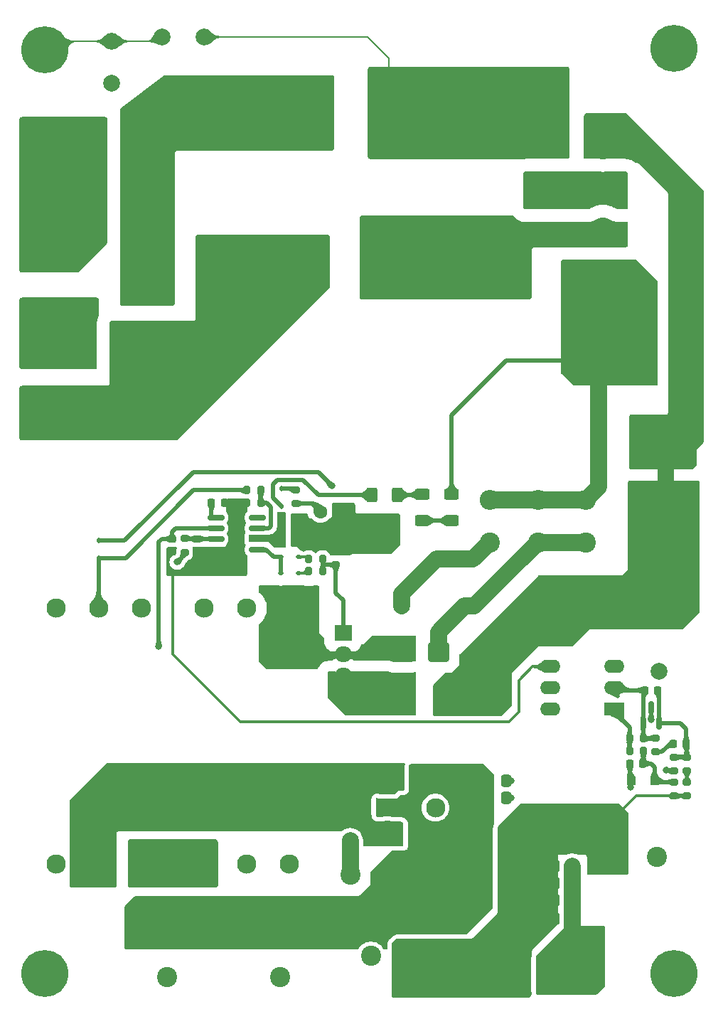
<source format=gbr>
%TF.GenerationSoftware,KiCad,Pcbnew,8.0.0-rc3-2-g1717f39daf*%
%TF.CreationDate,2024-02-17T21:45:02+01:00*%
%TF.ProjectId,ACDC150V24,41434443-3135-4305-9632-342e6b696361,rev?*%
%TF.SameCoordinates,Original*%
%TF.FileFunction,Copper,L1,Top*%
%TF.FilePolarity,Positive*%
%FSLAX46Y46*%
G04 Gerber Fmt 4.6, Leading zero omitted, Abs format (unit mm)*
G04 Created by KiCad (PCBNEW 8.0.0-rc3-2-g1717f39daf) date 2024-02-17 21:45:02*
%MOMM*%
%LPD*%
G01*
G04 APERTURE LIST*
G04 Aperture macros list*
%AMRoundRect*
0 Rectangle with rounded corners*
0 $1 Rounding radius*
0 $2 $3 $4 $5 $6 $7 $8 $9 X,Y pos of 4 corners*
0 Add a 4 corners polygon primitive as box body*
4,1,4,$2,$3,$4,$5,$6,$7,$8,$9,$2,$3,0*
0 Add four circle primitives for the rounded corners*
1,1,$1+$1,$2,$3*
1,1,$1+$1,$4,$5*
1,1,$1+$1,$6,$7*
1,1,$1+$1,$8,$9*
0 Add four rect primitives between the rounded corners*
20,1,$1+$1,$2,$3,$4,$5,0*
20,1,$1+$1,$4,$5,$6,$7,0*
20,1,$1+$1,$6,$7,$8,$9,0*
20,1,$1+$1,$8,$9,$2,$3,0*%
G04 Aperture macros list end*
%TA.AperFunction,EtchedComponent*%
%ADD10C,0.000000*%
%TD*%
%TA.AperFunction,ComponentPad*%
%ADD11C,2.400000*%
%TD*%
%TA.AperFunction,ComponentPad*%
%ADD12O,2.400000X2.400000*%
%TD*%
%TA.AperFunction,ComponentPad*%
%ADD13O,2.000000X1.905000*%
%TD*%
%TA.AperFunction,ComponentPad*%
%ADD14R,2.000000X1.905000*%
%TD*%
%TA.AperFunction,SMDPad,CuDef*%
%ADD15RoundRect,0.200000X-0.275000X0.200000X-0.275000X-0.200000X0.275000X-0.200000X0.275000X0.200000X0*%
%TD*%
%TA.AperFunction,SMDPad,CuDef*%
%ADD16RoundRect,0.200000X-0.200000X-0.275000X0.200000X-0.275000X0.200000X0.275000X-0.200000X0.275000X0*%
%TD*%
%TA.AperFunction,SMDPad,CuDef*%
%ADD17RoundRect,0.200000X0.275000X-0.200000X0.275000X0.200000X-0.275000X0.200000X-0.275000X-0.200000X0*%
%TD*%
%TA.AperFunction,ComponentPad*%
%ADD18C,3.600000*%
%TD*%
%TA.AperFunction,ConnectorPad*%
%ADD19C,5.600000*%
%TD*%
%TA.AperFunction,SMDPad,CuDef*%
%ADD20RoundRect,0.250000X0.625000X-0.400000X0.625000X0.400000X-0.625000X0.400000X-0.625000X-0.400000X0*%
%TD*%
%TA.AperFunction,ComponentPad*%
%ADD21R,3.200000X3.200000*%
%TD*%
%TA.AperFunction,ComponentPad*%
%ADD22C,3.200000*%
%TD*%
%TA.AperFunction,ComponentPad*%
%ADD23C,1.800000*%
%TD*%
%TA.AperFunction,SMDPad,CuDef*%
%ADD24RoundRect,0.250000X-0.337500X-0.475000X0.337500X-0.475000X0.337500X0.475000X-0.337500X0.475000X0*%
%TD*%
%TA.AperFunction,SMDPad,CuDef*%
%ADD25RoundRect,0.225000X-0.250000X0.225000X-0.250000X-0.225000X0.250000X-0.225000X0.250000X0.225000X0*%
%TD*%
%TA.AperFunction,ComponentPad*%
%ADD26C,2.000000*%
%TD*%
%TA.AperFunction,SMDPad,CuDef*%
%ADD27RoundRect,0.225000X-0.225000X-0.250000X0.225000X-0.250000X0.225000X0.250000X-0.225000X0.250000X0*%
%TD*%
%TA.AperFunction,SMDPad,CuDef*%
%ADD28RoundRect,0.250000X0.337500X0.475000X-0.337500X0.475000X-0.337500X-0.475000X0.337500X-0.475000X0*%
%TD*%
%TA.AperFunction,SMDPad,CuDef*%
%ADD29RoundRect,0.225000X0.250000X-0.225000X0.250000X0.225000X-0.250000X0.225000X-0.250000X-0.225000X0*%
%TD*%
%TA.AperFunction,ComponentPad*%
%ADD30R,2.400000X2.400000*%
%TD*%
%TA.AperFunction,ComponentPad*%
%ADD31C,1.700000*%
%TD*%
%TA.AperFunction,SMDPad,CuDef*%
%ADD32RoundRect,0.200000X0.200000X0.275000X-0.200000X0.275000X-0.200000X-0.275000X0.200000X-0.275000X0*%
%TD*%
%TA.AperFunction,SMDPad,CuDef*%
%ADD33RoundRect,0.112500X-0.112500X0.187500X-0.112500X-0.187500X0.112500X-0.187500X0.112500X0.187500X0*%
%TD*%
%TA.AperFunction,SMDPad,CuDef*%
%ADD34RoundRect,0.249999X-0.450001X-1.425001X0.450001X-1.425001X0.450001X1.425001X-0.450001X1.425001X0*%
%TD*%
%TA.AperFunction,SMDPad,CuDef*%
%ADD35RoundRect,0.112500X0.112500X-0.187500X0.112500X0.187500X-0.112500X0.187500X-0.112500X-0.187500X0*%
%TD*%
%TA.AperFunction,ComponentPad*%
%ADD36R,2.400000X1.600000*%
%TD*%
%TA.AperFunction,ComponentPad*%
%ADD37O,2.400000X1.600000*%
%TD*%
%TA.AperFunction,SMDPad,CuDef*%
%ADD38RoundRect,0.112500X0.187500X0.112500X-0.187500X0.112500X-0.187500X-0.112500X0.187500X-0.112500X0*%
%TD*%
%TA.AperFunction,ComponentPad*%
%ADD39C,1.600000*%
%TD*%
%TA.AperFunction,SMDPad,CuDef*%
%ADD40RoundRect,0.150000X0.150000X-0.587500X0.150000X0.587500X-0.150000X0.587500X-0.150000X-0.587500X0*%
%TD*%
%TA.AperFunction,ComponentPad*%
%ADD41C,2.300000*%
%TD*%
%TA.AperFunction,SMDPad,CuDef*%
%ADD42RoundRect,0.250000X-0.400000X-0.625000X0.400000X-0.625000X0.400000X0.625000X-0.400000X0.625000X0*%
%TD*%
%TA.AperFunction,ComponentPad*%
%ADD43RoundRect,0.250001X-1.099999X1.099999X-1.099999X-1.099999X1.099999X-1.099999X1.099999X1.099999X0*%
%TD*%
%TA.AperFunction,ComponentPad*%
%ADD44C,2.700000*%
%TD*%
%TA.AperFunction,SMDPad,CuDef*%
%ADD45RoundRect,0.250000X-0.625000X0.400000X-0.625000X-0.400000X0.625000X-0.400000X0.625000X0.400000X0*%
%TD*%
%TA.AperFunction,ComponentPad*%
%ADD46RoundRect,0.250001X1.099999X1.099999X-1.099999X1.099999X-1.099999X-1.099999X1.099999X-1.099999X0*%
%TD*%
%TA.AperFunction,SMDPad,CuDef*%
%ADD47RoundRect,0.250000X0.300000X0.300000X-0.300000X0.300000X-0.300000X-0.300000X0.300000X-0.300000X0*%
%TD*%
%TA.AperFunction,SMDPad,CuDef*%
%ADD48C,2.000000*%
%TD*%
%TA.AperFunction,SMDPad,CuDef*%
%ADD49RoundRect,0.225000X0.225000X0.250000X-0.225000X0.250000X-0.225000X-0.250000X0.225000X-0.250000X0*%
%TD*%
%TA.AperFunction,WasherPad*%
%ADD50C,2.300000*%
%TD*%
%TA.AperFunction,SMDPad,CuDef*%
%ADD51RoundRect,0.250000X1.000000X0.900000X-1.000000X0.900000X-1.000000X-0.900000X1.000000X-0.900000X0*%
%TD*%
%TA.AperFunction,SMDPad,CuDef*%
%ADD52RoundRect,0.112500X-0.187500X-0.112500X0.187500X-0.112500X0.187500X0.112500X-0.187500X0.112500X0*%
%TD*%
%TA.AperFunction,SMDPad,CuDef*%
%ADD53RoundRect,0.150000X-0.825000X-0.150000X0.825000X-0.150000X0.825000X0.150000X-0.825000X0.150000X0*%
%TD*%
%TA.AperFunction,ViaPad*%
%ADD54C,0.800000*%
%TD*%
%TA.AperFunction,Conductor*%
%ADD55C,2.000000*%
%TD*%
%TA.AperFunction,Conductor*%
%ADD56C,0.300000*%
%TD*%
%TA.AperFunction,Conductor*%
%ADD57C,0.500000*%
%TD*%
%TA.AperFunction,Conductor*%
%ADD58C,0.200000*%
%TD*%
G04 APERTURE END LIST*
D10*
%TA.AperFunction,EtchedComponent*%
%TO.C,NT1*%
G36*
X112900000Y-80000000D02*
G01*
X110900000Y-80000000D01*
X110900000Y-76000000D01*
X112900000Y-76000000D01*
X112900000Y-80000000D01*
G37*
%TD.AperFunction*%
%TD*%
D11*
%TO.P,R22,1*%
%TO.N,Net-(D7-K)*%
X102400000Y-86540000D03*
D12*
%TO.P,R22,2*%
%TO.N,/PS/AC_R_O*%
X102400000Y-81460000D03*
%TD*%
D13*
%TO.P,Q1,3,S*%
%TO.N,Net-(Q1-S)*%
X73455000Y-102440000D03*
%TO.P,Q1,2,D*%
%TO.N,/PS/TR_SW*%
X73455000Y-99900000D03*
D14*
%TO.P,Q1,1,G*%
%TO.N,Net-(Q1-G)*%
X73455000Y-97360000D03*
%TD*%
D15*
%TO.P,R15,1*%
%TO.N,Net-(D5-K)*%
X112900000Y-115075000D03*
%TO.P,R15,2*%
%TO.N,/PS/24V_F*%
X112900000Y-116725000D03*
%TD*%
%TO.P,R17,1*%
%TO.N,Net-(U3-REF)*%
X114400000Y-112103000D03*
%TO.P,R17,2*%
%TO.N,Net-(R16-Pad1)*%
X114400000Y-113753000D03*
%TD*%
D16*
%TO.P,R12,1*%
%TO.N,Net-(R12-Pad1)*%
X107575000Y-111400000D03*
%TO.P,R12,2*%
%TO.N,Net-(D5-K)*%
X109225000Y-111400000D03*
%TD*%
D17*
%TO.P,R18,1*%
%TO.N,OUT_GND*%
X112900000Y-113753000D03*
%TO.P,R18,2*%
%TO.N,Net-(U3-REF)*%
X112900000Y-112103000D03*
%TD*%
D18*
%TO.P,H2,1,1*%
%TO.N,unconnected-(H2-Pad1)*%
X112900000Y-137900000D03*
D19*
%TO.N,unconnected-(H2-Pad1)_0*%
X112900000Y-137900000D03*
%TD*%
D20*
%TO.P,R6,1*%
%TO.N,Net-(R6-Pad1)*%
X86400000Y-83950000D03*
%TO.P,R6,2*%
%TO.N,/PS/AC_R_O*%
X86400000Y-80850000D03*
%TD*%
D21*
%TO.P,D6,1,+*%
%TO.N,/PS/AC_R_O*%
X104400000Y-54560000D03*
D22*
%TO.P,D6,2*%
%TO.N,/PS/AC_R_I_2*%
X104400000Y-49480000D03*
%TO.P,D6,3*%
%TO.N,/PS/AC_R_I_1*%
X104400000Y-44400000D03*
%TO.P,D6,4,-*%
%TO.N,DCR_GND*%
X104400000Y-39320000D03*
%TD*%
D23*
%TO.P,F1,1*%
%TO.N,/PS/AC_L*%
X40100000Y-58440000D03*
%TO.P,F1,2*%
%TO.N,Net-(F1-Pad2)*%
X40100000Y-53360000D03*
%TD*%
D24*
%TO.P,C17,1*%
%TO.N,/PS/24V_F*%
X98664500Y-125098500D03*
%TO.P,C17,2*%
%TO.N,OUT_GND*%
X100739500Y-125098500D03*
%TD*%
D23*
%TO.P,RV1,1*%
%TO.N,/PS/AC_L_SW*%
X49900000Y-55400000D03*
%TO.P,RV1,2*%
%TO.N,/PS/AC_N*%
X48600000Y-62900000D03*
%TD*%
D25*
%TO.P,C2,1*%
%TO.N,/PS/MOS_S*%
X56075000Y-86125000D03*
%TO.P,C2,2*%
%TO.N,GND_DC_S*%
X56075000Y-87675000D03*
%TD*%
D26*
%TO.P,SW1,1,1*%
%TO.N,Net-(F1-Pad2)*%
X42900000Y-37900000D03*
%TO.P,SW1,2,2*%
%TO.N,/PS/AC_L_SW*%
X48900000Y-36900000D03*
%TO.P,SW1,3,3*%
%TO.N,Net-(F1-Pad2)*%
X42900000Y-47900000D03*
%TO.P,SW1,4,4*%
%TO.N,/PS/AC_L_SW*%
X48900000Y-48900000D03*
%TD*%
D27*
%TO.P,C4,1*%
%TO.N,Net-(D3-K)*%
X66125000Y-85100000D03*
%TO.P,C4,2*%
%TO.N,GND_DC_P*%
X67675000Y-85100000D03*
%TD*%
D26*
%TO.P,C12,1*%
%TO.N,OUT_GND*%
X111081200Y-101895200D03*
%TO.P,C12,2*%
%TO.N,GND_DC_P*%
X111081200Y-94395200D03*
%TD*%
D28*
%TO.P,C20,1*%
%TO.N,OUT_GND*%
X100739500Y-129184000D03*
%TO.P,C20,2*%
%TO.N,/PS/24V_F*%
X98664500Y-129184000D03*
%TD*%
D26*
%TO.P,C28,1*%
%TO.N,Net-(C28-Pad1)*%
X74302000Y-122072000D03*
%TO.P,C28,2*%
%TO.N,Net-(D8A-A)*%
X74302000Y-114572000D03*
%TD*%
D29*
%TO.P,C10,1*%
%TO.N,GND_DC_S*%
X53100000Y-87675000D03*
%TO.P,C10,2*%
%TO.N,/PS/OPT_C*%
X53100000Y-86125000D03*
%TD*%
D30*
%TO.P,C25,1*%
%TO.N,/PS/24V_O*%
X52458000Y-133274541D03*
D11*
%TO.P,C25,2*%
%TO.N,OUT_GND*%
X52458000Y-138274541D03*
%TD*%
D31*
%TO.P,C7,1*%
%TO.N,/PS/AC_L_SW*%
X59400000Y-33400000D03*
%TO.P,C7,2*%
%TO.N,/PS/AC_N*%
X59400000Y-55900000D03*
%TD*%
D32*
%TO.P,R3,1*%
%TO.N,Net-(Q1-G)*%
X71025000Y-90000000D03*
%TO.P,R3,2*%
%TO.N,Net-(D2-K)*%
X69375000Y-90000000D03*
%TD*%
D27*
%TO.P,C5,1*%
%TO.N,Net-(D3-K)*%
X66125000Y-83600000D03*
%TO.P,C5,2*%
%TO.N,GND_DC_P*%
X67675000Y-83600000D03*
%TD*%
D32*
%TO.P,R2,1*%
%TO.N,Net-(Q1-G)*%
X71025000Y-88525000D03*
%TO.P,R2,2*%
%TO.N,Net-(D1-A)*%
X69375000Y-88525000D03*
%TD*%
D33*
%TO.P,D4,1,K*%
%TO.N,Net-(D4-K)*%
X44330000Y-86351000D03*
%TO.P,D4,2,A*%
%TO.N,/PS/AUX*%
X44330000Y-88451000D03*
%TD*%
D30*
%TO.P,C24,1*%
%TO.N,/PS/24V_O*%
X65920000Y-133274541D03*
D11*
%TO.P,C24,2*%
%TO.N,OUT_GND*%
X65920000Y-138274541D03*
%TD*%
D12*
%TO.P,R20,2*%
%TO.N,/PS/AC_R_O*%
X90900000Y-81460000D03*
D11*
%TO.P,R20,1*%
%TO.N,Net-(C21-Pad2)*%
X90900000Y-86540000D03*
%TD*%
D34*
%TO.P,R5,1*%
%TO.N,Net-(Q1-S)*%
X80100000Y-104900000D03*
%TO.P,R5,2*%
%TO.N,GND_DC_P*%
X86200000Y-104900000D03*
%TD*%
D35*
%TO.P,D3,1,K*%
%TO.N,Net-(D3-K)*%
X66100000Y-82250000D03*
%TO.P,D3,2,A*%
%TO.N,Net-(D3-A)*%
X66100000Y-80150000D03*
%TD*%
D36*
%TO.P,U2,1*%
%TO.N,Net-(R12-Pad1)*%
X105725000Y-106425000D03*
D37*
%TO.P,U2,2*%
%TO.N,Net-(U3-K)*%
X105725000Y-103885000D03*
%TO.P,U2,3,NC*%
%TO.N,unconnected-(U2-NC-Pad3)*%
X105725000Y-101345000D03*
%TO.P,U2,4*%
%TO.N,GND_DC_S*%
X98105000Y-101345000D03*
%TO.P,U2,5*%
%TO.N,/PS/OPT_C*%
X98105000Y-103885000D03*
%TO.P,U2,6*%
%TO.N,unconnected-(U2-Pad6)*%
X98105000Y-106425000D03*
%TD*%
D31*
%TO.P,C11,1*%
%TO.N,Net-(C11-Pad1)*%
X88400000Y-32900000D03*
%TO.P,C11,2*%
%TO.N,/PS/AC_R_I_2*%
X88400000Y-55400000D03*
%TD*%
D30*
%TO.P,C16,1*%
%TO.N,/PS/AC_R_O*%
X109400000Y-65900000D03*
D11*
%TO.P,C16,2*%
%TO.N,DCR_GND*%
X109400000Y-73400000D03*
%TD*%
D28*
%TO.P,C27,1*%
%TO.N,OUT_GND*%
X92865500Y-114960000D03*
%TO.P,C27,2*%
%TO.N,/PS/24V_O*%
X90790500Y-114960000D03*
%TD*%
D38*
%TO.P,D2,2,A*%
%TO.N,/PS/TR_GAT*%
X66050000Y-90200000D03*
%TO.P,D2,1,K*%
%TO.N,Net-(D2-K)*%
X68150000Y-90200000D03*
%TD*%
D39*
%TO.P,C6,1*%
%TO.N,Net-(D4-K)*%
X70766000Y-82900000D03*
%TO.P,C6,2*%
%TO.N,GND_DC_P*%
X73266000Y-82900000D03*
%TD*%
D11*
%TO.P,R19,1*%
%TO.N,Net-(D7-K)*%
X96650000Y-86540000D03*
D12*
%TO.P,R19,2*%
%TO.N,/PS/AC_R_O*%
X96650000Y-81460000D03*
%TD*%
D30*
%TO.P,C23,1*%
%TO.N,/PS/24V_F*%
X105824541Y-124003541D03*
D11*
%TO.P,C23,2*%
%TO.N,OUT_GND*%
X110824541Y-124003541D03*
%TD*%
D40*
%TO.P,U3,1,K*%
%TO.N,Net-(U3-K)*%
X109200000Y-108087500D03*
%TO.P,U3,2,REF*%
%TO.N,Net-(U3-REF)*%
X111100000Y-108087500D03*
%TO.P,U3,3,A*%
%TO.N,OUT_GND*%
X110150000Y-106212500D03*
%TD*%
D41*
%TO.P,FL1,1,1*%
%TO.N,/PS/AC_N*%
X68900000Y-52650000D03*
%TO.P,FL1,2,2*%
%TO.N,/PS/AC_R_I_2*%
X78900000Y-52650000D03*
%TO.P,FL1,3,3*%
%TO.N,/PS/AC_L_SW*%
X68900000Y-33900000D03*
%TO.P,FL1,4,4*%
%TO.N,Net-(C11-Pad1)*%
X78900000Y-33900000D03*
%TD*%
D27*
%TO.P,C14,1*%
%TO.N,Net-(U3-K)*%
X109375000Y-104150000D03*
%TO.P,C14,2*%
%TO.N,Net-(U3-REF)*%
X110925000Y-104150000D03*
%TD*%
D26*
%TO.P,C21,1*%
%TO.N,Net-(D7-K)*%
X87900000Y-94150000D03*
%TO.P,C21,2*%
%TO.N,Net-(C21-Pad2)*%
X80400000Y-94150000D03*
%TD*%
D42*
%TO.P,R8,1*%
%TO.N,Net-(D3-K)*%
X76850000Y-80900000D03*
%TO.P,R8,2*%
%TO.N,Net-(R7-Pad1)*%
X79950000Y-80900000D03*
%TD*%
D18*
%TO.P,H4,1,1*%
%TO.N,unconnected-(H4-Pad1)_1*%
X112900000Y-27700000D03*
D19*
%TO.N,unconnected-(H4-Pad1)_0*%
X112900000Y-27700000D03*
%TD*%
D26*
%TO.P,C9,1*%
%TO.N,/PS/AC_R_I_2*%
X45900000Y-31900000D03*
%TO.P,C9,2*%
%TO.N,EARTH*%
X45900000Y-26900000D03*
%TD*%
D24*
%TO.P,C26,1*%
%TO.N,/PS/24V_O*%
X90790500Y-116992000D03*
%TO.P,C26,2*%
%TO.N,OUT_GND*%
X92865500Y-116992000D03*
%TD*%
D27*
%TO.P,C1,1*%
%TO.N,Net-(U1-SS)*%
X57775000Y-81840000D03*
%TO.P,C1,2*%
%TO.N,GND_DC_S*%
X59325000Y-81840000D03*
%TD*%
D11*
%TO.P,R21,1*%
%TO.N,Net-(C28-Pad1)*%
X74317000Y-126136000D03*
D12*
%TO.P,R21,2*%
%TO.N,/PS/24V_O*%
X79397000Y-126136000D03*
%TD*%
D15*
%TO.P,R16,1*%
%TO.N,Net-(R16-Pad1)*%
X114400000Y-115075000D03*
%TO.P,R16,2*%
%TO.N,/PS/24V_F*%
X114400000Y-116725000D03*
%TD*%
D39*
%TO.P,TH1,1*%
%TO.N,/PS/AC_R_I_1*%
X97150000Y-44400000D03*
%TO.P,TH1,2*%
%TO.N,Net-(C11-Pad1)*%
X98650000Y-39400000D03*
%TD*%
D17*
%TO.P,R1,1*%
%TO.N,Net-(Q1-S)*%
X54600000Y-87725000D03*
%TO.P,R1,2*%
%TO.N,/PS/MOS_S*%
X54600000Y-86075000D03*
%TD*%
D43*
%TO.P,J1,1,Pin_1*%
%TO.N,/PS/AC_L*%
X40650000Y-63400000D03*
D44*
%TO.P,J1,2,Pin_2*%
%TO.N,/PS/AC_N*%
X40650000Y-71320000D03*
%TD*%
D27*
%TO.P,C15,1*%
%TO.N,Net-(C15-Pad1)*%
X112770000Y-110515000D03*
%TO.P,C15,2*%
%TO.N,Net-(U3-REF)*%
X114320000Y-110515000D03*
%TD*%
D41*
%TO.P,TR1,1,1*%
%TO.N,/PS/TR_SW*%
X67060000Y-94400000D03*
%TO.P,TR1,2,2*%
%TO.N,unconnected-(TR1-Pad2)*%
X61980000Y-94400000D03*
%TO.P,TR1,3,3*%
%TO.N,/PS/AC_R_O*%
X56900000Y-94400000D03*
%TO.P,TR1,4,4*%
%TO.N,DCR_GND*%
X49407000Y-94400000D03*
%TO.P,TR1,5,5*%
%TO.N,/PS/AUX*%
X44327000Y-94400000D03*
%TO.P,TR1,6*%
%TO.N,N/C*%
X39247000Y-94400000D03*
%TO.P,TR1,7*%
X39247000Y-124880000D03*
%TO.P,TR1,8,8*%
%TO.N,Net-(D8A-A)*%
X44327000Y-124880000D03*
%TO.P,TR1,9,9*%
%TO.N,Net-(TR1-Pad10)*%
X49407000Y-124880000D03*
%TO.P,TR1,10,10*%
X56900000Y-124880000D03*
%TO.P,TR1,11,11*%
%TO.N,OUT_GND*%
X61980000Y-124880000D03*
%TO.P,TR1,12*%
%TO.N,N/C*%
X67060000Y-124880000D03*
%TD*%
D45*
%TO.P,R7,1*%
%TO.N,Net-(R7-Pad1)*%
X82900000Y-80850000D03*
%TO.P,R7,2*%
%TO.N,Net-(R6-Pad1)*%
X82900000Y-83950000D03*
%TD*%
D24*
%TO.P,C19,1*%
%TO.N,/PS/24V_F*%
X98664500Y-131343000D03*
%TO.P,C19,2*%
%TO.N,OUT_GND*%
X100739500Y-131343000D03*
%TD*%
D26*
%TO.P,C8,1*%
%TO.N,Net-(C11-Pad1)*%
X56900000Y-26400000D03*
%TO.P,C8,2*%
%TO.N,EARTH*%
X51900000Y-26400000D03*
%TD*%
D17*
%TO.P,R4,2*%
%TO.N,GND_DC_P*%
X72600000Y-87575000D03*
%TO.P,R4,1*%
%TO.N,Net-(Q1-G)*%
X72600000Y-89225000D03*
%TD*%
D32*
%TO.P,R11,1*%
%TO.N,Net-(U1-OVP)*%
X63650000Y-81840000D03*
%TO.P,R11,2*%
%TO.N,GND_DC_S*%
X62000000Y-81840000D03*
%TD*%
D46*
%TO.P,J2,1,Pin_1*%
%TO.N,OUT_GND*%
X101860000Y-137900000D03*
D44*
%TO.P,J2,2,Pin_2*%
X97900000Y-137900000D03*
%TO.P,J2,3,Pin_3*%
%TO.N,/PS/24V_F*%
X93940000Y-137900000D03*
%TO.P,J2,4,Pin_4*%
X89980000Y-137900000D03*
%TD*%
D47*
%TO.P,D5,1,K*%
%TO.N,Net-(D5-K)*%
X110550000Y-114900000D03*
%TO.P,D5,2,A*%
%TO.N,OUT_GND*%
X107750000Y-114900000D03*
%TD*%
D48*
%TO.P,NT1,1,1*%
%TO.N,GND_DC_P*%
X111900000Y-80000000D03*
%TO.P,NT1,2,2*%
%TO.N,DCR_GND*%
X111900000Y-76000000D03*
%TD*%
D49*
%TO.P,C13,1*%
%TO.N,Net-(D5-K)*%
X109175000Y-112900000D03*
%TO.P,C13,2*%
%TO.N,OUT_GND*%
X107625000Y-112900000D03*
%TD*%
D32*
%TO.P,R13,1*%
%TO.N,Net-(U3-K)*%
X109225000Y-109900000D03*
%TO.P,R13,2*%
%TO.N,Net-(R12-Pad1)*%
X107575000Y-109900000D03*
%TD*%
D17*
%TO.P,R9,1*%
%TO.N,Net-(D4-K)*%
X67800000Y-81925000D03*
%TO.P,R9,2*%
%TO.N,Net-(D3-A)*%
X67800000Y-80275000D03*
%TD*%
D32*
%TO.P,R10,1*%
%TO.N,Net-(U1-OVP)*%
X63650000Y-80340000D03*
%TO.P,R10,2*%
%TO.N,/PS/AUX*%
X62000000Y-80340000D03*
%TD*%
D14*
%TO.P,D8,1,A*%
%TO.N,Net-(D8A-A)*%
X78714000Y-115558000D03*
D13*
%TO.P,D8,2,K*%
%TO.N,/PS/24V_O*%
X78714000Y-118098000D03*
%TO.P,D8,3,K*%
%TO.N,Net-(D8A-A)*%
X78714000Y-120638000D03*
%TD*%
D27*
%TO.P,C3,1*%
%TO.N,Net-(D3-K)*%
X66125000Y-86600000D03*
%TO.P,C3,2*%
%TO.N,GND_DC_P*%
X67675000Y-86600000D03*
%TD*%
D50*
%TO.P,HS2,*%
%TO.N,*%
X84462000Y-118135000D03*
%TD*%
D18*
%TO.P,H3,1,1*%
%TO.N,unconnected-(H3-Pad1)*%
X37900000Y-137900000D03*
D19*
%TO.N,unconnected-(H3-Pad1)_0*%
X37900000Y-137900000D03*
%TD*%
D28*
%TO.P,C18,1*%
%TO.N,OUT_GND*%
X100739500Y-127152000D03*
%TO.P,C18,2*%
%TO.N,/PS/24V_F*%
X98664500Y-127152000D03*
%TD*%
D30*
%TO.P,C22,1*%
%TO.N,/PS/24V_F*%
X81768459Y-135788000D03*
D11*
%TO.P,C22,2*%
%TO.N,OUT_GND*%
X76768459Y-135788000D03*
%TD*%
D17*
%TO.P,R14,1*%
%TO.N,Net-(C15-Pad1)*%
X110624000Y-111467000D03*
%TO.P,R14,2*%
%TO.N,Net-(U3-K)*%
X110624000Y-109817000D03*
%TD*%
D51*
%TO.P,D7,1,K*%
%TO.N,Net-(D7-K)*%
X84800000Y-99650000D03*
%TO.P,D7,2,A*%
%TO.N,/PS/TR_SW*%
X80500000Y-99650000D03*
%TD*%
D52*
%TO.P,D1,1,K*%
%TO.N,/PS/TR_GAT*%
X66050000Y-88300000D03*
%TO.P,D1,2,A*%
%TO.N,Net-(D1-A)*%
X68150000Y-88300000D03*
%TD*%
D26*
%TO.P,L1,1*%
%TO.N,/PS/24V_F*%
X96100000Y-127000000D03*
%TO.P,L1,2*%
%TO.N,/PS/24V_O*%
X88100000Y-127000000D03*
%TD*%
D53*
%TO.P,U1,1,SS*%
%TO.N,Net-(U1-SS)*%
X58300000Y-83590000D03*
%TO.P,U1,2,FB*%
%TO.N,/PS/OPT_C*%
X58300000Y-84860000D03*
%TO.P,U1,3,CS*%
%TO.N,/PS/MOS_S*%
X58300000Y-86130000D03*
%TO.P,U1,4,GND*%
%TO.N,GND_DC_S*%
X58300000Y-87400000D03*
%TO.P,U1,5,OUT*%
%TO.N,/PS/TR_GAT*%
X63250000Y-87400000D03*
%TO.P,U1,6,VDD*%
%TO.N,Net-(D3-K)*%
X63250000Y-86130000D03*
%TO.P,U1,7,OVP*%
%TO.N,Net-(U1-OVP)*%
X63250000Y-84860000D03*
%TO.P,U1,8,STATUS*%
%TO.N,unconnected-(U1-STATUS-Pad8)*%
X63250000Y-83590000D03*
%TD*%
D18*
%TO.P,H1,1,1*%
%TO.N,EARTH*%
X37900000Y-27900000D03*
D19*
X37900000Y-27900000D03*
%TD*%
D54*
%TO.N,/PS/TR_SW*%
X78500000Y-100100000D03*
X77200000Y-100100000D03*
X77200000Y-98800000D03*
X78500000Y-98900000D03*
%TO.N,GND_DC_P*%
X91600000Y-104900000D03*
X91600000Y-106400000D03*
X89800000Y-106400000D03*
X79600000Y-84900000D03*
X78600000Y-85800000D03*
X77800000Y-86600000D03*
X91600000Y-103400000D03*
X89800000Y-103400000D03*
X88000000Y-103400000D03*
X89800000Y-104900000D03*
X88000000Y-104900000D03*
X88000000Y-106400000D03*
%TO.N,/PS/OPT_C*%
X51500000Y-98900000D03*
%TO.N,Net-(Q1-S)*%
X53700000Y-88900000D03*
%TO.N,DCR_GND*%
X113800000Y-63600000D03*
X113900000Y-56600000D03*
X113800000Y-65600000D03*
X113800000Y-61500000D03*
X113800000Y-59400000D03*
%TO.N,OUT_GND*%
X110150000Y-107650000D03*
X111900000Y-113650000D03*
X107703000Y-115722000D03*
X93453000Y-116992000D03*
X93453000Y-114960000D03*
%TO.N,Net-(D4-K)*%
X72100000Y-79800000D03*
%TO.N,GND_DC_S*%
X61400000Y-88600000D03*
X61400000Y-89700000D03*
%TO.N,GND_DC_P*%
X112910000Y-83464000D03*
X112910000Y-85115000D03*
X110751000Y-84988000D03*
X110751000Y-81559000D03*
X112910000Y-81559000D03*
X110751000Y-83337000D03*
%TD*%
D55*
%TO.N,/PS/AC_R_O*%
X102400000Y-81460000D02*
X90900000Y-81460000D01*
%TO.N,Net-(D7-K)*%
X96650000Y-86540000D02*
X102400000Y-86540000D01*
X94545000Y-88645000D02*
X96650000Y-86540000D01*
X87900000Y-94150000D02*
X89040000Y-94150000D01*
X89040000Y-94150000D02*
X94545000Y-88645000D01*
D56*
%TO.N,GND_DC_S*%
X54400000Y-90150000D02*
X55575000Y-88975000D01*
X61200000Y-107900000D02*
X53150000Y-99850000D01*
X53150000Y-90150000D02*
X54400000Y-90150000D01*
X93200000Y-107900000D02*
X61200000Y-107900000D01*
X94400000Y-103000000D02*
X94400000Y-106700000D01*
X94400000Y-106700000D02*
X93200000Y-107900000D01*
X96055000Y-101345000D02*
X94400000Y-103000000D01*
X55575000Y-88975000D02*
X56075000Y-88975000D01*
X98105000Y-101345000D02*
X96055000Y-101345000D01*
X53150000Y-99850000D02*
X53150000Y-90150000D01*
D55*
%TO.N,Net-(D7-K)*%
X84800000Y-97250000D02*
X87900000Y-94150000D01*
X84800000Y-99650000D02*
X84800000Y-97250000D01*
%TO.N,Net-(C21-Pad2)*%
X88940000Y-88500000D02*
X90900000Y-86540000D01*
X84600000Y-88500000D02*
X88940000Y-88500000D01*
X80400000Y-92700000D02*
X84600000Y-88500000D01*
X80400000Y-94150000D02*
X80400000Y-92700000D01*
%TO.N,/PS/AC_R_O*%
X103893000Y-79967000D02*
X102400000Y-81460000D01*
X103893000Y-76400000D02*
X103893000Y-67081000D01*
X103893000Y-76400000D02*
X103893000Y-79967000D01*
D57*
%TO.N,Net-(R6-Pad1)*%
X82900000Y-83950000D02*
X86400000Y-83950000D01*
%TO.N,Net-(R7-Pad1)*%
X82850000Y-80900000D02*
X82900000Y-80850000D01*
X79950000Y-80900000D02*
X82850000Y-80900000D01*
%TO.N,/PS/AC_R_O*%
X86400000Y-71400000D02*
X92900000Y-64900000D01*
X92900000Y-64900000D02*
X100900000Y-64900000D01*
X86400000Y-80850000D02*
X86400000Y-71400000D01*
%TO.N,Net-(Q1-G)*%
X73455000Y-93455000D02*
X73455000Y-97360000D01*
X72600000Y-92600000D02*
X73455000Y-93455000D01*
X72600000Y-89225000D02*
X72600000Y-92600000D01*
X71050000Y-89225000D02*
X71025000Y-89200000D01*
X72600000Y-89225000D02*
X71050000Y-89225000D01*
X71025000Y-89200000D02*
X71025000Y-90000000D01*
X71025000Y-88525000D02*
X71025000Y-89200000D01*
D56*
%TO.N,Net-(D2-K)*%
X69175000Y-90200000D02*
X69375000Y-90000000D01*
X68150000Y-90200000D02*
X69175000Y-90200000D01*
%TO.N,Net-(D1-A)*%
X69150000Y-88300000D02*
X69375000Y-88525000D01*
X68150000Y-88300000D02*
X69150000Y-88300000D01*
D57*
%TO.N,/PS/TR_GAT*%
X64300000Y-87400000D02*
X65200000Y-88300000D01*
X65200000Y-88300000D02*
X66050000Y-88300000D01*
X63250000Y-87400000D02*
X64300000Y-87400000D01*
X66050000Y-90200000D02*
X66050000Y-88300000D01*
D58*
%TO.N,EARTH*%
X45900000Y-26900000D02*
X38900000Y-26900000D01*
X38900000Y-26900000D02*
X37900000Y-27900000D01*
X51900000Y-26900000D02*
X45900000Y-26900000D01*
D57*
%TO.N,/PS/AUX*%
X47549000Y-88451000D02*
X44330000Y-88451000D01*
X55660000Y-80340000D02*
X47549000Y-88451000D01*
X44330000Y-88451000D02*
X44330000Y-94397000D01*
X62000000Y-80340000D02*
X55660000Y-80340000D01*
X44330000Y-94397000D02*
X44327000Y-94400000D01*
%TO.N,Net-(U3-REF)*%
X111100000Y-108087500D02*
X111100000Y-104325000D01*
X111100000Y-108087500D02*
X113657500Y-108087500D01*
X114400000Y-110595000D02*
X114320000Y-110515000D01*
X111100000Y-104325000D02*
X110925000Y-104150000D01*
X113657500Y-108087500D02*
X114320000Y-108750000D01*
X114400000Y-112103000D02*
X112900000Y-112103000D01*
X114320000Y-108750000D02*
X114320000Y-110515000D01*
X114400000Y-112103000D02*
X114400000Y-110595000D01*
%TO.N,/PS/MOS_S*%
X56075000Y-86125000D02*
X54650000Y-86125000D01*
X58300000Y-86130000D02*
X56080000Y-86130000D01*
X56080000Y-86130000D02*
X56075000Y-86125000D01*
X54650000Y-86125000D02*
X54600000Y-86075000D01*
%TO.N,/PS/OPT_C*%
X51500000Y-98900000D02*
X51500000Y-86500000D01*
X58300000Y-84860000D02*
X53540000Y-84860000D01*
X51875000Y-86125000D02*
X53100000Y-86125000D01*
X51500000Y-86500000D02*
X51875000Y-86125000D01*
X53100000Y-85300000D02*
X53100000Y-86125000D01*
X53540000Y-84860000D02*
X53100000Y-85300000D01*
%TO.N,Net-(U3-K)*%
X106160000Y-104900000D02*
X105725000Y-104465000D01*
X109200000Y-104325000D02*
X109375000Y-104150000D01*
X109200000Y-108087500D02*
X109200000Y-109875000D01*
X109375000Y-104150000D02*
X106040000Y-104150000D01*
X109225000Y-109900000D02*
X110541000Y-109900000D01*
X109200000Y-109875000D02*
X109225000Y-109900000D01*
X110541000Y-109900000D02*
X110624000Y-109817000D01*
X106040000Y-104150000D02*
X105725000Y-104465000D01*
X109200000Y-108087500D02*
X109200000Y-104325000D01*
%TO.N,Net-(Q1-S)*%
X53700000Y-88900000D02*
X54600000Y-88000000D01*
X54600000Y-88000000D02*
X54600000Y-87725000D01*
D55*
%TO.N,OUT_GND*%
X100739500Y-125098500D02*
X100739500Y-136779500D01*
D57*
X112900000Y-113753000D02*
X112003000Y-113753000D01*
X112003000Y-113753000D02*
X111900000Y-113650000D01*
D55*
X100739500Y-136779500D02*
X101860000Y-137900000D01*
D57*
X110150000Y-107650000D02*
X110150000Y-106212500D01*
X107625000Y-114775000D02*
X107750000Y-114900000D01*
X107625000Y-112900000D02*
X107625000Y-114775000D01*
%TO.N,Net-(D5-K)*%
X110550000Y-114900000D02*
X110550000Y-113300000D01*
X112900000Y-115075000D02*
X110725000Y-115075000D01*
X110725000Y-115075000D02*
X110550000Y-114900000D01*
X110150000Y-112900000D02*
X109175000Y-112900000D01*
X109225000Y-112850000D02*
X109175000Y-112900000D01*
X110550000Y-113300000D02*
X110150000Y-112900000D01*
X109225000Y-111400000D02*
X109225000Y-112850000D01*
%TO.N,Net-(U1-SS)*%
X57775000Y-83590000D02*
X58300000Y-83590000D01*
X57775000Y-81840000D02*
X57775000Y-83590000D01*
%TO.N,Net-(D4-K)*%
X72100000Y-79800000D02*
X70500000Y-78200000D01*
X55600000Y-78200000D02*
X47449000Y-86351000D01*
X47449000Y-86351000D02*
X44330000Y-86351000D01*
X70500000Y-78200000D02*
X55600000Y-78200000D01*
X67800000Y-81925000D02*
X69791000Y-81925000D01*
X69791000Y-81925000D02*
X70766000Y-82900000D01*
D58*
%TO.N,Net-(C11-Pad1)*%
X78900000Y-28900000D02*
X78900000Y-33900000D01*
X56900000Y-26400000D02*
X76400000Y-26400000D01*
X76400000Y-26400000D02*
X78900000Y-28900000D01*
D57*
%TO.N,Net-(U1-OVP)*%
X63250000Y-84860000D02*
X64622500Y-84860000D01*
X64622500Y-84860000D02*
X64825000Y-84657500D01*
X64825000Y-84657500D02*
X64825000Y-82325000D01*
X64825000Y-82325000D02*
X64340000Y-81840000D01*
X63650000Y-81840000D02*
X63650000Y-80340000D01*
X64340000Y-81840000D02*
X63650000Y-81840000D01*
%TO.N,Net-(C15-Pad1)*%
X111450000Y-111467000D02*
X112402000Y-110515000D01*
X112402000Y-110515000D02*
X112770000Y-110515000D01*
X110624000Y-111467000D02*
X111450000Y-111467000D01*
D56*
%TO.N,/PS/24V_F*%
X108351000Y-116725000D02*
X106179000Y-118897000D01*
D57*
X114400000Y-116725000D02*
X112900000Y-116725000D01*
D56*
X112900000Y-116725000D02*
X108351000Y-116725000D01*
D57*
%TO.N,Net-(R12-Pad1)*%
X107575000Y-109900000D02*
X107575000Y-108575000D01*
X107575000Y-108575000D02*
X106005000Y-107005000D01*
X107575000Y-111400000D02*
X107575000Y-109900000D01*
X106005000Y-107005000D02*
X105725000Y-107005000D01*
D55*
%TO.N,Net-(C28-Pad1)*%
X74317000Y-126136000D02*
X74317000Y-122087000D01*
X74317000Y-122087000D02*
X74302000Y-122072000D01*
D56*
%TO.N,Net-(R16-Pad1)*%
X114400000Y-115075000D02*
X114400000Y-113753000D01*
D57*
%TO.N,Net-(D3-K)*%
X65100000Y-81250000D02*
X66100000Y-82250000D01*
X65100000Y-79600000D02*
X65100000Y-81250000D01*
X70500000Y-80900000D02*
X68700000Y-79100000D01*
X65600000Y-79100000D02*
X65100000Y-79600000D01*
X76300000Y-80900000D02*
X70500000Y-80900000D01*
X68700000Y-79100000D02*
X65600000Y-79100000D01*
%TO.N,Net-(D3-A)*%
X66100000Y-80150000D02*
X67675000Y-80150000D01*
X67675000Y-80150000D02*
X67800000Y-80275000D01*
%TD*%
%TA.AperFunction,Conductor*%
%TO.N,OUT_GND*%
G36*
X104361971Y-132172381D02*
G01*
X104440618Y-132188024D01*
X104485308Y-132206535D01*
X104541626Y-132244166D01*
X104575833Y-132278373D01*
X104613462Y-132334688D01*
X104631976Y-132379387D01*
X104647617Y-132458019D01*
X104650000Y-132482210D01*
X104650000Y-139263525D01*
X104647617Y-139287716D01*
X104631976Y-139366348D01*
X104613461Y-139411048D01*
X104568916Y-139477714D01*
X104553495Y-139496504D01*
X103746504Y-140303495D01*
X103727714Y-140318916D01*
X103661048Y-140363461D01*
X103616348Y-140381976D01*
X103537716Y-140397617D01*
X103513525Y-140400000D01*
X96712211Y-140400000D01*
X96688020Y-140397617D01*
X96609387Y-140381976D01*
X96564689Y-140363462D01*
X96508373Y-140325833D01*
X96474166Y-140291626D01*
X96436535Y-140235308D01*
X96418024Y-140190618D01*
X96402381Y-140111971D01*
X96400000Y-140087789D01*
X96400000Y-135929474D01*
X96402381Y-135905293D01*
X96418025Y-135826643D01*
X96436536Y-135781955D01*
X96481088Y-135715278D01*
X96496499Y-135696500D01*
X99926500Y-132266499D01*
X99945278Y-132251088D01*
X100011955Y-132206536D01*
X100056643Y-132188025D01*
X100135292Y-132172381D01*
X100159475Y-132170000D01*
X104337789Y-132170000D01*
X104361971Y-132172381D01*
G37*
%TD.AperFunction*%
%TD*%
%TA.AperFunction,Conductor*%
%TO.N,/PS/24V_F*%
G36*
X106193707Y-117629381D02*
G01*
X106272354Y-117645024D01*
X106317046Y-117663537D01*
X106383714Y-117708083D01*
X106402504Y-117723504D01*
X107352495Y-118673495D01*
X107367916Y-118692285D01*
X107412461Y-118758951D01*
X107430976Y-118803651D01*
X107446617Y-118882283D01*
X107449000Y-118906474D01*
X107449000Y-125823789D01*
X107446617Y-125847980D01*
X107430976Y-125926612D01*
X107412462Y-125971311D01*
X107374836Y-126027623D01*
X107340623Y-126061836D01*
X107284311Y-126099462D01*
X107239612Y-126117976D01*
X107160980Y-126133617D01*
X107136789Y-126136000D01*
X102725014Y-126136000D01*
X102700823Y-126133617D01*
X102654028Y-126124309D01*
X102609330Y-126105795D01*
X102580009Y-126086204D01*
X102545796Y-126051991D01*
X102526204Y-126022669D01*
X102507691Y-125977975D01*
X102498381Y-125931169D01*
X102496000Y-125906986D01*
X102496000Y-124022999D01*
X102495999Y-124022995D01*
X102473165Y-123908197D01*
X102473164Y-123908196D01*
X102473164Y-123908195D01*
X102408132Y-123810868D01*
X102310805Y-123745836D01*
X102310804Y-123745835D01*
X102310803Y-123745835D01*
X102310802Y-123745834D01*
X102196004Y-123723000D01*
X102196000Y-123723000D01*
X101392456Y-123723000D01*
X101336162Y-123709485D01*
X101318563Y-123700518D01*
X101318562Y-123700517D01*
X101318559Y-123700516D01*
X101092743Y-123627144D01*
X100858227Y-123590000D01*
X100858222Y-123590000D01*
X100620778Y-123590000D01*
X100620773Y-123590000D01*
X100386257Y-123627144D01*
X100386254Y-123627144D01*
X100160440Y-123700516D01*
X100150821Y-123705417D01*
X100142837Y-123709485D01*
X100086544Y-123723000D01*
X99366995Y-123723000D01*
X97505803Y-123723000D01*
X97422836Y-123739503D01*
X97352500Y-123786500D01*
X97305503Y-123856836D01*
X97289000Y-123939803D01*
X97289000Y-128549000D01*
X96989000Y-128549000D01*
X93476264Y-128549000D01*
X93352000Y-128549000D01*
X91828000Y-127025000D01*
X91828000Y-120557474D01*
X91830381Y-120533293D01*
X91846025Y-120454643D01*
X91864536Y-120409955D01*
X91909088Y-120343278D01*
X91924499Y-120324500D01*
X94525500Y-117723499D01*
X94544278Y-117708088D01*
X94610955Y-117663536D01*
X94655643Y-117645025D01*
X94734292Y-117629381D01*
X94758475Y-117627000D01*
X106169525Y-117627000D01*
X106193707Y-117629381D01*
G37*
%TD.AperFunction*%
%TD*%
%TA.AperFunction,Conductor*%
%TO.N,/PS/AC_R_O*%
G36*
X108287707Y-52902381D02*
G01*
X108366354Y-52918024D01*
X108411046Y-52936537D01*
X108477714Y-52981083D01*
X108496504Y-52996504D01*
X110858181Y-55358181D01*
X110891666Y-55419504D01*
X110894500Y-55445862D01*
X110894500Y-67776000D01*
X110874815Y-67843039D01*
X110822011Y-67888794D01*
X110770500Y-67900000D01*
X101036475Y-67900000D01*
X101012284Y-67897617D01*
X100933651Y-67881976D01*
X100888951Y-67863461D01*
X100822285Y-67818916D01*
X100803495Y-67803495D01*
X99496504Y-66496504D01*
X99481083Y-66477714D01*
X99436538Y-66411048D01*
X99418024Y-66366354D01*
X99402381Y-66287707D01*
X99400000Y-66263525D01*
X99400000Y-53212210D01*
X99402381Y-53188029D01*
X99418025Y-53109379D01*
X99436534Y-53064693D01*
X99474168Y-53008370D01*
X99508370Y-52974168D01*
X99564693Y-52936534D01*
X99609381Y-52918024D01*
X99660377Y-52907881D01*
X99684560Y-52905500D01*
X107087775Y-52905500D01*
X107087789Y-52905500D01*
X107196690Y-52900149D01*
X107202775Y-52900000D01*
X108263525Y-52900000D01*
X108287707Y-52902381D01*
G37*
%TD.AperFunction*%
%TD*%
%TA.AperFunction,Conductor*%
%TO.N,GND_DC_S*%
G36*
X61602678Y-81295614D02*
G01*
X61671351Y-81317013D01*
X61742735Y-81323500D01*
X61843150Y-81323499D01*
X61910187Y-81343183D01*
X61912001Y-81344371D01*
X61941623Y-81364164D01*
X61975834Y-81398375D01*
X62013461Y-81454687D01*
X62031976Y-81499387D01*
X62047617Y-81578019D01*
X62050000Y-81602210D01*
X62050000Y-82832377D01*
X62030315Y-82899416D01*
X62013681Y-82920058D01*
X61900551Y-83033187D01*
X61900544Y-83033196D01*
X61815855Y-83176398D01*
X61815853Y-83176403D01*
X61769438Y-83336164D01*
X61769437Y-83336170D01*
X61766500Y-83373492D01*
X61766500Y-83806507D01*
X61769437Y-83843829D01*
X61769438Y-83843835D01*
X61815853Y-84003596D01*
X61815855Y-84003601D01*
X61900547Y-84146808D01*
X61902249Y-84149002D01*
X61903047Y-84151034D01*
X61904518Y-84153522D01*
X61904116Y-84153759D01*
X61927783Y-84214039D01*
X61914101Y-84282556D01*
X61902249Y-84300998D01*
X61900547Y-84303191D01*
X61815855Y-84446398D01*
X61815853Y-84446403D01*
X61769438Y-84606164D01*
X61769437Y-84606170D01*
X61766500Y-84643492D01*
X61766500Y-85076507D01*
X61769437Y-85113829D01*
X61769438Y-85113835D01*
X61815853Y-85273596D01*
X61815856Y-85273604D01*
X61819412Y-85279616D01*
X61836593Y-85347340D01*
X61814433Y-85413602D01*
X61806394Y-85423936D01*
X61787702Y-85445507D01*
X61787701Y-85445509D01*
X61726987Y-85578451D01*
X61726986Y-85578455D01*
X61707301Y-85645494D01*
X61707300Y-85645498D01*
X61686500Y-85790168D01*
X61686500Y-86376000D01*
X61686501Y-86376009D01*
X61698235Y-86485151D01*
X61698237Y-86485163D01*
X61709443Y-86536673D01*
X61744106Y-86640820D01*
X61744109Y-86640826D01*
X61823128Y-86763781D01*
X61823134Y-86763788D01*
X61838588Y-86781624D01*
X61867612Y-86845180D01*
X61857667Y-86914338D01*
X61851607Y-86925945D01*
X61815854Y-86986400D01*
X61815853Y-86986403D01*
X61769438Y-87146164D01*
X61769437Y-87146170D01*
X61766500Y-87183492D01*
X61766500Y-87616507D01*
X61769437Y-87653829D01*
X61769438Y-87653835D01*
X61815853Y-87813596D01*
X61815855Y-87813601D01*
X61900544Y-87956803D01*
X61900546Y-87956806D01*
X61900547Y-87956807D01*
X62013682Y-88069942D01*
X62047166Y-88131263D01*
X62050000Y-88157622D01*
X62050000Y-90277789D01*
X62047617Y-90301980D01*
X62031976Y-90380612D01*
X62013462Y-90425311D01*
X61975836Y-90481623D01*
X61941623Y-90515836D01*
X61885311Y-90553462D01*
X61840612Y-90571976D01*
X61761980Y-90587617D01*
X61737789Y-90590000D01*
X52712211Y-90590000D01*
X52688020Y-90587617D01*
X52609387Y-90571976D01*
X52564689Y-90553462D01*
X52508373Y-90515833D01*
X52474166Y-90481626D01*
X52436535Y-90425308D01*
X52418024Y-90380618D01*
X52402381Y-90301971D01*
X52400000Y-90277789D01*
X52400000Y-87402210D01*
X52402381Y-87378029D01*
X52418025Y-87299379D01*
X52436534Y-87254693D01*
X52474168Y-87198370D01*
X52508370Y-87164168D01*
X52564693Y-87126534D01*
X52609379Y-87108025D01*
X52688028Y-87092381D01*
X52712211Y-87090000D01*
X53549928Y-87090000D01*
X53616967Y-87109685D01*
X53662722Y-87162489D01*
X53672666Y-87231647D01*
X53668314Y-87250889D01*
X53628697Y-87378029D01*
X53622987Y-87396352D01*
X53616500Y-87467737D01*
X53616500Y-87654383D01*
X53614347Y-87677391D01*
X53599384Y-87756632D01*
X53599018Y-87758491D01*
X53581235Y-87845366D01*
X53548506Y-87907096D01*
X53511439Y-87933214D01*
X53481542Y-87946922D01*
X53459666Y-87957586D01*
X53458765Y-87958052D01*
X53437046Y-87969953D01*
X53313309Y-88041677D01*
X53279770Y-88063214D01*
X53273978Y-88066934D01*
X53273170Y-88067506D01*
X53272231Y-88068171D01*
X53235267Y-88096980D01*
X53235228Y-88097012D01*
X53101834Y-88211141D01*
X53094122Y-88217227D01*
X53088752Y-88221129D01*
X53088739Y-88221141D01*
X53087274Y-88222768D01*
X53079180Y-88230919D01*
X53079198Y-88230938D01*
X53077727Y-88232295D01*
X53027077Y-88286337D01*
X53023067Y-88291663D01*
X53023060Y-88291657D01*
X53013148Y-88305094D01*
X52960961Y-88363054D01*
X52960957Y-88363059D01*
X52865473Y-88528443D01*
X52865470Y-88528450D01*
X52818748Y-88672247D01*
X52806458Y-88710072D01*
X52786496Y-88900000D01*
X52806458Y-89089928D01*
X52806459Y-89089931D01*
X52865470Y-89271549D01*
X52865473Y-89271556D01*
X52960960Y-89436944D01*
X53088747Y-89578866D01*
X53243248Y-89691118D01*
X53417712Y-89768794D01*
X53604513Y-89808500D01*
X53795487Y-89808500D01*
X53982288Y-89768794D01*
X54156752Y-89691118D01*
X54311253Y-89578866D01*
X54350897Y-89534836D01*
X54361255Y-89524608D01*
X54381229Y-89507081D01*
X54503012Y-89364736D01*
X54531831Y-89327758D01*
X54533063Y-89326019D01*
X54558320Y-89286688D01*
X54630048Y-89162943D01*
X54641808Y-89141493D01*
X54642321Y-89140502D01*
X54647850Y-89129164D01*
X54653069Y-89118466D01*
X54688970Y-89040166D01*
X54693324Y-89030669D01*
X54698742Y-89020200D01*
X54726807Y-88971779D01*
X54739857Y-88953365D01*
X54825609Y-88853138D01*
X54845272Y-88828500D01*
X54854495Y-88818184D01*
X55043077Y-88629602D01*
X55093864Y-88598900D01*
X55167913Y-88575827D01*
X55315155Y-88486816D01*
X55436816Y-88365155D01*
X55525827Y-88217913D01*
X55577013Y-88053649D01*
X55583500Y-87982265D01*
X55583499Y-87467736D01*
X55583499Y-87467735D01*
X55583499Y-87467727D01*
X55577014Y-87396354D01*
X55577011Y-87396344D01*
X55531687Y-87250890D01*
X55530536Y-87181030D01*
X55567336Y-87121637D01*
X55630405Y-87091570D01*
X55650072Y-87090000D01*
X59250001Y-87090000D01*
X59250002Y-87089999D01*
X59288612Y-87082319D01*
X59364802Y-87067165D01*
X59364802Y-87067164D01*
X59364805Y-87067164D01*
X59462132Y-87002132D01*
X59527164Y-86904805D01*
X59543591Y-86822220D01*
X59575974Y-86760313D01*
X59577471Y-86758788D01*
X59649453Y-86686807D01*
X59734145Y-86543601D01*
X59780562Y-86383831D01*
X59783500Y-86346502D01*
X59783500Y-85913498D01*
X59780562Y-85876169D01*
X59778039Y-85867485D01*
X59734146Y-85716403D01*
X59734145Y-85716399D01*
X59692212Y-85645494D01*
X59649456Y-85573197D01*
X59647755Y-85571005D01*
X59646956Y-85568970D01*
X59645482Y-85566478D01*
X59645883Y-85566240D01*
X59622217Y-85505970D01*
X59635894Y-85437452D01*
X59647755Y-85418995D01*
X59649449Y-85416810D01*
X59649453Y-85416807D01*
X59734145Y-85273601D01*
X59780562Y-85113831D01*
X59783500Y-85076502D01*
X59783500Y-84643498D01*
X59780562Y-84606169D01*
X59734145Y-84446399D01*
X59700967Y-84390298D01*
X59649456Y-84303197D01*
X59647755Y-84301005D01*
X59646956Y-84298970D01*
X59645482Y-84296478D01*
X59645883Y-84296240D01*
X59622217Y-84235970D01*
X59635894Y-84167452D01*
X59647755Y-84148995D01*
X59649449Y-84146810D01*
X59649453Y-84146807D01*
X59734145Y-84003601D01*
X59780562Y-83843831D01*
X59783500Y-83806502D01*
X59783500Y-83373498D01*
X59780562Y-83336169D01*
X59734145Y-83176399D01*
X59649453Y-83033193D01*
X59649451Y-83033191D01*
X59649448Y-83033187D01*
X59586319Y-82970058D01*
X59552834Y-82908735D01*
X59550000Y-82882377D01*
X59550000Y-81602210D01*
X59552381Y-81578029D01*
X59568025Y-81499379D01*
X59586534Y-81454693D01*
X59624168Y-81398370D01*
X59658370Y-81364168D01*
X59714693Y-81326534D01*
X59759379Y-81308025D01*
X59838028Y-81292381D01*
X59862211Y-81290000D01*
X61565789Y-81290000D01*
X61602678Y-81295614D01*
G37*
%TD.AperFunction*%
%TD*%
%TA.AperFunction,Conductor*%
%TO.N,/PS/24V_O*%
G36*
X90064707Y-112930381D02*
G01*
X90143354Y-112946024D01*
X90188046Y-112964537D01*
X90254714Y-113009083D01*
X90273504Y-113024504D01*
X91350495Y-114101495D01*
X91365916Y-114120285D01*
X91410461Y-114186951D01*
X91428976Y-114231651D01*
X91444617Y-114310283D01*
X91447000Y-114334474D01*
X91447000Y-120075978D01*
X91432358Y-120134432D01*
X91390125Y-120213441D01*
X91371617Y-120258121D01*
X91371615Y-120258129D01*
X91342391Y-120354467D01*
X91342390Y-120354471D01*
X91342390Y-120354472D01*
X91326742Y-120433144D01*
X91319356Y-120482944D01*
X91319347Y-120483015D01*
X91316973Y-120507131D01*
X91316970Y-120507164D01*
X91314500Y-120557484D01*
X91314500Y-130027137D01*
X91294815Y-130094176D01*
X91278181Y-130114818D01*
X88186819Y-133206180D01*
X88125496Y-133239665D01*
X88099138Y-133242499D01*
X79899487Y-133242499D01*
X79849151Y-133244971D01*
X79824969Y-133247352D01*
X79775150Y-133254741D01*
X79775129Y-133254744D01*
X79775115Y-133254747D01*
X79736151Y-133262497D01*
X79696473Y-133270389D01*
X79600119Y-133299618D01*
X79555441Y-133318125D01*
X79555434Y-133318128D01*
X79466681Y-133365569D01*
X79466668Y-133365577D01*
X79399998Y-133410124D01*
X79399992Y-133410128D01*
X79359526Y-133440139D01*
X79359503Y-133440157D01*
X79340754Y-133455544D01*
X79340725Y-133455569D01*
X79303396Y-133489403D01*
X79303392Y-133489408D01*
X78988408Y-133804392D01*
X78988403Y-133804396D01*
X78954569Y-133841725D01*
X78954544Y-133841754D01*
X78939157Y-133860503D01*
X78939139Y-133860526D01*
X78909128Y-133900992D01*
X78909124Y-133900998D01*
X78864577Y-133967668D01*
X78864569Y-133967681D01*
X78817128Y-134056434D01*
X78817125Y-134056441D01*
X78798617Y-134101121D01*
X78785396Y-134144703D01*
X78769391Y-134197467D01*
X78769390Y-134197471D01*
X78769390Y-134197472D01*
X78753742Y-134276144D01*
X78746356Y-134325944D01*
X78746347Y-134326015D01*
X78743973Y-134350131D01*
X78743970Y-134350164D01*
X78741500Y-134400484D01*
X78741500Y-134902000D01*
X78721815Y-134969039D01*
X78669011Y-135014794D01*
X78617500Y-135026000D01*
X78372915Y-135026000D01*
X78305876Y-135006315D01*
X78265528Y-134964000D01*
X78184046Y-134822869D01*
X78024390Y-134622666D01*
X78024389Y-134622665D01*
X78024386Y-134622661D01*
X77903448Y-134510448D01*
X77836678Y-134448495D01*
X77766259Y-134400484D01*
X77625108Y-134304248D01*
X77625097Y-134304241D01*
X77394399Y-134193144D01*
X77394380Y-134193137D01*
X77149707Y-134117666D01*
X77149697Y-134117663D01*
X76896500Y-134079500D01*
X76896493Y-134079500D01*
X76640425Y-134079500D01*
X76640417Y-134079500D01*
X76387220Y-134117663D01*
X76387214Y-134117665D01*
X76142520Y-134193143D01*
X75911821Y-134304241D01*
X75911820Y-134304242D01*
X75700239Y-134448495D01*
X75512531Y-134622661D01*
X75357857Y-134816618D01*
X75352872Y-134822869D01*
X75278415Y-134951833D01*
X75271390Y-134964000D01*
X75220823Y-135012216D01*
X75164003Y-135026000D01*
X47690211Y-135026000D01*
X47666020Y-135023617D01*
X47587387Y-135007976D01*
X47542689Y-134989462D01*
X47486373Y-134951833D01*
X47452166Y-134917626D01*
X47414535Y-134861308D01*
X47396024Y-134816618D01*
X47380381Y-134737971D01*
X47378000Y-134713789D01*
X47378000Y-130082474D01*
X47380381Y-130058293D01*
X47396025Y-129979643D01*
X47414536Y-129934955D01*
X47459088Y-129868278D01*
X47474499Y-129849500D01*
X48551500Y-128772499D01*
X48570278Y-128757088D01*
X48636955Y-128712536D01*
X48681643Y-128694025D01*
X48760292Y-128678381D01*
X48784475Y-128676000D01*
X75193737Y-128676000D01*
X75193738Y-128675999D01*
X75232348Y-128668319D01*
X75308538Y-128653165D01*
X75308539Y-128653164D01*
X75308541Y-128653164D01*
X75405868Y-128588132D01*
X76627132Y-127366868D01*
X76692164Y-127269541D01*
X76715000Y-127154736D01*
X76715000Y-125891474D01*
X76717381Y-125867293D01*
X76733025Y-125788643D01*
X76751536Y-125743955D01*
X76796088Y-125677278D01*
X76811499Y-125658500D01*
X79158500Y-123311499D01*
X79177278Y-123296088D01*
X79243955Y-123251536D01*
X79288643Y-123233025D01*
X79367292Y-123217381D01*
X79391475Y-123215000D01*
X80781737Y-123215000D01*
X80781738Y-123214999D01*
X80820348Y-123207319D01*
X80896538Y-123192165D01*
X80896539Y-123192164D01*
X80896541Y-123192164D01*
X80993868Y-123127132D01*
X81072132Y-123048868D01*
X81137164Y-122951541D01*
X81160000Y-122836736D01*
X81160000Y-119910264D01*
X81159794Y-119909230D01*
X81137165Y-119795461D01*
X81137163Y-119795457D01*
X81072135Y-119698136D01*
X81072129Y-119698128D01*
X80739871Y-119365870D01*
X80739863Y-119365864D01*
X80642542Y-119300836D01*
X80642538Y-119300834D01*
X80527740Y-119278000D01*
X80527736Y-119278000D01*
X79323386Y-119278000D01*
X79285068Y-119271931D01*
X79248274Y-119259976D01*
X79103618Y-119212973D01*
X78876488Y-119177000D01*
X78876483Y-119177000D01*
X78551517Y-119177000D01*
X78551512Y-119177000D01*
X78324381Y-119212973D01*
X78170850Y-119262859D01*
X78142931Y-119271931D01*
X78104614Y-119278000D01*
X77662211Y-119278000D01*
X77638020Y-119275617D01*
X77559387Y-119259976D01*
X77514689Y-119241462D01*
X77458373Y-119203833D01*
X77424166Y-119169626D01*
X77386535Y-119113308D01*
X77368024Y-119068618D01*
X77352381Y-118989971D01*
X77350000Y-118965789D01*
X77350000Y-118135000D01*
X82798372Y-118135000D01*
X82818854Y-118395249D01*
X82879796Y-118649089D01*
X82879797Y-118649091D01*
X82979696Y-118890271D01*
X83116095Y-119112853D01*
X83116098Y-119112858D01*
X83164583Y-119169626D01*
X83285637Y-119311363D01*
X83349450Y-119365864D01*
X83484141Y-119480901D01*
X83484146Y-119480904D01*
X83706728Y-119617303D01*
X83791998Y-119652622D01*
X83947911Y-119717204D01*
X84201751Y-119778146D01*
X84462000Y-119798628D01*
X84722249Y-119778146D01*
X84976089Y-119717204D01*
X85217271Y-119617303D01*
X85439856Y-119480903D01*
X85638363Y-119311363D01*
X85807903Y-119112856D01*
X85944303Y-118890271D01*
X86044204Y-118649089D01*
X86105146Y-118395249D01*
X86125628Y-118135000D01*
X86105146Y-117874751D01*
X86044204Y-117620911D01*
X85944303Y-117379729D01*
X85944303Y-117379728D01*
X85827503Y-117189128D01*
X85807903Y-117157144D01*
X85807902Y-117157143D01*
X85807901Y-117157141D01*
X85698465Y-117029008D01*
X85638363Y-116958637D01*
X85529839Y-116865949D01*
X85439858Y-116789098D01*
X85439853Y-116789095D01*
X85217271Y-116652696D01*
X84976091Y-116552797D01*
X84976089Y-116552796D01*
X84802445Y-116511107D01*
X84722250Y-116491854D01*
X84462000Y-116471372D01*
X84201749Y-116491854D01*
X84041357Y-116530361D01*
X83947911Y-116552796D01*
X83947909Y-116552796D01*
X83947908Y-116552797D01*
X83706728Y-116652696D01*
X83484146Y-116789095D01*
X83484141Y-116789098D01*
X83285637Y-116958637D01*
X83116098Y-117157141D01*
X83116095Y-117157146D01*
X82979696Y-117379728D01*
X82879797Y-117620908D01*
X82879796Y-117620911D01*
X82818854Y-117874751D01*
X82798372Y-118135000D01*
X77350000Y-118135000D01*
X77350000Y-117096047D01*
X77369685Y-117029008D01*
X77422489Y-116983253D01*
X77491647Y-116973309D01*
X77517332Y-116979865D01*
X77604799Y-117012489D01*
X77632050Y-117015418D01*
X77665345Y-117018999D01*
X77665362Y-117019000D01*
X79762638Y-117019000D01*
X79762654Y-117018999D01*
X79789692Y-117016091D01*
X79823201Y-117012489D01*
X79960204Y-116961389D01*
X80077261Y-116873761D01*
X80164889Y-116756704D01*
X80189148Y-116691662D01*
X80231018Y-116635733D01*
X80296482Y-116611316D01*
X80305328Y-116611000D01*
X80781737Y-116611000D01*
X80781738Y-116610999D01*
X80820348Y-116603319D01*
X80896538Y-116588165D01*
X80896539Y-116588164D01*
X80896541Y-116588164D01*
X80993868Y-116523132D01*
X81199132Y-116317868D01*
X81264164Y-116220541D01*
X81287000Y-116105736D01*
X81287000Y-113240210D01*
X81289381Y-113216029D01*
X81305025Y-113137379D01*
X81323534Y-113092693D01*
X81361168Y-113036370D01*
X81395370Y-113002168D01*
X81451693Y-112964534D01*
X81496379Y-112946025D01*
X81575028Y-112930381D01*
X81599211Y-112928000D01*
X90040525Y-112928000D01*
X90064707Y-112930381D01*
G37*
%TD.AperFunction*%
%TD*%
%TA.AperFunction,Conductor*%
%TO.N,/PS/24V_F*%
G36*
X99067000Y-124022995D02*
G01*
X99067000Y-131841525D01*
X99064617Y-131865716D01*
X99048976Y-131944348D01*
X99030461Y-131989048D01*
X98985916Y-132055714D01*
X98970495Y-132074504D01*
X95979870Y-135065128D01*
X95979864Y-135065136D01*
X95914836Y-135162457D01*
X95914834Y-135162461D01*
X95892000Y-135277259D01*
X95892000Y-135842303D01*
X95891403Y-135854453D01*
X95888973Y-135879131D01*
X95888970Y-135879164D01*
X95887656Y-135905930D01*
X95886500Y-135929474D01*
X95886500Y-140087789D01*
X95887982Y-140117979D01*
X95888971Y-140138114D01*
X95891403Y-140162809D01*
X95892000Y-140174958D01*
X95892000Y-140350525D01*
X95889617Y-140374716D01*
X95873976Y-140453348D01*
X95855461Y-140498048D01*
X95810916Y-140564714D01*
X95795495Y-140583504D01*
X95734504Y-140644495D01*
X95715714Y-140659916D01*
X95649048Y-140704461D01*
X95604348Y-140722976D01*
X95525716Y-140738617D01*
X95501525Y-140741000D01*
X79484014Y-140741000D01*
X79459823Y-140738617D01*
X79413028Y-140729309D01*
X79368330Y-140710795D01*
X79339009Y-140691204D01*
X79304796Y-140656991D01*
X79285204Y-140627669D01*
X79266691Y-140582975D01*
X79257381Y-140536169D01*
X79255000Y-140511986D01*
X79255000Y-134400474D01*
X79257381Y-134376293D01*
X79273025Y-134297643D01*
X79291536Y-134252955D01*
X79336088Y-134186278D01*
X79351499Y-134167500D01*
X79666500Y-133852499D01*
X79685278Y-133837088D01*
X79751955Y-133792536D01*
X79796643Y-133774025D01*
X79875292Y-133758381D01*
X79899475Y-133756000D01*
X88655737Y-133756000D01*
X88655738Y-133755999D01*
X88694348Y-133748319D01*
X88770538Y-133733165D01*
X88770539Y-133733164D01*
X88770541Y-133733164D01*
X88867868Y-133668132D01*
X91740132Y-130795868D01*
X91805164Y-130698541D01*
X91828000Y-130583736D01*
X91828000Y-127025000D01*
X93352000Y-128549000D01*
X97289000Y-128549000D01*
X97289000Y-123850000D01*
X97416000Y-123723000D01*
X99067000Y-123723000D01*
X99067000Y-124022995D01*
G37*
%TD.AperFunction*%
%TD*%
%TA.AperFunction,Conductor*%
%TO.N,GND_DC_P*%
G36*
X74611971Y-81802381D02*
G01*
X74690618Y-81818024D01*
X74735308Y-81836535D01*
X74791626Y-81874166D01*
X74825833Y-81908373D01*
X74863462Y-81964688D01*
X74881976Y-82009387D01*
X74897617Y-82088019D01*
X74900000Y-82112210D01*
X74900000Y-82800004D01*
X74922834Y-82914802D01*
X74922835Y-82914803D01*
X74922835Y-82914804D01*
X74922836Y-82914805D01*
X74987868Y-83012132D01*
X75085195Y-83077164D01*
X75085196Y-83077164D01*
X75085197Y-83077165D01*
X75199995Y-83099999D01*
X75199999Y-83100000D01*
X75200000Y-83100000D01*
X79951789Y-83100000D01*
X79975971Y-83102381D01*
X80054618Y-83118024D01*
X80099308Y-83136535D01*
X80155626Y-83174166D01*
X80189833Y-83208373D01*
X80227462Y-83264688D01*
X80245976Y-83309387D01*
X80261617Y-83388019D01*
X80264000Y-83412210D01*
X80264000Y-86695525D01*
X80261617Y-86719716D01*
X80245976Y-86798348D01*
X80227461Y-86843048D01*
X80182916Y-86909714D01*
X80167495Y-86928504D01*
X79233504Y-87862495D01*
X79214714Y-87877916D01*
X79148048Y-87922461D01*
X79103348Y-87940976D01*
X79024716Y-87956617D01*
X79000525Y-87959000D01*
X74548301Y-87959000D01*
X74453460Y-87978262D01*
X74373649Y-88033000D01*
X74373648Y-88033001D01*
X74314607Y-88073492D01*
X74269159Y-88092748D01*
X74211215Y-88104518D01*
X74186531Y-88107000D01*
X72013783Y-88107000D01*
X71946744Y-88087315D01*
X71900989Y-88034511D01*
X71895398Y-88019891D01*
X71876423Y-87959000D01*
X71875827Y-87957087D01*
X71786816Y-87809845D01*
X71786814Y-87809843D01*
X71786813Y-87809841D01*
X71665158Y-87688186D01*
X71580595Y-87637066D01*
X71517913Y-87599173D01*
X71353649Y-87547987D01*
X71353647Y-87547986D01*
X71353645Y-87547986D01*
X71303667Y-87543444D01*
X71282265Y-87541500D01*
X71282262Y-87541500D01*
X70767727Y-87541500D01*
X70696354Y-87547985D01*
X70696344Y-87547988D01*
X70532090Y-87599171D01*
X70384841Y-87688186D01*
X70384840Y-87688187D01*
X70287681Y-87785347D01*
X70226358Y-87818832D01*
X70156666Y-87813848D01*
X70112319Y-87785347D01*
X70015158Y-87688186D01*
X69930595Y-87637066D01*
X69867913Y-87599173D01*
X69703649Y-87547987D01*
X69703647Y-87547986D01*
X69703645Y-87547986D01*
X69653667Y-87543444D01*
X69632265Y-87541500D01*
X69632262Y-87541500D01*
X69117727Y-87541500D01*
X69046354Y-87547985D01*
X69046344Y-87547988D01*
X68882089Y-87599171D01*
X68841652Y-87623617D01*
X68777502Y-87641500D01*
X68735111Y-87641500D01*
X68708597Y-87638632D01*
X68701439Y-87637065D01*
X68701436Y-87637064D01*
X68677395Y-87635314D01*
X68668104Y-87634285D01*
X68656274Y-87632520D01*
X68647279Y-87630836D01*
X68633558Y-87627740D01*
X68624998Y-87625485D01*
X68608821Y-87620599D01*
X68600786Y-87617868D01*
X68569118Y-87605883D01*
X68569112Y-87605881D01*
X68530089Y-87594673D01*
X68472335Y-87558645D01*
X68465052Y-87550588D01*
X68459930Y-87545064D01*
X68454650Y-87539649D01*
X68085871Y-87170870D01*
X68085863Y-87170864D01*
X67988542Y-87105836D01*
X67988538Y-87105834D01*
X67873740Y-87083000D01*
X67873736Y-87083000D01*
X67502211Y-87083000D01*
X67478020Y-87080617D01*
X67399387Y-87064976D01*
X67354689Y-87046462D01*
X67298373Y-87008833D01*
X67264166Y-86974626D01*
X67226535Y-86918308D01*
X67208024Y-86873618D01*
X67192381Y-86794971D01*
X67190000Y-86770789D01*
X67190000Y-83412210D01*
X67192381Y-83388029D01*
X67208025Y-83309379D01*
X67226534Y-83264693D01*
X67264168Y-83208370D01*
X67298370Y-83174168D01*
X67354693Y-83136534D01*
X67399379Y-83118025D01*
X67478028Y-83102381D01*
X67502211Y-83100000D01*
X68987789Y-83100000D01*
X69011971Y-83102381D01*
X69090618Y-83118024D01*
X69135308Y-83136535D01*
X69191626Y-83174166D01*
X69225833Y-83208373D01*
X69263462Y-83264688D01*
X69281976Y-83309387D01*
X69298810Y-83394018D01*
X69298811Y-83394027D01*
X69322834Y-83514804D01*
X69322835Y-83514805D01*
X69322835Y-83514806D01*
X69322836Y-83514807D01*
X69387868Y-83612134D01*
X69485195Y-83677166D01*
X69485196Y-83677166D01*
X69485197Y-83677167D01*
X69553952Y-83690842D01*
X69600000Y-83700002D01*
X69664809Y-83700001D01*
X69731846Y-83719685D01*
X69755730Y-83740714D01*
X69755973Y-83740472D01*
X69759788Y-83744287D01*
X69759797Y-83744295D01*
X69759802Y-83744301D01*
X69914374Y-83898872D01*
X69921700Y-83906198D01*
X70109251Y-84037523D01*
X70234091Y-84095736D01*
X70316750Y-84134281D01*
X70316752Y-84134281D01*
X70316757Y-84134284D01*
X70537913Y-84193543D01*
X70700832Y-84207796D01*
X70765998Y-84213498D01*
X70766000Y-84213498D01*
X70766002Y-84213498D01*
X70823021Y-84208509D01*
X70994087Y-84193543D01*
X71215243Y-84134284D01*
X71422749Y-84037523D01*
X71610300Y-83906198D01*
X71772198Y-83744300D01*
X71775177Y-83740044D01*
X71829750Y-83696416D01*
X71852558Y-83689545D01*
X71914805Y-83677164D01*
X72012132Y-83612132D01*
X72077164Y-83514805D01*
X72100000Y-83400000D01*
X72100000Y-82112210D01*
X72102381Y-82088029D01*
X72118025Y-82009379D01*
X72136534Y-81964693D01*
X72174168Y-81908370D01*
X72208370Y-81874168D01*
X72264693Y-81836534D01*
X72309379Y-81818025D01*
X72388028Y-81802381D01*
X72412211Y-81800000D01*
X74587789Y-81800000D01*
X74611971Y-81802381D01*
G37*
%TD.AperFunction*%
%TD*%
%TA.AperFunction,Conductor*%
%TO.N,DCR_GND*%
G36*
X112150000Y-71400000D02*
G01*
X107650000Y-71400000D01*
X107650000Y-75950000D01*
X115100000Y-75950000D01*
X115600000Y-75450000D01*
X115600000Y-75574259D01*
X115600000Y-77206525D01*
X115597617Y-77230716D01*
X115581976Y-77309348D01*
X115563461Y-77354048D01*
X115518916Y-77420714D01*
X115503495Y-77439504D01*
X115177504Y-77765495D01*
X115158714Y-77780916D01*
X115092048Y-77825461D01*
X115047348Y-77843976D01*
X114968716Y-77859617D01*
X114944525Y-77862000D01*
X107812211Y-77862000D01*
X107788020Y-77859617D01*
X107709387Y-77843976D01*
X107664689Y-77825462D01*
X107608373Y-77787833D01*
X107574166Y-77753626D01*
X107536535Y-77697308D01*
X107518024Y-77652618D01*
X107502381Y-77573971D01*
X107500000Y-77549789D01*
X107500000Y-71612210D01*
X107502381Y-71588029D01*
X107518025Y-71509379D01*
X107536534Y-71464693D01*
X107574168Y-71408370D01*
X107608370Y-71374168D01*
X107664693Y-71336534D01*
X107709379Y-71318025D01*
X107788028Y-71302381D01*
X107812211Y-71300000D01*
X111850001Y-71300000D01*
X112150000Y-71300000D01*
X112150000Y-71400000D01*
G37*
%TD.AperFunction*%
%TD*%
%TA.AperFunction,Conductor*%
%TO.N,Net-(TR1-Pad10)*%
G36*
X58265971Y-121902381D02*
G01*
X58344618Y-121918024D01*
X58389308Y-121936535D01*
X58445626Y-121974166D01*
X58479833Y-122008373D01*
X58517462Y-122064688D01*
X58535976Y-122109387D01*
X58551617Y-122188019D01*
X58554000Y-122212210D01*
X58554000Y-127337789D01*
X58551617Y-127361980D01*
X58535976Y-127440612D01*
X58517462Y-127485311D01*
X58479836Y-127541623D01*
X58445623Y-127575836D01*
X58389311Y-127613462D01*
X58344612Y-127631976D01*
X58265980Y-127647617D01*
X58241789Y-127650000D01*
X48112211Y-127650000D01*
X48088020Y-127647617D01*
X48009387Y-127631976D01*
X47964689Y-127613462D01*
X47908373Y-127575833D01*
X47874166Y-127541626D01*
X47836535Y-127485308D01*
X47818024Y-127440618D01*
X47802381Y-127361971D01*
X47800000Y-127337789D01*
X47800000Y-122212210D01*
X47802381Y-122188029D01*
X47818025Y-122109379D01*
X47836534Y-122064693D01*
X47874168Y-122008370D01*
X47908370Y-121974168D01*
X47964693Y-121936534D01*
X48009379Y-121918025D01*
X48088028Y-121902381D01*
X48112211Y-121900000D01*
X58241789Y-121900000D01*
X58265971Y-121902381D01*
G37*
%TD.AperFunction*%
%TD*%
%TA.AperFunction,Conductor*%
%TO.N,/PS/AC_R_I_1*%
G36*
X104028134Y-42401752D02*
G01*
X104031837Y-42402381D01*
X104052307Y-42405859D01*
X104400000Y-42425385D01*
X104747693Y-42405859D01*
X104768554Y-42402314D01*
X104771866Y-42401752D01*
X104792637Y-42400000D01*
X107087789Y-42400000D01*
X107111971Y-42402381D01*
X107190618Y-42418024D01*
X107235308Y-42436535D01*
X107291626Y-42474166D01*
X107325833Y-42508373D01*
X107363462Y-42564688D01*
X107381976Y-42609387D01*
X107397617Y-42688019D01*
X107400000Y-42712210D01*
X107400000Y-46587789D01*
X107397617Y-46611980D01*
X107381976Y-46690612D01*
X107363462Y-46735311D01*
X107325836Y-46791623D01*
X107291623Y-46825836D01*
X107235311Y-46863462D01*
X107190612Y-46881976D01*
X107111980Y-46897617D01*
X107087789Y-46900000D01*
X106161317Y-46900000D01*
X106094278Y-46880315D01*
X106089562Y-46877130D01*
X106052164Y-46850595D01*
X105747374Y-46682144D01*
X105680741Y-46654544D01*
X105425644Y-46548879D01*
X105258328Y-46500676D01*
X105091017Y-46452474D01*
X105091009Y-46452472D01*
X104747700Y-46394142D01*
X104747688Y-46394140D01*
X104400000Y-46374615D01*
X104052311Y-46394140D01*
X104052299Y-46394142D01*
X103708990Y-46452472D01*
X103708982Y-46452474D01*
X103374359Y-46548878D01*
X103374356Y-46548879D01*
X103280419Y-46587789D01*
X103052625Y-46682144D01*
X102747835Y-46850595D01*
X102710438Y-46877130D01*
X102644372Y-46899869D01*
X102638683Y-46900000D01*
X95212211Y-46900000D01*
X95188020Y-46897617D01*
X95109387Y-46881976D01*
X95064689Y-46863462D01*
X95008373Y-46825833D01*
X94974166Y-46791626D01*
X94936535Y-46735308D01*
X94918024Y-46690618D01*
X94902381Y-46611971D01*
X94900000Y-46587789D01*
X94900000Y-42712210D01*
X94902381Y-42688029D01*
X94918025Y-42609379D01*
X94936534Y-42564693D01*
X94974168Y-42508370D01*
X95008370Y-42474168D01*
X95064693Y-42436534D01*
X95109379Y-42418025D01*
X95188028Y-42402381D01*
X95212211Y-42400000D01*
X104007363Y-42400000D01*
X104028134Y-42401752D01*
G37*
%TD.AperFunction*%
%TD*%
%TA.AperFunction,Conductor*%
%TO.N,/PS/AC_R_I_2*%
G36*
X93743967Y-47669685D02*
G01*
X93771380Y-47693659D01*
X93909601Y-47856157D01*
X93909609Y-47856166D01*
X93909617Y-47856175D01*
X93909625Y-47856183D01*
X93943818Y-47890377D01*
X93981987Y-47927224D01*
X93981992Y-47927229D01*
X94129576Y-48044057D01*
X94171964Y-48077612D01*
X94228280Y-48115241D01*
X94272916Y-48143941D01*
X94488573Y-48254368D01*
X94533271Y-48272882D01*
X94582624Y-48292313D01*
X94815680Y-48358549D01*
X94815695Y-48358552D01*
X94815699Y-48358553D01*
X94894308Y-48374189D01*
X94894313Y-48374190D01*
X95040431Y-48395865D01*
X95064622Y-48398248D01*
X95212211Y-48405500D01*
X95212225Y-48405500D01*
X102638667Y-48405500D01*
X102638683Y-48405500D01*
X102673341Y-48405101D01*
X102679030Y-48404970D01*
X102899638Y-48383570D01*
X103134335Y-48323409D01*
X103200401Y-48300670D01*
X103373399Y-48228801D01*
X103409007Y-48207622D01*
X103462272Y-48175943D01*
X103465678Y-48173989D01*
X103476071Y-48168244D01*
X103476072Y-48168245D01*
X103700785Y-48044049D01*
X103713292Y-48038027D01*
X103865940Y-47974799D01*
X103879065Y-47970206D01*
X104037826Y-47924468D01*
X104051377Y-47921374D01*
X104214280Y-47893695D01*
X104228077Y-47892141D01*
X104393051Y-47882877D01*
X104406941Y-47882877D01*
X104571924Y-47892141D01*
X104585723Y-47893695D01*
X104728333Y-47917926D01*
X104748602Y-47921370D01*
X104762158Y-47924464D01*
X104831622Y-47944476D01*
X104920942Y-47970209D01*
X104934045Y-47974794D01*
X105086708Y-48038028D01*
X105099221Y-48044054D01*
X105269481Y-48138154D01*
X105271145Y-48139090D01*
X105443895Y-48238082D01*
X105670118Y-48324828D01*
X105737157Y-48344513D01*
X105919818Y-48386004D01*
X106161317Y-48405500D01*
X106161326Y-48405500D01*
X107087775Y-48405500D01*
X107087789Y-48405500D01*
X107235378Y-48398248D01*
X107259569Y-48395865D01*
X107259635Y-48395855D01*
X107260757Y-48395717D01*
X107260876Y-48395736D01*
X107261085Y-48395716D01*
X107261090Y-48395771D01*
X107329708Y-48407012D01*
X107381607Y-48453791D01*
X107400000Y-48518777D01*
X107400000Y-51087789D01*
X107397617Y-51111980D01*
X107381976Y-51190612D01*
X107363462Y-51235311D01*
X107325836Y-51291623D01*
X107291623Y-51325836D01*
X107235311Y-51363462D01*
X107190612Y-51381976D01*
X107111980Y-51397617D01*
X107087789Y-51400000D01*
X96199995Y-51400000D01*
X96085197Y-51422834D01*
X96085196Y-51422835D01*
X95987868Y-51487868D01*
X95922835Y-51585196D01*
X95922834Y-51585197D01*
X95900000Y-51699995D01*
X95900000Y-57337789D01*
X95897617Y-57361980D01*
X95881976Y-57440612D01*
X95863462Y-57485311D01*
X95825836Y-57541623D01*
X95791623Y-57575836D01*
X95735311Y-57613462D01*
X95690612Y-57631976D01*
X95611980Y-57647617D01*
X95587789Y-57650000D01*
X75712211Y-57650000D01*
X75688020Y-57647617D01*
X75609387Y-57631976D01*
X75564689Y-57613462D01*
X75508373Y-57575833D01*
X75474166Y-57541626D01*
X75436535Y-57485308D01*
X75418024Y-57440618D01*
X75402381Y-57361971D01*
X75400000Y-57337789D01*
X75400000Y-47962210D01*
X75402381Y-47938029D01*
X75418025Y-47859379D01*
X75436534Y-47814693D01*
X75474168Y-47758370D01*
X75508370Y-47724168D01*
X75564693Y-47686534D01*
X75609379Y-47668025D01*
X75688028Y-47652381D01*
X75712211Y-47650000D01*
X93676928Y-47650000D01*
X93743967Y-47669685D01*
G37*
%TD.AperFunction*%
%TD*%
%TA.AperFunction,Conductor*%
%TO.N,Net-(C11-Pad1)*%
G36*
X100111971Y-29902381D02*
G01*
X100190618Y-29918024D01*
X100235308Y-29936535D01*
X100291626Y-29974166D01*
X100325833Y-30008373D01*
X100363462Y-30064688D01*
X100381976Y-30109387D01*
X100397617Y-30188019D01*
X100400000Y-30212210D01*
X100400000Y-40587789D01*
X100397617Y-40611980D01*
X100381976Y-40690612D01*
X100363462Y-40735311D01*
X100325836Y-40791623D01*
X100291623Y-40825836D01*
X100235311Y-40863462D01*
X100190612Y-40881976D01*
X100139629Y-40892117D01*
X100115440Y-40894500D01*
X95212211Y-40894500D01*
X95108679Y-40899584D01*
X95103244Y-40899851D01*
X95097163Y-40900000D01*
X76712211Y-40900000D01*
X76688020Y-40897617D01*
X76609387Y-40881976D01*
X76564689Y-40863462D01*
X76508373Y-40825833D01*
X76474166Y-40791626D01*
X76436535Y-40735308D01*
X76418024Y-40690618D01*
X76402381Y-40611971D01*
X76400000Y-40587789D01*
X76400000Y-30212210D01*
X76402381Y-30188029D01*
X76418025Y-30109379D01*
X76436534Y-30064693D01*
X76474168Y-30008370D01*
X76508370Y-29974168D01*
X76564693Y-29936534D01*
X76609379Y-29918025D01*
X76688028Y-29902381D01*
X76712211Y-29900000D01*
X100087789Y-29900000D01*
X100111971Y-29902381D01*
G37*
%TD.AperFunction*%
%TD*%
%TA.AperFunction,Conductor*%
%TO.N,/PS/AC_N*%
G36*
X71611971Y-49902381D02*
G01*
X71690618Y-49918024D01*
X71735308Y-49936535D01*
X71791626Y-49974166D01*
X71825833Y-50008373D01*
X71863462Y-50064688D01*
X71881976Y-50109387D01*
X71897617Y-50188019D01*
X71900000Y-50212210D01*
X71900000Y-56013525D01*
X71897617Y-56037716D01*
X71881976Y-56116348D01*
X71863461Y-56161048D01*
X71818916Y-56227714D01*
X71803495Y-56246504D01*
X53746504Y-74303495D01*
X53727714Y-74318916D01*
X53661048Y-74363461D01*
X53616348Y-74381976D01*
X53537716Y-74397617D01*
X53513525Y-74400000D01*
X35212211Y-74400000D01*
X35188020Y-74397617D01*
X35109387Y-74381976D01*
X35064689Y-74363462D01*
X35008373Y-74325833D01*
X34974166Y-74291626D01*
X34936535Y-74235308D01*
X34918024Y-74190618D01*
X34902381Y-74111971D01*
X34900000Y-74087789D01*
X34900000Y-68212210D01*
X34902381Y-68188029D01*
X34918025Y-68109379D01*
X34936534Y-68064693D01*
X34974168Y-68008370D01*
X35008370Y-67974168D01*
X35064693Y-67936534D01*
X35109379Y-67918025D01*
X35188028Y-67902381D01*
X35212211Y-67900000D01*
X45350001Y-67900000D01*
X45350002Y-67899999D01*
X45388612Y-67892319D01*
X45464802Y-67877165D01*
X45464802Y-67877164D01*
X45464805Y-67877164D01*
X45562132Y-67812132D01*
X45627164Y-67714805D01*
X45650000Y-67600000D01*
X45650000Y-60462210D01*
X45652381Y-60438029D01*
X45668025Y-60359379D01*
X45686534Y-60314693D01*
X45724168Y-60258370D01*
X45758370Y-60224168D01*
X45814693Y-60186534D01*
X45859379Y-60168025D01*
X45938028Y-60152381D01*
X45962211Y-60150000D01*
X55600001Y-60150000D01*
X55600002Y-60149999D01*
X55638612Y-60142319D01*
X55714802Y-60127165D01*
X55714802Y-60127164D01*
X55714805Y-60127164D01*
X55812132Y-60062132D01*
X55877164Y-59964805D01*
X55900000Y-59850000D01*
X55900000Y-50212210D01*
X55902381Y-50188029D01*
X55918025Y-50109379D01*
X55936534Y-50064693D01*
X55974168Y-50008370D01*
X56008370Y-49974168D01*
X56064693Y-49936534D01*
X56109379Y-49918025D01*
X56188028Y-49902381D01*
X56212211Y-49900000D01*
X71587789Y-49900000D01*
X71611971Y-49902381D01*
G37*
%TD.AperFunction*%
%TD*%
%TA.AperFunction,Conductor*%
%TO.N,Net-(D8A-A)*%
G36*
X80772886Y-112820685D02*
G01*
X80818641Y-112873489D01*
X80828585Y-112942647D01*
X80824508Y-112960994D01*
X80801391Y-113037203D01*
X80801390Y-113037206D01*
X80785742Y-113115880D01*
X80778356Y-113165680D01*
X80778347Y-113165751D01*
X80775973Y-113189867D01*
X80775970Y-113189900D01*
X80773500Y-113240220D01*
X80773500Y-115965938D01*
X80753815Y-116032977D01*
X80737181Y-116053619D01*
X80729620Y-116061180D01*
X80668297Y-116094665D01*
X80641939Y-116097499D01*
X80305307Y-116097499D01*
X80287040Y-116097825D01*
X80281431Y-116098025D01*
X80278150Y-116098143D01*
X80262135Y-116099001D01*
X80259847Y-116099124D01*
X80117036Y-116130191D01*
X80051567Y-116154610D01*
X80051565Y-116154610D01*
X79923299Y-116224647D01*
X79819947Y-116327994D01*
X79819940Y-116328002D01*
X79778142Y-116383836D01*
X79778074Y-116383927D01*
X79778069Y-116383932D01*
X79746949Y-116440926D01*
X79697544Y-116490331D01*
X79638117Y-116505499D01*
X77737159Y-116505499D01*
X77698430Y-116499043D01*
X77698369Y-116499238D01*
X77696967Y-116498799D01*
X77696936Y-116498794D01*
X77696778Y-116498740D01*
X77644323Y-116482315D01*
X77644313Y-116482313D01*
X77618665Y-116475765D01*
X77618645Y-116475761D01*
X77564722Y-116465035D01*
X77418566Y-116465035D01*
X77368968Y-116472167D01*
X77349406Y-116474980D01*
X77349404Y-116474980D01*
X77349401Y-116474981D01*
X77209173Y-116516157D01*
X77209169Y-116516159D01*
X77086218Y-116595175D01*
X77086211Y-116595181D01*
X77033418Y-116640926D01*
X77033415Y-116640929D01*
X76937705Y-116751382D01*
X76937701Y-116751388D01*
X76876987Y-116884330D01*
X76876986Y-116884334D01*
X76857301Y-116951373D01*
X76857300Y-116951377D01*
X76836500Y-117096047D01*
X76836500Y-118135000D01*
X76836500Y-118965789D01*
X76837982Y-118995979D01*
X76838971Y-119016114D01*
X76841347Y-119040242D01*
X76841352Y-119040288D01*
X76841354Y-119040306D01*
X76841356Y-119040317D01*
X76848743Y-119090127D01*
X76848745Y-119090137D01*
X76864390Y-119168795D01*
X76882145Y-119227325D01*
X76893611Y-119265124D01*
X76893613Y-119265129D01*
X76893614Y-119265132D01*
X76912120Y-119309809D01*
X76912125Y-119309821D01*
X76959570Y-119398584D01*
X76959581Y-119398602D01*
X76997209Y-119454916D01*
X76997213Y-119454921D01*
X77047177Y-119515801D01*
X77061067Y-119532725D01*
X77061072Y-119532730D01*
X77095269Y-119566928D01*
X77095274Y-119566932D01*
X77173088Y-119630793D01*
X77227959Y-119667456D01*
X77229398Y-119668418D01*
X77229400Y-119668420D01*
X77229404Y-119668422D01*
X77318186Y-119715876D01*
X77362884Y-119734390D01*
X77459209Y-119763609D01*
X77537842Y-119779250D01*
X77587673Y-119786643D01*
X77587675Y-119786643D01*
X77587680Y-119786644D01*
X77595266Y-119787391D01*
X77611846Y-119789025D01*
X77611856Y-119789025D01*
X77611871Y-119789027D01*
X77662211Y-119791500D01*
X77662223Y-119791500D01*
X78104606Y-119791500D01*
X78104614Y-119791500D01*
X78184945Y-119785178D01*
X78223262Y-119779109D01*
X78287820Y-119763609D01*
X78301594Y-119760302D01*
X78301596Y-119760301D01*
X78301614Y-119760297D01*
X78435354Y-119716841D01*
X78454248Y-119712304D01*
X78582292Y-119692025D01*
X78601678Y-119690500D01*
X78826308Y-119690500D01*
X78845703Y-119692025D01*
X78973740Y-119712303D01*
X78992661Y-119716845D01*
X79126385Y-119760297D01*
X79204739Y-119779109D01*
X79243057Y-119785178D01*
X79323386Y-119791500D01*
X80387938Y-119791500D01*
X80454977Y-119811185D01*
X80475619Y-119827818D01*
X80610181Y-119962378D01*
X80643666Y-120023701D01*
X80646500Y-120050060D01*
X80646500Y-122577499D01*
X80626815Y-122644538D01*
X80574011Y-122690293D01*
X80522500Y-122701499D01*
X79391487Y-122701499D01*
X79341151Y-122703971D01*
X79316456Y-122706403D01*
X79304307Y-122707000D01*
X75949500Y-122707000D01*
X75882461Y-122687315D01*
X75836706Y-122634511D01*
X75825500Y-122583000D01*
X75825500Y-121968272D01*
X75788356Y-121733758D01*
X75714980Y-121507932D01*
X75607183Y-121296370D01*
X75593182Y-121277100D01*
X75571881Y-121228406D01*
X75549164Y-121114195D01*
X75484132Y-121016868D01*
X75386805Y-120951836D01*
X75386803Y-120951835D01*
X75386800Y-120951834D01*
X75330640Y-120940663D01*
X75281945Y-120919363D01*
X75240563Y-120889296D01*
X75232919Y-120883270D01*
X75191417Y-120847824D01*
X75162387Y-120830035D01*
X75144876Y-120819304D01*
X75136786Y-120813899D01*
X75092623Y-120781812D01*
X75043999Y-120757037D01*
X75035506Y-120752281D01*
X74988965Y-120723761D01*
X74938527Y-120702868D01*
X74929688Y-120698793D01*
X74881070Y-120674021D01*
X74881064Y-120674018D01*
X74881063Y-120674018D01*
X74881060Y-120674017D01*
X74881055Y-120674015D01*
X74829146Y-120657148D01*
X74820018Y-120653780D01*
X74803657Y-120647004D01*
X74769600Y-120632897D01*
X74769595Y-120632895D01*
X74769594Y-120632895D01*
X74769590Y-120632894D01*
X74716516Y-120620151D01*
X74707148Y-120617509D01*
X74655243Y-120600644D01*
X74615431Y-120594338D01*
X74601322Y-120592103D01*
X74591783Y-120590206D01*
X74574586Y-120586077D01*
X74538717Y-120577466D01*
X74538699Y-120577463D01*
X74484298Y-120573181D01*
X74474635Y-120572038D01*
X74420722Y-120563499D01*
X74420716Y-120563499D01*
X74366135Y-120563499D01*
X74356406Y-120563117D01*
X74302000Y-120558835D01*
X74247594Y-120563117D01*
X74237865Y-120563499D01*
X74183278Y-120563499D01*
X74141803Y-120570068D01*
X74129364Y-120572038D01*
X74119701Y-120573181D01*
X74065299Y-120577464D01*
X74065287Y-120577465D01*
X74012220Y-120590205D01*
X74002677Y-120592103D01*
X73948760Y-120600643D01*
X73948748Y-120600646D01*
X73896853Y-120617508D01*
X73887487Y-120620150D01*
X73845630Y-120630200D01*
X73834406Y-120632895D01*
X73834404Y-120632895D01*
X73834395Y-120632898D01*
X73783976Y-120653782D01*
X73774847Y-120657150D01*
X73722941Y-120674016D01*
X73722928Y-120674022D01*
X73674298Y-120698799D01*
X73665474Y-120702867D01*
X73634538Y-120715681D01*
X73615036Y-120723760D01*
X73568494Y-120752280D01*
X73560007Y-120757033D01*
X73511371Y-120781816D01*
X73467221Y-120813893D01*
X73459128Y-120819300D01*
X73412591Y-120847818D01*
X73412577Y-120847829D01*
X73371073Y-120883275D01*
X73363434Y-120889297D01*
X73341389Y-120905315D01*
X73275584Y-120928797D01*
X73268500Y-120929000D01*
X46705798Y-120929000D01*
X46622838Y-120945501D01*
X46622837Y-120945502D01*
X46552500Y-120992500D01*
X46505502Y-121062837D01*
X46505501Y-121062838D01*
X46489000Y-121145798D01*
X46489000Y-127347789D01*
X46486617Y-127371980D01*
X46470976Y-127450612D01*
X46452462Y-127495311D01*
X46414836Y-127551623D01*
X46380623Y-127585836D01*
X46324311Y-127623462D01*
X46279612Y-127641976D01*
X46200980Y-127657617D01*
X46176789Y-127660000D01*
X41213211Y-127660000D01*
X41189020Y-127657617D01*
X41110387Y-127641976D01*
X41065689Y-127623462D01*
X41009373Y-127585833D01*
X40975166Y-127551626D01*
X40937535Y-127495308D01*
X40919024Y-127450618D01*
X40903381Y-127371971D01*
X40901000Y-127347789D01*
X40901000Y-125007210D01*
X40901382Y-124997481D01*
X40910628Y-124880000D01*
X40901382Y-124762517D01*
X40901000Y-124752788D01*
X40901000Y-117382474D01*
X40903381Y-117358293D01*
X40919025Y-117279643D01*
X40937536Y-117234955D01*
X40982088Y-117168278D01*
X40997499Y-117149500D01*
X45249500Y-112897499D01*
X45268278Y-112882088D01*
X45334955Y-112837536D01*
X45379643Y-112819025D01*
X45458292Y-112803381D01*
X45482475Y-112801000D01*
X80705847Y-112801000D01*
X80772886Y-112820685D01*
G37*
%TD.AperFunction*%
%TD*%
%TA.AperFunction,Conductor*%
%TO.N,Net-(F1-Pad2)*%
G36*
X45111971Y-35902381D02*
G01*
X45190618Y-35918024D01*
X45235308Y-35936535D01*
X45291626Y-35974166D01*
X45325833Y-36008373D01*
X45363462Y-36064688D01*
X45381976Y-36109387D01*
X45397617Y-36188019D01*
X45400000Y-36212210D01*
X45400000Y-50747525D01*
X45397617Y-50771716D01*
X45381976Y-50850348D01*
X45363461Y-50895048D01*
X45318916Y-50961714D01*
X45303495Y-50980504D01*
X41980504Y-54303495D01*
X41961714Y-54318916D01*
X41895048Y-54363461D01*
X41850348Y-54381976D01*
X41771716Y-54397617D01*
X41747525Y-54400000D01*
X35212211Y-54400000D01*
X35188020Y-54397617D01*
X35109387Y-54381976D01*
X35064689Y-54363462D01*
X35008373Y-54325833D01*
X34974166Y-54291626D01*
X34936535Y-54235308D01*
X34918024Y-54190618D01*
X34902381Y-54111971D01*
X34900000Y-54087789D01*
X34900000Y-36212210D01*
X34902381Y-36188029D01*
X34918025Y-36109379D01*
X34936534Y-36064693D01*
X34974168Y-36008370D01*
X35008370Y-35974168D01*
X35064693Y-35936534D01*
X35109379Y-35918025D01*
X35188028Y-35902381D01*
X35212211Y-35900000D01*
X45087789Y-35900000D01*
X45111971Y-35902381D01*
G37*
%TD.AperFunction*%
%TD*%
%TA.AperFunction,Conductor*%
%TO.N,/PS/AC_L_SW*%
G36*
X72103971Y-30910381D02*
G01*
X72182618Y-30926024D01*
X72227308Y-30944535D01*
X72283626Y-30982166D01*
X72317833Y-31016373D01*
X72355462Y-31072688D01*
X72373976Y-31117387D01*
X72389617Y-31196019D01*
X72392000Y-31220210D01*
X72392000Y-39587789D01*
X72389617Y-39611980D01*
X72373976Y-39690612D01*
X72355462Y-39735311D01*
X72317836Y-39791623D01*
X72283623Y-39825836D01*
X72227311Y-39863462D01*
X72182612Y-39881976D01*
X72103980Y-39897617D01*
X72079789Y-39900000D01*
X53699995Y-39900000D01*
X53585197Y-39922834D01*
X53585196Y-39922835D01*
X53487868Y-39987868D01*
X53422835Y-40085196D01*
X53422834Y-40085197D01*
X53400000Y-40199995D01*
X53400000Y-58087789D01*
X53397617Y-58111980D01*
X53381976Y-58190612D01*
X53363462Y-58235311D01*
X53325836Y-58291623D01*
X53291623Y-58325836D01*
X53235311Y-58363462D01*
X53190612Y-58381976D01*
X53111980Y-58397617D01*
X53087789Y-58400000D01*
X47212211Y-58400000D01*
X47188020Y-58397617D01*
X47109387Y-58381976D01*
X47064689Y-58363462D01*
X47008373Y-58325833D01*
X46974166Y-58291626D01*
X46936535Y-58235308D01*
X46918024Y-58190618D01*
X46902381Y-58111971D01*
X46900000Y-58087789D01*
X46900000Y-35059602D01*
X46901478Y-35040514D01*
X46911244Y-34977827D01*
X46922856Y-34941463D01*
X46946885Y-34893405D01*
X46969008Y-34862299D01*
X47013300Y-34816872D01*
X47027677Y-34804242D01*
X52134672Y-30973995D01*
X52151518Y-30963362D01*
X52153450Y-30962349D01*
X52209975Y-30932733D01*
X52247659Y-30920171D01*
X52289184Y-30913433D01*
X52312802Y-30909601D01*
X52332663Y-30908000D01*
X72079789Y-30908000D01*
X72103971Y-30910381D01*
G37*
%TD.AperFunction*%
%TD*%
%TA.AperFunction,Conductor*%
%TO.N,DCR_GND*%
G36*
X107037707Y-35402381D02*
G01*
X107116354Y-35418024D01*
X107161046Y-35436537D01*
X107227714Y-35481083D01*
X107246504Y-35496504D01*
X116303495Y-44553495D01*
X116318916Y-44572285D01*
X116363461Y-44638951D01*
X116381976Y-44683651D01*
X116397617Y-44762283D01*
X116400000Y-44786474D01*
X116400000Y-74513525D01*
X116397617Y-74537716D01*
X116381976Y-74616348D01*
X116363461Y-74661048D01*
X116318916Y-74727714D01*
X116303495Y-74746504D01*
X115687870Y-75362128D01*
X115687864Y-75362136D01*
X115100000Y-75950000D01*
X114975736Y-75950000D01*
X107950000Y-75950000D01*
X107650000Y-75950000D01*
X107650000Y-71400000D01*
X111850000Y-71400000D01*
X111964805Y-71377164D01*
X112062132Y-71312132D01*
X112127164Y-71214805D01*
X112150000Y-71100000D01*
X112150000Y-45024264D01*
X112149794Y-45023230D01*
X112127165Y-44909461D01*
X112127163Y-44909457D01*
X112062135Y-44812136D01*
X112062129Y-44812128D01*
X108737871Y-41487870D01*
X108737863Y-41487864D01*
X108640542Y-41422836D01*
X108640538Y-41422834D01*
X108525740Y-41400000D01*
X108525736Y-41400000D01*
X108395544Y-41400000D01*
X108328505Y-41380315D01*
X108318580Y-41373224D01*
X108128049Y-41222397D01*
X108128045Y-41222394D01*
X108071727Y-41184763D01*
X108053468Y-41173023D01*
X108027091Y-41156062D01*
X107811447Y-41045639D01*
X107811440Y-41045636D01*
X107811432Y-41045632D01*
X107766742Y-41027121D01*
X107766741Y-41027120D01*
X107766713Y-41027109D01*
X107717371Y-41007683D01*
X107717360Y-41007680D01*
X107484312Y-40941449D01*
X107405682Y-40925808D01*
X107405668Y-40925806D01*
X107259508Y-40904127D01*
X107259489Y-40904125D01*
X107235317Y-40901745D01*
X107180960Y-40899075D01*
X107087789Y-40894500D01*
X104792637Y-40894500D01*
X104792630Y-40894500D01*
X104666106Y-40899825D01*
X104645319Y-40901579D01*
X104619158Y-40904898D01*
X104610508Y-40905689D01*
X104406952Y-40917121D01*
X104393046Y-40917121D01*
X104189490Y-40905689D01*
X104180839Y-40904898D01*
X104154676Y-40901579D01*
X104133893Y-40899825D01*
X104007370Y-40894500D01*
X104007363Y-40894500D01*
X102274000Y-40894500D01*
X102206961Y-40874815D01*
X102161206Y-40822011D01*
X102150000Y-40770500D01*
X102150000Y-35786474D01*
X102152381Y-35762293D01*
X102168025Y-35683643D01*
X102186536Y-35638955D01*
X102231088Y-35572278D01*
X102246499Y-35553500D01*
X102303500Y-35496499D01*
X102322278Y-35481088D01*
X102388955Y-35436536D01*
X102433643Y-35418025D01*
X102512292Y-35402381D01*
X102536475Y-35400000D01*
X107013525Y-35400000D01*
X107037707Y-35402381D01*
G37*
%TD.AperFunction*%
%TD*%
%TA.AperFunction,Conductor*%
%TO.N,/PS/AC_L*%
G36*
X44111971Y-57402381D02*
G01*
X44190618Y-57418024D01*
X44235308Y-57436535D01*
X44291626Y-57474166D01*
X44325833Y-57508373D01*
X44363462Y-57564688D01*
X44381976Y-57609387D01*
X44397617Y-57688019D01*
X44400000Y-57712210D01*
X44400000Y-59504843D01*
X44386372Y-59561359D01*
X44295622Y-59738586D01*
X44277130Y-59783232D01*
X44257688Y-59832614D01*
X44191452Y-60065676D01*
X44191451Y-60065680D01*
X44175803Y-60144348D01*
X44154127Y-60290494D01*
X44151746Y-60314675D01*
X44151746Y-60314683D01*
X44144500Y-60462210D01*
X44144500Y-60462223D01*
X44144500Y-65776000D01*
X44124815Y-65843039D01*
X44072011Y-65888794D01*
X44020500Y-65900000D01*
X35212211Y-65900000D01*
X35188020Y-65897617D01*
X35109387Y-65881976D01*
X35064689Y-65863462D01*
X35008373Y-65825833D01*
X34974166Y-65791626D01*
X34936535Y-65735308D01*
X34918024Y-65690618D01*
X34902381Y-65611971D01*
X34900000Y-65587789D01*
X34900000Y-57712210D01*
X34902381Y-57688029D01*
X34918025Y-57609379D01*
X34936534Y-57564693D01*
X34974168Y-57508370D01*
X35008370Y-57474168D01*
X35064693Y-57436534D01*
X35109379Y-57418025D01*
X35188028Y-57402381D01*
X35212211Y-57400000D01*
X44087789Y-57400000D01*
X44111971Y-57402381D01*
G37*
%TD.AperFunction*%
%TD*%
%TA.AperFunction,Conductor*%
%TO.N,/PS/TR_SW*%
G36*
X65611718Y-91652255D02*
G01*
X65717588Y-91672731D01*
X65766318Y-91675319D01*
X65769813Y-91675505D01*
X65782622Y-91676855D01*
X65858852Y-91688929D01*
X65931904Y-91700500D01*
X65931908Y-91700500D01*
X66168096Y-91700500D01*
X66233183Y-91690190D01*
X66317379Y-91676855D01*
X66330186Y-91675505D01*
X66330280Y-91675500D01*
X66382412Y-91672731D01*
X66488281Y-91652255D01*
X66511825Y-91650000D01*
X67688175Y-91650000D01*
X67711718Y-91652255D01*
X67817588Y-91672731D01*
X67869720Y-91675500D01*
X67869728Y-91675500D01*
X68430272Y-91675500D01*
X68430280Y-91675500D01*
X68482412Y-91672731D01*
X68542002Y-91661206D01*
X68588279Y-91652256D01*
X68611825Y-91650000D01*
X68685205Y-91650000D01*
X68730280Y-91658483D01*
X68759693Y-91669960D01*
X68759701Y-91669963D01*
X68994969Y-91719294D01*
X69094931Y-91725500D01*
X69655068Y-91725499D01*
X69755031Y-91719294D01*
X69990299Y-91669963D01*
X70019720Y-91658482D01*
X70064795Y-91650000D01*
X70335205Y-91650000D01*
X70380279Y-91658482D01*
X70409701Y-91669963D01*
X70551449Y-91699684D01*
X70613020Y-91732706D01*
X70646965Y-91793776D01*
X70650000Y-91821044D01*
X70650000Y-97400000D01*
X71168181Y-97918181D01*
X71201666Y-97979504D01*
X71204500Y-98005862D01*
X71204500Y-98376708D01*
X71204501Y-98376723D01*
X71214904Y-98508913D01*
X71214905Y-98508920D01*
X71269902Y-98727178D01*
X71269903Y-98727181D01*
X71362991Y-98932122D01*
X71362997Y-98932132D01*
X71491174Y-99117145D01*
X71491178Y-99117150D01*
X71491181Y-99117154D01*
X71650346Y-99276319D01*
X71650350Y-99276322D01*
X71650354Y-99276325D01*
X71789603Y-99372797D01*
X71835374Y-99404507D01*
X72040317Y-99497596D01*
X72040321Y-99497597D01*
X72258579Y-99552594D01*
X72258581Y-99552594D01*
X72258588Y-99552596D01*
X72390783Y-99563000D01*
X74519216Y-99562999D01*
X74651412Y-99552596D01*
X74869683Y-99497596D01*
X75074626Y-99404507D01*
X75259654Y-99276319D01*
X75418819Y-99117154D01*
X75547007Y-98932126D01*
X75640096Y-98727183D01*
X75640097Y-98727181D01*
X75642124Y-98722719D01*
X75687771Y-98669822D01*
X75754770Y-98650000D01*
X75900000Y-98650000D01*
X76863681Y-97686319D01*
X76925004Y-97652834D01*
X76951362Y-97650000D01*
X82026000Y-97650000D01*
X82093039Y-97669685D01*
X82138794Y-97722489D01*
X82150000Y-97774000D01*
X82150000Y-100592460D01*
X82130315Y-100659499D01*
X82077511Y-100705254D01*
X82025587Y-100716459D01*
X81942169Y-100716181D01*
X81942166Y-100716181D01*
X81872561Y-100722212D01*
X81872558Y-100722212D01*
X81872551Y-100722213D01*
X81740698Y-100740724D01*
X81688940Y-100755734D01*
X81631512Y-100772390D01*
X81622421Y-100774658D01*
X81537997Y-100792361D01*
X81512549Y-100795000D01*
X79487449Y-100795000D01*
X79462003Y-100792361D01*
X79439903Y-100787727D01*
X79420279Y-100781884D01*
X79310138Y-100738907D01*
X79302433Y-100735929D01*
X79085870Y-100674644D01*
X79085865Y-100674643D01*
X79060871Y-100669939D01*
X79040789Y-100666160D01*
X79040579Y-100666121D01*
X79032767Y-100664676D01*
X78898254Y-100652570D01*
X78808583Y-100644500D01*
X78808579Y-100644500D01*
X74823474Y-100644500D01*
X74756435Y-100624815D01*
X74747987Y-100618875D01*
X74729057Y-100604349D01*
X74729039Y-100604337D01*
X74478960Y-100459953D01*
X74478949Y-100459948D01*
X74212153Y-100349437D01*
X73933204Y-100274693D01*
X73646901Y-100237001D01*
X73646898Y-100237000D01*
X73646892Y-100237000D01*
X73263108Y-100237000D01*
X73263102Y-100237000D01*
X73263098Y-100237001D01*
X72976795Y-100274693D01*
X72697846Y-100349437D01*
X72431050Y-100459948D01*
X72431039Y-100459953D01*
X72180960Y-100604337D01*
X72180942Y-100604349D01*
X72162013Y-100618875D01*
X72096844Y-100644070D01*
X72086526Y-100644500D01*
X71773978Y-100644500D01*
X71730470Y-100645254D01*
X71730457Y-100645255D01*
X71507119Y-100673192D01*
X71507118Y-100673192D01*
X71455602Y-100684400D01*
X71286137Y-100733972D01*
X71082947Y-100830805D01*
X71082944Y-100830807D01*
X70900314Y-100962360D01*
X70847482Y-101008139D01*
X70816990Y-101035443D01*
X70816984Y-101035450D01*
X70666152Y-101202506D01*
X70666147Y-101202511D01*
X70547561Y-101393825D01*
X70477565Y-101571460D01*
X70434674Y-101626615D01*
X70368772Y-101649826D01*
X70362199Y-101650000D01*
X64451362Y-101650000D01*
X64384323Y-101630315D01*
X64363681Y-101613681D01*
X63436319Y-100686319D01*
X63402834Y-100624996D01*
X63400000Y-100598638D01*
X63400000Y-96398672D01*
X63419685Y-96331633D01*
X63451113Y-96298354D01*
X63513162Y-96253274D01*
X63733349Y-96046504D01*
X63925885Y-95813768D01*
X64087733Y-95558736D01*
X64216341Y-95285430D01*
X64309681Y-94998160D01*
X64366280Y-94701457D01*
X64366281Y-94701446D01*
X64385246Y-94400005D01*
X64385246Y-94399994D01*
X64366281Y-94098553D01*
X64366280Y-94098546D01*
X64366280Y-94098543D01*
X64309681Y-93801840D01*
X64216341Y-93514570D01*
X64087733Y-93241264D01*
X63925885Y-92986232D01*
X63733349Y-92753496D01*
X63513162Y-92546726D01*
X63513160Y-92546724D01*
X63451114Y-92501645D01*
X63408449Y-92446315D01*
X63400000Y-92401327D01*
X63400000Y-91774000D01*
X63419685Y-91706961D01*
X63472489Y-91661206D01*
X63524000Y-91650000D01*
X65588175Y-91650000D01*
X65611718Y-91652255D01*
G37*
%TD.AperFunction*%
%TD*%
%TA.AperFunction,Conductor*%
%TO.N,Net-(Q1-S)*%
G36*
X72501997Y-101909438D02*
G01*
X72697849Y-101990563D01*
X72976794Y-102065306D01*
X73263108Y-102103000D01*
X73263115Y-102103000D01*
X73646885Y-102103000D01*
X73646892Y-102103000D01*
X73933206Y-102065306D01*
X74212151Y-101990563D01*
X74408002Y-101909438D01*
X74455454Y-101900000D01*
X78808583Y-101900000D01*
X78853658Y-101908483D01*
X79070374Y-101993046D01*
X79070381Y-101993048D01*
X79070386Y-101993050D01*
X79313763Y-102044081D01*
X79417158Y-102050500D01*
X79417169Y-102050500D01*
X81582831Y-102050500D01*
X81582842Y-102050500D01*
X81686237Y-102044081D01*
X81929614Y-101993050D01*
X81980926Y-101973027D01*
X82050533Y-101966996D01*
X82112353Y-101999555D01*
X82146756Y-102060368D01*
X82150000Y-102088545D01*
X82150000Y-107026000D01*
X82130315Y-107093039D01*
X82077511Y-107138794D01*
X82026000Y-107150000D01*
X73751362Y-107150000D01*
X73684323Y-107130315D01*
X73663681Y-107113681D01*
X71686319Y-105136319D01*
X71652834Y-105074996D01*
X71650000Y-105048638D01*
X71650000Y-102024000D01*
X71669685Y-101956961D01*
X71722489Y-101911206D01*
X71774000Y-101900000D01*
X72454546Y-101900000D01*
X72501997Y-101909438D01*
G37*
%TD.AperFunction*%
%TD*%
%TA.AperFunction,Conductor*%
%TO.N,Net-(D3-K)*%
G36*
X66515677Y-82919685D02*
G01*
X66536319Y-82936319D01*
X66563681Y-82963681D01*
X66597166Y-83025004D01*
X66600000Y-83051362D01*
X66600000Y-87076000D01*
X66580315Y-87143039D01*
X66527511Y-87188794D01*
X66476000Y-87200000D01*
X65351362Y-87200000D01*
X65284323Y-87180315D01*
X65263681Y-87163681D01*
X64600000Y-86500000D01*
X62324000Y-86500000D01*
X62256961Y-86480315D01*
X62211206Y-86427511D01*
X62200000Y-86376000D01*
X62200000Y-85790168D01*
X62219685Y-85723129D01*
X62272489Y-85677374D01*
X62333728Y-85666550D01*
X62358498Y-85668500D01*
X64005200Y-85668500D01*
X64023944Y-85669925D01*
X64027843Y-85670521D01*
X64027847Y-85670521D01*
X64027850Y-85670522D01*
X64033892Y-85671044D01*
X64087745Y-85668624D01*
X64093309Y-85668500D01*
X64141496Y-85668500D01*
X64141502Y-85668500D01*
X64178831Y-85665562D01*
X64194394Y-85661040D01*
X64207264Y-85658035D01*
X64244724Y-85651374D01*
X64248543Y-85650759D01*
X64318122Y-85640709D01*
X64322061Y-85640206D01*
X64391235Y-85632520D01*
X64395289Y-85632138D01*
X64464305Y-85626770D01*
X64468367Y-85626522D01*
X64536618Y-85623490D01*
X64536626Y-85623489D01*
X64536632Y-85623489D01*
X64585758Y-85619211D01*
X64585790Y-85619585D01*
X64597855Y-85618500D01*
X64697206Y-85618500D01*
X64770476Y-85603925D01*
X64778231Y-85602383D01*
X64802423Y-85600000D01*
X65000000Y-85600000D01*
X65500000Y-85100000D01*
X65500000Y-85034626D01*
X65509439Y-84987173D01*
X65554351Y-84878746D01*
X65583500Y-84732206D01*
X65583500Y-83024000D01*
X65603185Y-82956961D01*
X65655989Y-82911206D01*
X65707500Y-82900000D01*
X66448638Y-82900000D01*
X66515677Y-82919685D01*
G37*
%TD.AperFunction*%
%TD*%
%TA.AperFunction,Conductor*%
%TO.N,GND_DC_P*%
G36*
X115843039Y-79219685D02*
G01*
X115888794Y-79272489D01*
X115900000Y-79324000D01*
X115900000Y-94848638D01*
X115880315Y-94915677D01*
X115863681Y-94936319D01*
X113936319Y-96863681D01*
X113874996Y-96897166D01*
X113848638Y-96900000D01*
X102799999Y-96900000D01*
X100836319Y-98863681D01*
X100774996Y-98897166D01*
X100748638Y-98900000D01*
X96799999Y-98900000D01*
X93600000Y-102099999D01*
X93600000Y-105848638D01*
X93580315Y-105915677D01*
X93563681Y-105936319D01*
X92294819Y-107205181D01*
X92233496Y-107238666D01*
X92207138Y-107241500D01*
X84324000Y-107241500D01*
X84256961Y-107221815D01*
X84211206Y-107169011D01*
X84200000Y-107117500D01*
X84200000Y-103551362D01*
X84219685Y-103484323D01*
X84236319Y-103463681D01*
X85563681Y-102136319D01*
X85625004Y-102102834D01*
X85651362Y-102100000D01*
X86400000Y-102100000D01*
X87300000Y-101200000D01*
X87300000Y-100644744D01*
X87300238Y-100637061D01*
X87300500Y-100632842D01*
X87300500Y-99950862D01*
X87320185Y-99883823D01*
X87336819Y-99863181D01*
X96663681Y-90536319D01*
X96725004Y-90502834D01*
X96751362Y-90500000D01*
X106700000Y-90500000D01*
X107400000Y-89800000D01*
X107400000Y-79351362D01*
X107419685Y-79284323D01*
X107436319Y-79263681D01*
X107463681Y-79236319D01*
X107525004Y-79202834D01*
X107551362Y-79200000D01*
X115776000Y-79200000D01*
X115843039Y-79219685D01*
G37*
%TD.AperFunction*%
%TD*%
%TA.AperFunction,Conductor*%
%TO.N,GND_DC_S*%
G36*
X97267752Y-100685495D02*
G01*
X98094312Y-101335805D01*
X98098696Y-101343614D01*
X98096273Y-101352234D01*
X98094312Y-101354195D01*
X97267752Y-102004504D01*
X97259132Y-102006927D01*
X97253316Y-102004530D01*
X97032510Y-101832072D01*
X97032511Y-101832072D01*
X97032509Y-101832071D01*
X96804475Y-101691501D01*
X96804474Y-101691500D01*
X96804470Y-101691498D01*
X96576444Y-101588468D01*
X96576446Y-101588468D01*
X96576440Y-101588466D01*
X96576430Y-101588463D01*
X96348409Y-101522965D01*
X96130648Y-101496260D01*
X96122853Y-101491852D01*
X96120372Y-101484647D01*
X96120372Y-101205352D01*
X96123799Y-101197079D01*
X96130645Y-101193740D01*
X96348406Y-101167034D01*
X96576440Y-101101533D01*
X96804475Y-100998498D01*
X97032509Y-100857928D01*
X97253316Y-100685468D01*
X97261946Y-100683077D01*
X97267752Y-100685495D01*
G37*
%TD.AperFunction*%
%TD*%
%TA.AperFunction,Conductor*%
%TO.N,Net-(R6-Pad1)*%
G36*
X85686568Y-83325359D02*
G01*
X86390925Y-83941192D01*
X86394898Y-83949217D01*
X86392032Y-83957701D01*
X86390925Y-83958808D01*
X85686568Y-84574640D01*
X85678084Y-84577506D01*
X85671717Y-84575093D01*
X85518463Y-84456776D01*
X85357600Y-84356583D01*
X85196732Y-84280388D01*
X85196726Y-84280386D01*
X85035869Y-84228194D01*
X84884680Y-84201696D01*
X84877123Y-84196893D01*
X84875000Y-84190172D01*
X84875000Y-83709827D01*
X84878427Y-83701554D01*
X84884678Y-83698303D01*
X85035865Y-83671806D01*
X85035867Y-83671805D01*
X85035869Y-83671805D01*
X85087936Y-83654911D01*
X85196731Y-83619612D01*
X85357597Y-83543418D01*
X85518463Y-83443224D01*
X85671718Y-83324905D01*
X85680360Y-83322563D01*
X85686568Y-83325359D01*
G37*
%TD.AperFunction*%
%TD*%
%TA.AperFunction,Conductor*%
%TO.N,Net-(R6-Pad1)*%
G36*
X83628282Y-83324906D02*
G01*
X83781536Y-83443224D01*
X83851390Y-83486732D01*
X83942398Y-83543416D01*
X83942401Y-83543417D01*
X83942402Y-83543418D01*
X84103268Y-83619612D01*
X84155339Y-83636506D01*
X84264129Y-83671805D01*
X84264133Y-83671805D01*
X84264134Y-83671806D01*
X84415320Y-83698303D01*
X84422877Y-83703106D01*
X84425000Y-83709827D01*
X84425000Y-84190172D01*
X84421573Y-84198445D01*
X84415320Y-84201696D01*
X84264129Y-84228194D01*
X84103272Y-84280386D01*
X84103266Y-84280388D01*
X83942398Y-84356583D01*
X83781535Y-84456776D01*
X83628282Y-84575093D01*
X83619639Y-84577436D01*
X83613431Y-84574640D01*
X83364029Y-84356583D01*
X82909073Y-83958807D01*
X82905101Y-83950783D01*
X82907967Y-83942299D01*
X82909074Y-83941192D01*
X83613432Y-83325358D01*
X83621915Y-83322493D01*
X83628282Y-83324906D01*
G37*
%TD.AperFunction*%
%TD*%
%TA.AperFunction,Conductor*%
%TO.N,Net-(R7-Pad1)*%
G36*
X80603320Y-80257980D02*
G01*
X80726021Y-80376047D01*
X80857016Y-80479070D01*
X80857023Y-80479074D01*
X80857024Y-80479075D01*
X80988004Y-80559068D01*
X80988007Y-80559069D01*
X80988010Y-80559071D01*
X81119005Y-80616047D01*
X81241236Y-80647728D01*
X81248384Y-80653121D01*
X81250000Y-80659054D01*
X81250000Y-81140945D01*
X81246573Y-81149218D01*
X81241236Y-81152271D01*
X81119004Y-81183952D01*
X80988004Y-81240930D01*
X80857024Y-81320923D01*
X80857019Y-81320927D01*
X80726016Y-81423956D01*
X80603322Y-81542018D01*
X80594985Y-81545285D01*
X80586912Y-81541835D01*
X80197472Y-81150000D01*
X79957196Y-80908246D01*
X79953795Y-80899964D01*
X79957196Y-80891753D01*
X80586913Y-80258163D01*
X80595174Y-80254712D01*
X80603320Y-80257980D01*
G37*
%TD.AperFunction*%
%TD*%
%TA.AperFunction,Conductor*%
%TO.N,Net-(R7-Pad1)*%
G36*
X82180132Y-80229984D02*
G01*
X82890771Y-80841202D01*
X82894809Y-80849194D01*
X82892012Y-80857701D01*
X82890843Y-80858880D01*
X82186277Y-81474894D01*
X82177793Y-81477760D01*
X82171803Y-81475627D01*
X82087250Y-81415606D01*
X82018463Y-81366776D01*
X81998354Y-81355501D01*
X81857611Y-81276589D01*
X81857603Y-81276585D01*
X81857597Y-81276582D01*
X81789932Y-81248738D01*
X81696735Y-81210388D01*
X81696720Y-81210383D01*
X81535863Y-81168192D01*
X81535866Y-81168192D01*
X81385385Y-81151174D01*
X81377550Y-81146839D01*
X81375000Y-81139548D01*
X81375000Y-80659280D01*
X81378427Y-80651007D01*
X81384034Y-80647887D01*
X81534522Y-80612703D01*
X81694045Y-80551406D01*
X81853567Y-80466110D01*
X82013090Y-80356813D01*
X82165003Y-80229875D01*
X82173547Y-80227201D01*
X82180132Y-80229984D01*
G37*
%TD.AperFunction*%
%TD*%
%TA.AperFunction,Conductor*%
%TO.N,/PS/AC_R_O*%
G36*
X86650721Y-79553427D02*
G01*
X86653110Y-79556882D01*
X86730000Y-79727045D01*
X86809997Y-79881057D01*
X86889992Y-80012041D01*
X86889996Y-80012046D01*
X86890000Y-80012053D01*
X86931004Y-80067393D01*
X86970003Y-80120029D01*
X86970005Y-80120031D01*
X87042191Y-80196680D01*
X87045369Y-80205052D01*
X87041922Y-80212999D01*
X86408248Y-80842802D01*
X86399964Y-80846204D01*
X86391752Y-80842802D01*
X85758077Y-80213000D01*
X85754625Y-80204738D01*
X85757808Y-80196681D01*
X85829993Y-80120031D01*
X85829995Y-80120029D01*
X85829999Y-80120024D01*
X85909999Y-80012053D01*
X85990000Y-79881059D01*
X86070000Y-79727041D01*
X86146890Y-79556881D01*
X86153420Y-79550754D01*
X86157552Y-79550000D01*
X86642448Y-79550000D01*
X86650721Y-79553427D01*
G37*
%TD.AperFunction*%
%TD*%
%TA.AperFunction,Conductor*%
%TO.N,Net-(Q1-G)*%
G36*
X72607747Y-89230844D02*
G01*
X72993711Y-89571837D01*
X72997642Y-89579883D01*
X72996753Y-89585130D01*
X72970007Y-89648895D01*
X72939997Y-89729439D01*
X72910002Y-89818949D01*
X72879999Y-89917477D01*
X72852387Y-90016444D01*
X72846862Y-90023492D01*
X72841117Y-90025000D01*
X72358883Y-90025000D01*
X72350610Y-90021573D01*
X72347613Y-90016444D01*
X72320000Y-89917477D01*
X72312500Y-89892847D01*
X72290000Y-89818957D01*
X72260000Y-89729435D01*
X72230000Y-89648914D01*
X72203246Y-89585131D01*
X72203206Y-89576176D01*
X72206286Y-89571838D01*
X72592253Y-89230843D01*
X72600722Y-89227934D01*
X72607747Y-89230844D01*
G37*
%TD.AperFunction*%
%TD*%
%TA.AperFunction,Conductor*%
%TO.N,Net-(Q1-G)*%
G36*
X72254074Y-88846348D02*
G01*
X72593758Y-89217096D01*
X72596820Y-89225511D01*
X72593758Y-89232904D01*
X72254074Y-89603651D01*
X72245958Y-89607436D01*
X72240831Y-89606498D01*
X72143765Y-89564818D01*
X72039081Y-89528866D01*
X72039059Y-89528859D01*
X71934396Y-89501912D01*
X71934388Y-89501910D01*
X71859046Y-89488989D01*
X71829692Y-89483955D01*
X71829689Y-89483954D01*
X71829685Y-89483954D01*
X71829677Y-89483953D01*
X71735703Y-89475915D01*
X71727752Y-89471796D01*
X71725000Y-89464258D01*
X71725000Y-88985741D01*
X71728427Y-88977468D01*
X71735701Y-88974084D01*
X71829692Y-88966044D01*
X71934385Y-88948089D01*
X71967329Y-88939606D01*
X72039059Y-88921139D01*
X72039065Y-88921137D01*
X72039077Y-88921134D01*
X72143770Y-88885179D01*
X72240831Y-88843500D01*
X72249785Y-88843386D01*
X72254074Y-88846348D01*
G37*
%TD.AperFunction*%
%TD*%
%TA.AperFunction,Conductor*%
%TO.N,Net-(Q1-G)*%
G36*
X71273865Y-89128427D02*
G01*
X71277019Y-89134190D01*
X71301952Y-89247682D01*
X71328899Y-89361340D01*
X71328910Y-89361385D01*
X71340043Y-89404628D01*
X71355867Y-89466088D01*
X71382825Y-89561788D01*
X71407572Y-89641375D01*
X71406756Y-89650293D01*
X71404304Y-89653476D01*
X71032904Y-89993758D01*
X71024489Y-89996820D01*
X71017096Y-89993758D01*
X70645695Y-89653476D01*
X70641910Y-89645360D01*
X70642426Y-89641379D01*
X70667179Y-89561770D01*
X70694134Y-89466077D01*
X70721089Y-89361385D01*
X70748044Y-89247692D01*
X70772981Y-89134188D01*
X70778103Y-89126844D01*
X70784408Y-89125000D01*
X71265592Y-89125000D01*
X71273865Y-89128427D01*
G37*
%TD.AperFunction*%
%TD*%
%TA.AperFunction,Conductor*%
%TO.N,Net-(D2-K)*%
G36*
X68991915Y-89693203D02*
G01*
X69367982Y-89993595D01*
X69372307Y-90001436D01*
X69370697Y-90008783D01*
X69104030Y-90450552D01*
X69096820Y-90455864D01*
X69088812Y-90454986D01*
X68993769Y-90407819D01*
X68889080Y-90370865D01*
X68784386Y-90348910D01*
X68784376Y-90348909D01*
X68679694Y-90341954D01*
X68679692Y-90341954D01*
X68587596Y-90349032D01*
X68579085Y-90346249D01*
X68575034Y-90338262D01*
X68575000Y-90337366D01*
X68575000Y-90057071D01*
X68578427Y-90048798D01*
X68581257Y-90046714D01*
X68656555Y-90007180D01*
X68738110Y-89949361D01*
X68819665Y-89876541D01*
X68901220Y-89788722D01*
X68975482Y-89695098D01*
X68983305Y-89690748D01*
X68991915Y-89693203D01*
G37*
%TD.AperFunction*%
%TD*%
%TA.AperFunction,Conductor*%
%TO.N,Net-(D1-A)*%
G36*
X68387361Y-88086141D02*
G01*
X68439441Y-88105851D01*
X68439446Y-88105852D01*
X68439450Y-88105854D01*
X68498319Y-88123635D01*
X68498327Y-88123637D01*
X68557209Y-88136923D01*
X68557208Y-88136923D01*
X68557217Y-88136924D01*
X68557220Y-88136925D01*
X68616110Y-88145712D01*
X68664151Y-88149210D01*
X68672152Y-88153227D01*
X68675000Y-88160878D01*
X68675000Y-88439120D01*
X68671573Y-88447393D01*
X68664150Y-88450789D01*
X68616119Y-88454286D01*
X68616114Y-88454286D01*
X68616110Y-88454287D01*
X68595595Y-88457348D01*
X68557209Y-88463075D01*
X68498327Y-88476361D01*
X68498319Y-88476363D01*
X68439450Y-88494144D01*
X68387361Y-88513858D01*
X68378411Y-88513581D01*
X68375231Y-88511462D01*
X68297836Y-88439120D01*
X68158142Y-88308545D01*
X68154439Y-88300395D01*
X68157585Y-88292011D01*
X68158129Y-88291466D01*
X68375232Y-88088536D01*
X68383615Y-88085391D01*
X68387361Y-88086141D01*
G37*
%TD.AperFunction*%
%TD*%
%TA.AperFunction,Conductor*%
%TO.N,/PS/TR_GAT*%
G36*
X64223315Y-87226400D02*
G01*
X64303182Y-87262392D01*
X64386355Y-87296875D01*
X64469528Y-87328357D01*
X64552701Y-87356840D01*
X64617269Y-87376622D01*
X64624176Y-87382322D01*
X64625029Y-87391236D01*
X64622115Y-87396082D01*
X64286058Y-87732139D01*
X64277785Y-87735566D01*
X64277051Y-87735543D01*
X64121080Y-87725733D01*
X64072841Y-87722700D01*
X64072831Y-87722699D01*
X64072823Y-87722699D01*
X63863364Y-87712525D01*
X63653909Y-87705349D01*
X63495489Y-87702192D01*
X63444396Y-87701174D01*
X63419577Y-87701034D01*
X63247118Y-87700068D01*
X63238865Y-87696595D01*
X63235484Y-87688302D01*
X63235495Y-87687850D01*
X63248848Y-87408599D01*
X63252665Y-87400502D01*
X63258464Y-87397645D01*
X64216440Y-87225551D01*
X64223315Y-87226400D01*
G37*
%TD.AperFunction*%
%TD*%
%TA.AperFunction,Conductor*%
%TO.N,EARTH*%
G36*
X45521773Y-25987014D02*
G01*
X45522298Y-25988114D01*
X45899136Y-26895513D01*
X45899145Y-26904467D01*
X45899136Y-26904487D01*
X45522298Y-27811885D01*
X45515960Y-27818212D01*
X45507006Y-27818203D01*
X45505906Y-27817678D01*
X45115268Y-27605374D01*
X45113396Y-27604108D01*
X44847235Y-27383887D01*
X44847102Y-27383775D01*
X44619879Y-27189985D01*
X44619871Y-27189980D01*
X44336205Y-27052342D01*
X43910306Y-27001236D01*
X43902500Y-26996848D01*
X43900000Y-26989619D01*
X43900000Y-26810380D01*
X43903427Y-26802107D01*
X43910305Y-26798763D01*
X44336203Y-26747657D01*
X44619876Y-26610016D01*
X44847179Y-26416158D01*
X45113401Y-26195885D01*
X45115262Y-26194626D01*
X45505907Y-25982320D01*
X45514811Y-25981381D01*
X45521773Y-25987014D01*
G37*
%TD.AperFunction*%
%TD*%
%TA.AperFunction,Conductor*%
%TO.N,EARTH*%
G36*
X38905704Y-26428032D02*
G01*
X39106300Y-26548340D01*
X39106305Y-26548342D01*
X39106309Y-26548344D01*
X39345081Y-26652844D01*
X39628286Y-26732108D01*
X39628290Y-26732109D01*
X39971676Y-26782405D01*
X40379785Y-26799529D01*
X40387906Y-26803300D01*
X40390993Y-26811219D01*
X40390993Y-26991062D01*
X40387566Y-26999335D01*
X40382370Y-27002350D01*
X40037565Y-27096327D01*
X40037564Y-27096327D01*
X39833011Y-27340042D01*
X39730660Y-27663246D01*
X39683838Y-27998016D01*
X39683839Y-27998017D01*
X39647570Y-28264001D01*
X39643057Y-28271735D01*
X39634396Y-28274013D01*
X39633512Y-28273857D01*
X37915908Y-27903644D01*
X37908542Y-27898551D01*
X37906936Y-27889742D01*
X37908673Y-27885665D01*
X38889991Y-26431520D01*
X38897457Y-26426581D01*
X38905704Y-26428032D01*
G37*
%TD.AperFunction*%
%TD*%
%TA.AperFunction,Conductor*%
%TO.N,EARTH*%
G36*
X40139292Y-26248260D02*
G01*
X40258905Y-26374004D01*
X40258911Y-26374010D01*
X40394445Y-26472725D01*
X40462214Y-26522085D01*
X40738279Y-26659463D01*
X41083311Y-26760610D01*
X41482935Y-26798984D01*
X41490842Y-26803185D01*
X41493516Y-26810629D01*
X41493516Y-26991089D01*
X41490089Y-26999362D01*
X41484927Y-27002368D01*
X41234525Y-27071425D01*
X41135161Y-27098828D01*
X41015415Y-27223449D01*
X40900353Y-27343195D01*
X40762119Y-27654927D01*
X40693486Y-27955847D01*
X40668873Y-28156461D01*
X40664464Y-28164255D01*
X40656134Y-28166682D01*
X37929230Y-27902923D01*
X37921325Y-27898715D01*
X37918710Y-27890151D01*
X37922918Y-27882246D01*
X37923352Y-27881905D01*
X40123838Y-26246932D01*
X40132522Y-26244749D01*
X40139292Y-26248260D01*
G37*
%TD.AperFunction*%
%TD*%
%TA.AperFunction,Conductor*%
%TO.N,EARTH*%
G36*
X46292993Y-25981796D02*
G01*
X46294093Y-25982321D01*
X46684729Y-26194623D01*
X46686601Y-26195889D01*
X46952763Y-26416111D01*
X46952896Y-26416223D01*
X47180123Y-26610016D01*
X47180126Y-26610017D01*
X47180127Y-26610018D01*
X47463793Y-26747656D01*
X47463794Y-26747656D01*
X47463796Y-26747657D01*
X47889694Y-26798763D01*
X47897500Y-26803151D01*
X47900000Y-26810380D01*
X47900000Y-26989619D01*
X47896573Y-26997892D01*
X47889694Y-27001236D01*
X47463793Y-27052342D01*
X47180127Y-27189980D01*
X47180119Y-27189985D01*
X46952896Y-27383775D01*
X46952763Y-27383887D01*
X46686601Y-27604108D01*
X46684729Y-27605374D01*
X46294093Y-27817678D01*
X46285188Y-27818618D01*
X46278226Y-27812985D01*
X46277705Y-27811893D01*
X45900862Y-26904485D01*
X45900854Y-26895535D01*
X46277702Y-25988112D01*
X46284039Y-25981787D01*
X46292993Y-25981796D01*
G37*
%TD.AperFunction*%
%TD*%
%TA.AperFunction,Conductor*%
%TO.N,EARTH*%
G36*
X51201179Y-25701292D02*
G01*
X51202254Y-25702241D01*
X51895458Y-26394466D01*
X51898891Y-26402737D01*
X51897996Y-26407232D01*
X51521805Y-27313072D01*
X51515467Y-27319399D01*
X51506513Y-27319390D01*
X51506510Y-27319389D01*
X51171342Y-27180115D01*
X50919173Y-27086031D01*
X50919153Y-27086026D01*
X50693716Y-27031443D01*
X50693710Y-27031442D01*
X50427854Y-27006161D01*
X50066016Y-27000189D01*
X50057800Y-26996626D01*
X50054509Y-26988491D01*
X50054509Y-26809919D01*
X50057936Y-26801646D01*
X50064293Y-26798377D01*
X50242791Y-26768783D01*
X50423888Y-26738758D01*
X50423890Y-26738757D01*
X50423891Y-26738757D01*
X50423891Y-26738756D01*
X50423893Y-26738756D01*
X50636523Y-26571991D01*
X50636526Y-26571989D01*
X50778310Y-26325131D01*
X50934646Y-26024558D01*
X50935787Y-26022781D01*
X51184761Y-25703326D01*
X51192547Y-25698909D01*
X51201179Y-25701292D01*
G37*
%TD.AperFunction*%
%TD*%
%TA.AperFunction,Conductor*%
%TO.N,/PS/AUX*%
G36*
X44577701Y-92270898D02*
G01*
X44581068Y-92277990D01*
X44625088Y-92711686D01*
X44625088Y-92711688D01*
X44625089Y-92711689D01*
X44745178Y-93028093D01*
X44916643Y-93281210D01*
X44917504Y-93282480D01*
X44917507Y-93282484D01*
X45118924Y-93540156D01*
X45119578Y-93541081D01*
X45320963Y-93857623D01*
X45322512Y-93866442D01*
X45317371Y-93873775D01*
X45316589Y-93874231D01*
X44332515Y-94398064D01*
X44323601Y-94398926D01*
X44321492Y-94398049D01*
X43342843Y-93873775D01*
X43338901Y-93871663D01*
X43333228Y-93864737D01*
X43334114Y-93855826D01*
X43334567Y-93855053D01*
X43536997Y-93539152D01*
X43537647Y-93538239D01*
X43740268Y-93281205D01*
X43913692Y-93027404D01*
X44034594Y-92711440D01*
X44078925Y-92277980D01*
X44083175Y-92270099D01*
X44090564Y-92267471D01*
X44569428Y-92267471D01*
X44577701Y-92270898D01*
G37*
%TD.AperFunction*%
%TD*%
%TA.AperFunction,Conductor*%
%TO.N,/PS/AUX*%
G36*
X61653739Y-79946941D02*
G01*
X61994155Y-80332253D01*
X61997065Y-80340722D01*
X61994155Y-80347747D01*
X61653739Y-80733058D01*
X61645693Y-80736989D01*
X61639442Y-80735622D01*
X61558096Y-80692005D01*
X61558081Y-80691998D01*
X61468582Y-80653007D01*
X61468575Y-80653004D01*
X61468567Y-80653001D01*
X61468564Y-80653000D01*
X61379042Y-80623000D01*
X61379038Y-80622999D01*
X61379035Y-80622998D01*
X61289513Y-80601998D01*
X61210146Y-80591359D01*
X61202401Y-80586864D01*
X61200000Y-80579763D01*
X61200000Y-80100236D01*
X61203427Y-80091963D01*
X61210146Y-80088640D01*
X61237671Y-80084950D01*
X61289521Y-80078000D01*
X61379042Y-80057000D01*
X61468564Y-80027000D01*
X61558085Y-79988000D01*
X61639444Y-79944376D01*
X61648353Y-79943487D01*
X61653739Y-79946941D01*
G37*
%TD.AperFunction*%
%TD*%
%TA.AperFunction,Conductor*%
%TO.N,Net-(U3-REF)*%
G36*
X110933058Y-104153494D02*
G01*
X111047799Y-104217494D01*
X111368685Y-104396478D01*
X111374241Y-104403501D01*
X111374674Y-104407222D01*
X111369999Y-104511025D01*
X111365000Y-104633978D01*
X111365001Y-104633979D01*
X111359998Y-104769018D01*
X111354998Y-104916015D01*
X111350356Y-105063668D01*
X111346671Y-105071829D01*
X111338662Y-105075000D01*
X110857351Y-105075000D01*
X110849078Y-105071573D01*
X110846810Y-105068377D01*
X110789014Y-104948380D01*
X110789012Y-104948375D01*
X110728024Y-104833751D01*
X110667037Y-104731127D01*
X110606049Y-104640503D01*
X110551124Y-104569694D01*
X110548761Y-104561057D01*
X110551760Y-104554600D01*
X110918752Y-104155789D01*
X110926874Y-104152023D01*
X110933058Y-104153494D01*
G37*
%TD.AperFunction*%
%TD*%
%TA.AperFunction,Conductor*%
%TO.N,Net-(U3-REF)*%
G36*
X111347728Y-107053427D02*
G01*
X111351092Y-107060488D01*
X111359998Y-107145981D01*
X111370002Y-107239020D01*
X111379996Y-107328978D01*
X111389996Y-107415977D01*
X111399579Y-107496469D01*
X111398385Y-107503166D01*
X111110424Y-108068051D01*
X111103613Y-108073865D01*
X111094686Y-108073161D01*
X111089576Y-108068051D01*
X110801614Y-107503166D01*
X110800420Y-107496469D01*
X110810003Y-107415977D01*
X110820003Y-107328978D01*
X110829997Y-107239020D01*
X110840001Y-107145981D01*
X110848907Y-107060488D01*
X110853173Y-107052614D01*
X110860544Y-107050000D01*
X111339455Y-107050000D01*
X111347728Y-107053427D01*
G37*
%TD.AperFunction*%
%TD*%
%TA.AperFunction,Conductor*%
%TO.N,Net-(U3-REF)*%
G36*
X111406500Y-107789233D02*
G01*
X111460000Y-107803500D01*
X111520000Y-107816500D01*
X111580000Y-107826499D01*
X111580013Y-107826500D01*
X111580016Y-107826501D01*
X111580024Y-107826502D01*
X111635370Y-107832958D01*
X111640000Y-107833499D01*
X111689079Y-107836771D01*
X111697105Y-107840741D01*
X111700000Y-107848445D01*
X111700000Y-108326554D01*
X111696573Y-108334827D01*
X111689078Y-108338228D01*
X111639996Y-108341500D01*
X111639983Y-108341501D01*
X111580024Y-108348496D01*
X111580016Y-108348497D01*
X111520001Y-108358498D01*
X111481878Y-108366758D01*
X111460000Y-108371499D01*
X111459991Y-108371501D01*
X111459979Y-108371504D01*
X111406505Y-108385765D01*
X111397628Y-108384586D01*
X111395231Y-108382747D01*
X111383951Y-108371504D01*
X111107313Y-108095785D01*
X111103873Y-108087519D01*
X111107285Y-108079241D01*
X111395232Y-107792251D01*
X111403509Y-107788839D01*
X111406500Y-107789233D01*
G37*
%TD.AperFunction*%
%TD*%
%TA.AperFunction,Conductor*%
%TO.N,Net-(U3-REF)*%
G36*
X114054074Y-111724348D02*
G01*
X114393758Y-112095096D01*
X114396820Y-112103511D01*
X114393758Y-112110904D01*
X114054074Y-112481651D01*
X114045958Y-112485436D01*
X114040831Y-112484498D01*
X113943765Y-112442818D01*
X113839081Y-112406866D01*
X113839059Y-112406859D01*
X113734396Y-112379912D01*
X113734388Y-112379910D01*
X113659046Y-112366989D01*
X113629692Y-112361955D01*
X113629689Y-112361954D01*
X113629685Y-112361954D01*
X113629677Y-112361953D01*
X113535703Y-112353915D01*
X113527752Y-112349796D01*
X113525000Y-112342258D01*
X113525000Y-111863741D01*
X113528427Y-111855468D01*
X113535701Y-111852084D01*
X113629692Y-111844044D01*
X113734385Y-111826089D01*
X113767329Y-111817606D01*
X113839059Y-111799139D01*
X113839065Y-111799137D01*
X113839077Y-111799134D01*
X113943770Y-111763179D01*
X114040831Y-111721500D01*
X114049785Y-111721386D01*
X114054074Y-111724348D01*
G37*
%TD.AperFunction*%
%TD*%
%TA.AperFunction,Conductor*%
%TO.N,Net-(U3-REF)*%
G36*
X113259168Y-111721501D02*
G01*
X113282727Y-111731617D01*
X113356229Y-111763179D01*
X113460922Y-111799134D01*
X113460928Y-111799135D01*
X113460939Y-111799139D01*
X113565602Y-111826086D01*
X113565614Y-111826089D01*
X113670307Y-111844044D01*
X113670317Y-111844044D01*
X113670318Y-111844045D01*
X113682190Y-111845060D01*
X113764297Y-111852084D01*
X113772248Y-111856203D01*
X113775000Y-111863741D01*
X113775000Y-112342258D01*
X113771573Y-112350531D01*
X113764297Y-112353915D01*
X113670321Y-112361953D01*
X113670313Y-112361954D01*
X113565610Y-112379910D01*
X113565602Y-112379912D01*
X113460939Y-112406859D01*
X113460917Y-112406866D01*
X113356233Y-112442818D01*
X113259168Y-112484498D01*
X113250214Y-112484613D01*
X113245925Y-112481651D01*
X112906240Y-112110902D01*
X112903179Y-112102489D01*
X112906240Y-112095097D01*
X113245926Y-111724347D01*
X113254041Y-111720563D01*
X113259168Y-111721501D01*
G37*
%TD.AperFunction*%
%TD*%
%TA.AperFunction,Conductor*%
%TO.N,Net-(U3-REF)*%
G36*
X114569208Y-109593427D02*
G01*
X114572264Y-109598777D01*
X114606576Y-109731789D01*
X114643142Y-109861534D01*
X114679725Y-109979342D01*
X114716303Y-110085130D01*
X114749704Y-110170771D01*
X114749518Y-110179724D01*
X114745993Y-110184253D01*
X114327189Y-110510401D01*
X114318556Y-110512781D01*
X114312811Y-110510401D01*
X113894006Y-110184253D01*
X113889584Y-110176466D01*
X113890294Y-110170773D01*
X113923701Y-110085116D01*
X113960276Y-109979337D01*
X113996850Y-109861558D01*
X114033425Y-109731779D01*
X114067736Y-109598777D01*
X114073121Y-109591623D01*
X114079065Y-109590000D01*
X114560935Y-109590000D01*
X114569208Y-109593427D01*
G37*
%TD.AperFunction*%
%TD*%
%TA.AperFunction,Conductor*%
%TO.N,Net-(U3-REF)*%
G36*
X114649390Y-111306427D02*
G01*
X114652387Y-111311556D01*
X114679999Y-111410520D01*
X114709999Y-111509038D01*
X114740001Y-111598567D01*
X114770007Y-111679102D01*
X114796753Y-111742868D01*
X114796793Y-111751822D01*
X114793711Y-111756161D01*
X114407747Y-112097155D01*
X114399278Y-112100065D01*
X114392253Y-112097155D01*
X114006288Y-111756161D01*
X114002357Y-111748115D01*
X114003246Y-111742867D01*
X114029996Y-111679093D01*
X114030000Y-111679084D01*
X114060000Y-111598563D01*
X114090000Y-111509042D01*
X114120000Y-111410521D01*
X114147613Y-111311556D01*
X114153138Y-111304508D01*
X114158883Y-111303000D01*
X114641117Y-111303000D01*
X114649390Y-111306427D01*
G37*
%TD.AperFunction*%
%TD*%
%TA.AperFunction,Conductor*%
%TO.N,Net-(U3-REF)*%
G36*
X114327058Y-110517937D02*
G01*
X114762431Y-110760778D01*
X114767987Y-110767801D01*
X114768168Y-110773468D01*
X114745994Y-110876023D01*
X114722000Y-110998999D01*
X114698001Y-111133985D01*
X114674002Y-111280986D01*
X114674000Y-111281000D01*
X114651502Y-111430047D01*
X114646880Y-111437715D01*
X114639934Y-111440000D01*
X114158198Y-111440000D01*
X114149925Y-111436573D01*
X114147201Y-111432294D01*
X114099800Y-111301782D01*
X114099795Y-111301768D01*
X114049591Y-111175536D01*
X113999387Y-111061305D01*
X113949183Y-110959073D01*
X113903664Y-110877263D01*
X113902637Y-110868369D01*
X113906348Y-110862631D01*
X114313819Y-110519208D01*
X114322353Y-110516497D01*
X114327058Y-110517937D01*
G37*
%TD.AperFunction*%
%TD*%
%TA.AperFunction,Conductor*%
%TO.N,/PS/MOS_S*%
G36*
X55744854Y-85699778D02*
G01*
X56070401Y-86117811D01*
X56072781Y-86126444D01*
X56070401Y-86132189D01*
X55744854Y-86550221D01*
X55737067Y-86554643D01*
X55730272Y-86553437D01*
X55621115Y-86497297D01*
X55621102Y-86497291D01*
X55503341Y-86448724D01*
X55479043Y-86441179D01*
X55385558Y-86412149D01*
X55385549Y-86412147D01*
X55385543Y-86412145D01*
X55267790Y-86387575D01*
X55267780Y-86387574D01*
X55160458Y-86376116D01*
X55152595Y-86371830D01*
X55150000Y-86364482D01*
X55150000Y-85885517D01*
X55153427Y-85877244D01*
X55160456Y-85873883D01*
X55267779Y-85862425D01*
X55267787Y-85862423D01*
X55267790Y-85862423D01*
X55349578Y-85845357D01*
X55385558Y-85837850D01*
X55503337Y-85801276D01*
X55574914Y-85771755D01*
X55621102Y-85752707D01*
X55621106Y-85752704D01*
X55621116Y-85752701D01*
X55730272Y-85696561D01*
X55739196Y-85695826D01*
X55744854Y-85699778D01*
G37*
%TD.AperFunction*%
%TD*%
%TA.AperFunction,Conductor*%
%TO.N,/PS/MOS_S*%
G36*
X54966327Y-85698968D02*
G01*
X55061780Y-85748889D01*
X55061807Y-85748902D01*
X55165086Y-85793918D01*
X55165096Y-85793922D01*
X55216742Y-85811933D01*
X55268394Y-85829946D01*
X55371697Y-85856973D01*
X55465311Y-85873309D01*
X55472872Y-85878107D01*
X55475000Y-85884835D01*
X55475000Y-86363493D01*
X55471573Y-86371766D01*
X55463495Y-86375191D01*
X55355008Y-86376998D01*
X55238647Y-86387664D01*
X55235000Y-86387999D01*
X55234994Y-86387999D01*
X55234994Y-86388000D01*
X55114997Y-86408000D01*
X54994990Y-86437002D01*
X54883248Y-86472387D01*
X54874326Y-86471618D01*
X54870086Y-86467878D01*
X54604381Y-86082799D01*
X54602503Y-86074043D01*
X54605508Y-86068117D01*
X54952406Y-85701296D01*
X54960579Y-85697641D01*
X54966327Y-85698968D01*
G37*
%TD.AperFunction*%
%TD*%
%TA.AperFunction,Conductor*%
%TO.N,/PS/MOS_S*%
G36*
X56419755Y-85696649D02*
G01*
X56528883Y-85753701D01*
X56646662Y-85803276D01*
X56764441Y-85840850D01*
X56882220Y-85866425D01*
X56882227Y-85866425D01*
X56882228Y-85866426D01*
X56890494Y-85867378D01*
X56989642Y-85878806D01*
X56997466Y-85883156D01*
X57000000Y-85890428D01*
X57000000Y-86369393D01*
X56996573Y-86377666D01*
X56989444Y-86381037D01*
X56882208Y-86391575D01*
X56882203Y-86391576D01*
X56764456Y-86415145D01*
X56764425Y-86415153D01*
X56646674Y-86450718D01*
X56646650Y-86450726D01*
X56528887Y-86498295D01*
X56528874Y-86498301D01*
X56419698Y-86553525D01*
X56410769Y-86554202D01*
X56405186Y-86550274D01*
X56079597Y-86132188D01*
X56077218Y-86123556D01*
X56079597Y-86117812D01*
X56405106Y-85699828D01*
X56412891Y-85695408D01*
X56419755Y-85696649D01*
G37*
%TD.AperFunction*%
%TD*%
%TA.AperFunction,Conductor*%
%TO.N,/PS/MOS_S*%
G36*
X57477948Y-85831070D02*
G01*
X58005470Y-86022664D01*
X58270721Y-86119003D01*
X58277327Y-86125048D01*
X58277724Y-86133994D01*
X58271679Y-86140600D01*
X58270721Y-86140997D01*
X57477950Y-86428928D01*
X57471908Y-86429450D01*
X57385017Y-86414001D01*
X57294980Y-86400996D01*
X57205019Y-86391001D01*
X57114980Y-86383998D01*
X57036180Y-86380496D01*
X57028068Y-86376706D01*
X57025000Y-86368808D01*
X57025000Y-85891191D01*
X57028427Y-85882918D01*
X57036180Y-85879503D01*
X57114980Y-85876000D01*
X57114983Y-85875999D01*
X57115000Y-85875999D01*
X57205000Y-85868999D01*
X57205015Y-85868997D01*
X57205019Y-85868997D01*
X57234987Y-85865667D01*
X57295000Y-85859000D01*
X57385000Y-85846000D01*
X57471910Y-85830549D01*
X57477948Y-85831070D01*
G37*
%TD.AperFunction*%
%TD*%
%TA.AperFunction,Conductor*%
%TO.N,/PS/OPT_C*%
G36*
X51747448Y-98103427D02*
G01*
X51750840Y-98110792D01*
X51765600Y-98300407D01*
X51765601Y-98300409D01*
X51802803Y-98440213D01*
X51802803Y-98440214D01*
X51847001Y-98559261D01*
X51847340Y-98560324D01*
X51884125Y-98698559D01*
X51884483Y-98700660D01*
X51899021Y-98887423D01*
X51896246Y-98895937D01*
X51888264Y-98899996D01*
X51887385Y-98900031D01*
X51500029Y-98900999D01*
X51499971Y-98900999D01*
X51112614Y-98900031D01*
X51104349Y-98896583D01*
X51100943Y-98888302D01*
X51100976Y-98887449D01*
X51115517Y-98700650D01*
X51115872Y-98698568D01*
X51152660Y-98560319D01*
X51152998Y-98559261D01*
X51197196Y-98440214D01*
X51197196Y-98440213D01*
X51197200Y-98440203D01*
X51234400Y-98300407D01*
X51249160Y-98110792D01*
X51253219Y-98102810D01*
X51260825Y-98100000D01*
X51739175Y-98100000D01*
X51747448Y-98103427D01*
G37*
%TD.AperFunction*%
%TD*%
%TA.AperFunction,Conductor*%
%TO.N,/PS/OPT_C*%
G36*
X57477948Y-84561070D02*
G01*
X58005470Y-84752664D01*
X58270721Y-84849003D01*
X58277327Y-84855048D01*
X58277724Y-84863994D01*
X58271679Y-84870600D01*
X58270721Y-84870997D01*
X57477950Y-85158928D01*
X57471908Y-85159450D01*
X57385017Y-85144001D01*
X57294980Y-85130996D01*
X57205019Y-85121001D01*
X57114980Y-85113998D01*
X57036180Y-85110496D01*
X57028068Y-85106706D01*
X57025000Y-85098808D01*
X57025000Y-84621191D01*
X57028427Y-84612918D01*
X57036180Y-84609503D01*
X57114980Y-84606000D01*
X57114983Y-84605999D01*
X57115000Y-84605999D01*
X57205000Y-84598999D01*
X57205015Y-84598997D01*
X57205019Y-84598997D01*
X57234987Y-84595667D01*
X57295000Y-84589000D01*
X57385000Y-84576000D01*
X57471910Y-84560549D01*
X57477948Y-84561070D01*
G37*
%TD.AperFunction*%
%TD*%
%TA.AperFunction,Conductor*%
%TO.N,/PS/OPT_C*%
G36*
X52769854Y-85699778D02*
G01*
X53095401Y-86117811D01*
X53097781Y-86126444D01*
X53095401Y-86132189D01*
X52769854Y-86550221D01*
X52762067Y-86554643D01*
X52755272Y-86553437D01*
X52646115Y-86497297D01*
X52646102Y-86497291D01*
X52528341Y-86448724D01*
X52504043Y-86441179D01*
X52410558Y-86412149D01*
X52410549Y-86412147D01*
X52410543Y-86412145D01*
X52292790Y-86387575D01*
X52292780Y-86387574D01*
X52185458Y-86376116D01*
X52177595Y-86371830D01*
X52175000Y-86364482D01*
X52175000Y-85885517D01*
X52178427Y-85877244D01*
X52185456Y-85873883D01*
X52292779Y-85862425D01*
X52292787Y-85862423D01*
X52292790Y-85862423D01*
X52374578Y-85845357D01*
X52410558Y-85837850D01*
X52528337Y-85801276D01*
X52599914Y-85771755D01*
X52646102Y-85752707D01*
X52646106Y-85752704D01*
X52646116Y-85752701D01*
X52755272Y-85696561D01*
X52764196Y-85695826D01*
X52769854Y-85699778D01*
G37*
%TD.AperFunction*%
%TD*%
%TA.AperFunction,Conductor*%
%TO.N,/PS/OPT_C*%
G36*
X52989135Y-85083069D02*
G01*
X53328282Y-85422216D01*
X53330690Y-85425714D01*
X53375421Y-85525773D01*
X53421034Y-85615804D01*
X53466647Y-85693834D01*
X53512259Y-85759863D01*
X53512274Y-85759883D01*
X53549497Y-85803974D01*
X53552215Y-85812506D01*
X53548104Y-85820461D01*
X53547136Y-85821196D01*
X53106544Y-86120776D01*
X53097775Y-86122594D01*
X53092525Y-86120131D01*
X52677425Y-85778115D01*
X52673219Y-85770209D01*
X52674510Y-85763640D01*
X52731314Y-85655687D01*
X52792550Y-85527313D01*
X52853785Y-85386939D01*
X52915021Y-85234565D01*
X52969899Y-85087256D01*
X52975997Y-85080701D01*
X52984946Y-85080378D01*
X52989135Y-85083069D01*
G37*
%TD.AperFunction*%
%TD*%
%TA.AperFunction,Conductor*%
%TO.N,Net-(U3-K)*%
G36*
X105733491Y-103891578D02*
G01*
X105734170Y-103892075D01*
X106553056Y-104537255D01*
X106557434Y-104545066D01*
X106555005Y-104553685D01*
X106549874Y-104557417D01*
X106522919Y-104567387D01*
X106476378Y-104593299D01*
X106429857Y-104627899D01*
X106429848Y-104627906D01*
X106429845Y-104627909D01*
X106383308Y-104671217D01*
X106336988Y-104722984D01*
X106336542Y-104723455D01*
X105990844Y-105069153D01*
X105982571Y-105072580D01*
X105975001Y-105069801D01*
X105974237Y-105069153D01*
X105824904Y-104942445D01*
X105824903Y-104942444D01*
X105824899Y-104942441D01*
X105666584Y-104834787D01*
X105666584Y-104834786D01*
X105508279Y-104753810D01*
X105508263Y-104753804D01*
X105349961Y-104699499D01*
X105209443Y-104674972D01*
X105201882Y-104670173D01*
X105199929Y-104661434D01*
X105201762Y-104656893D01*
X105717244Y-103894714D01*
X105724718Y-103889782D01*
X105733491Y-103891578D01*
G37*
%TD.AperFunction*%
%TD*%
%TA.AperFunction,Conductor*%
%TO.N,Net-(U3-K)*%
G36*
X109205314Y-108101838D02*
G01*
X109210424Y-108106948D01*
X109498385Y-108671833D01*
X109499579Y-108678530D01*
X109489996Y-108759023D01*
X109479996Y-108846022D01*
X109470001Y-108935979D01*
X109470002Y-108935980D01*
X109459998Y-109029019D01*
X109451092Y-109114512D01*
X109446826Y-109122386D01*
X109439455Y-109125000D01*
X108960544Y-109125000D01*
X108952271Y-109121573D01*
X108948907Y-109114512D01*
X108940001Y-109029019D01*
X108929997Y-108935980D01*
X108929997Y-108935979D01*
X108920003Y-108846022D01*
X108910003Y-108759023D01*
X108900420Y-108678530D01*
X108901614Y-108671833D01*
X109189576Y-108106948D01*
X109196387Y-108101134D01*
X109205314Y-108101838D01*
G37*
%TD.AperFunction*%
%TD*%
%TA.AperFunction,Conductor*%
%TO.N,Net-(U3-K)*%
G36*
X109449230Y-109028427D02*
G01*
X109452279Y-109033751D01*
X109481955Y-109147692D01*
X109513910Y-109261385D01*
X109513913Y-109261394D01*
X109513919Y-109261414D01*
X109545857Y-109366053D01*
X109577826Y-109461787D01*
X109607059Y-109541095D01*
X109606705Y-109550042D01*
X109603985Y-109553768D01*
X109232904Y-109893758D01*
X109224489Y-109896820D01*
X109217096Y-109893758D01*
X108845378Y-109553185D01*
X108841593Y-109545069D01*
X108841940Y-109541686D01*
X108842090Y-109541095D01*
X108862179Y-109461770D01*
X108884134Y-109366077D01*
X108906089Y-109261385D01*
X108928044Y-109147692D01*
X108948275Y-109034638D01*
X108953106Y-109027099D01*
X108959792Y-109025000D01*
X109440957Y-109025000D01*
X109449230Y-109028427D01*
G37*
%TD.AperFunction*%
%TD*%
%TA.AperFunction,Conductor*%
%TO.N,Net-(U3-K)*%
G36*
X109058187Y-103708440D02*
G01*
X109371080Y-104143165D01*
X109373132Y-104151882D01*
X109371080Y-104156835D01*
X109058187Y-104591559D01*
X109050573Y-104596272D01*
X109043017Y-104594956D01*
X108936688Y-104535998D01*
X108936678Y-104535993D01*
X108821270Y-104484000D01*
X108705853Y-104444002D01*
X108705845Y-104444000D01*
X108590422Y-104416000D01*
X108590419Y-104415999D01*
X108485093Y-104401399D01*
X108477369Y-104396869D01*
X108475000Y-104389810D01*
X108475000Y-103910189D01*
X108478427Y-103901916D01*
X108485090Y-103898601D01*
X108590422Y-103883999D01*
X108705845Y-103855999D01*
X108821267Y-103816000D01*
X108936690Y-103764000D01*
X109043018Y-103705042D01*
X109051914Y-103704028D01*
X109058187Y-103708440D01*
G37*
%TD.AperFunction*%
%TD*%
%TA.AperFunction,Conductor*%
%TO.N,Net-(U3-K)*%
G36*
X106576785Y-103226585D02*
G01*
X106788466Y-103421859D01*
X106893392Y-103502842D01*
X107007473Y-103590892D01*
X107226482Y-103726926D01*
X107226487Y-103726929D01*
X107445498Y-103829964D01*
X107656373Y-103897398D01*
X107663209Y-103903182D01*
X107664509Y-103908542D01*
X107664509Y-104387778D01*
X107661082Y-104396051D01*
X107652809Y-104399478D01*
X107652299Y-104399467D01*
X107387825Y-104387925D01*
X107387817Y-104387925D01*
X107111137Y-104408850D01*
X107111136Y-104408850D01*
X107111134Y-104408851D01*
X106834446Y-104462776D01*
X106557760Y-104549701D01*
X106557750Y-104549705D01*
X106289774Y-104665856D01*
X106280820Y-104666002D01*
X106275581Y-104661894D01*
X105736909Y-103903182D01*
X105730446Y-103894080D01*
X105728452Y-103885352D01*
X105732752Y-103878113D01*
X106561619Y-103225989D01*
X106570238Y-103223567D01*
X106576785Y-103226585D01*
G37*
%TD.AperFunction*%
%TD*%
%TA.AperFunction,Conductor*%
%TO.N,Net-(U3-K)*%
G36*
X110250256Y-109457429D02*
G01*
X110617816Y-109810107D01*
X110621414Y-109818307D01*
X110619346Y-109825194D01*
X110353657Y-110210249D01*
X110346138Y-110215112D01*
X110341065Y-110214923D01*
X110228998Y-110185599D01*
X110109011Y-110163201D01*
X109988996Y-110149798D01*
X109873942Y-110145580D01*
X109869000Y-110145399D01*
X109868999Y-110145399D01*
X109868984Y-110145399D01*
X109761148Y-110149534D01*
X109752750Y-110146427D01*
X109749009Y-110138291D01*
X109749000Y-110137843D01*
X109749000Y-109659409D01*
X109752427Y-109651136D01*
X109758187Y-109647982D01*
X109847977Y-109628263D01*
X109946954Y-109597527D01*
X110045932Y-109557790D01*
X110144909Y-109509054D01*
X110236264Y-109455764D01*
X110245134Y-109454556D01*
X110250256Y-109457429D01*
G37*
%TD.AperFunction*%
%TD*%
%TA.AperFunction,Conductor*%
%TO.N,Net-(U3-K)*%
G36*
X109585555Y-109504376D02*
G01*
X109626076Y-109526103D01*
X109666902Y-109547994D01*
X109666908Y-109547996D01*
X109666914Y-109548000D01*
X109713930Y-109568482D01*
X109756416Y-109586992D01*
X109756423Y-109586995D01*
X109756425Y-109586995D01*
X109756435Y-109587000D01*
X109845957Y-109617000D01*
X109935478Y-109638000D01*
X109935484Y-109638000D01*
X109935485Y-109638001D01*
X110014854Y-109648640D01*
X110022599Y-109653135D01*
X110025000Y-109660236D01*
X110025000Y-110139763D01*
X110021573Y-110148036D01*
X110014854Y-110151359D01*
X109935485Y-110161998D01*
X109845963Y-110182998D01*
X109756423Y-110213004D01*
X109756416Y-110213007D01*
X109666917Y-110251998D01*
X109666902Y-110252005D01*
X109585557Y-110295622D01*
X109576646Y-110296512D01*
X109571260Y-110293058D01*
X109230844Y-109907747D01*
X109227934Y-109899278D01*
X109230844Y-109892253D01*
X109435827Y-109660236D01*
X109571261Y-109506940D01*
X109579306Y-109503010D01*
X109585555Y-109504376D01*
G37*
%TD.AperFunction*%
%TD*%
%TA.AperFunction,Conductor*%
%TO.N,Net-(U3-K)*%
G36*
X109447728Y-107053427D02*
G01*
X109451092Y-107060488D01*
X109459998Y-107145981D01*
X109470002Y-107239020D01*
X109479996Y-107328978D01*
X109489996Y-107415977D01*
X109499579Y-107496469D01*
X109498385Y-107503166D01*
X109210424Y-108068051D01*
X109203613Y-108073865D01*
X109194686Y-108073161D01*
X109189576Y-108068051D01*
X108901614Y-107503166D01*
X108900420Y-107496469D01*
X108910003Y-107415977D01*
X108920003Y-107328978D01*
X108929997Y-107239020D01*
X108940001Y-107145981D01*
X108948907Y-107060488D01*
X108953173Y-107052614D01*
X108960544Y-107050000D01*
X109439455Y-107050000D01*
X109447728Y-107053427D01*
G37*
%TD.AperFunction*%
%TD*%
%TA.AperFunction,Conductor*%
%TO.N,Net-(U3-K)*%
G36*
X109381248Y-104155790D02*
G01*
X109748238Y-104554600D01*
X109751319Y-104563009D01*
X109748874Y-104569694D01*
X109693946Y-104640506D01*
X109632959Y-104731131D01*
X109571977Y-104833745D01*
X109510984Y-104948380D01*
X109453190Y-105068377D01*
X109446513Y-105074344D01*
X109442649Y-105075000D01*
X108961338Y-105075000D01*
X108953065Y-105071573D01*
X108949644Y-105063668D01*
X108945001Y-104916015D01*
X108940001Y-104769018D01*
X108934998Y-104633979D01*
X108934998Y-104633978D01*
X108930000Y-104511025D01*
X108925325Y-104407222D01*
X108928376Y-104398803D01*
X108931314Y-104396478D01*
X109366941Y-104153494D01*
X109375834Y-104152458D01*
X109381248Y-104155790D01*
G37*
%TD.AperFunction*%
%TD*%
%TA.AperFunction,Conductor*%
%TO.N,Net-(Q1-S)*%
G36*
X54602000Y-87727677D02*
G01*
X54604199Y-87730471D01*
X54822328Y-88116363D01*
X54823416Y-88125251D01*
X54819488Y-88131227D01*
X54735557Y-88198920D01*
X54643886Y-88281859D01*
X54552248Y-88373766D01*
X54552230Y-88373785D01*
X54460592Y-88474689D01*
X54377136Y-88574782D01*
X54369206Y-88578941D01*
X54360657Y-88576275D01*
X54359877Y-88575562D01*
X54020186Y-88235871D01*
X54016759Y-88227598D01*
X54017172Y-88224519D01*
X54037304Y-88150959D01*
X54059228Y-88061852D01*
X54081152Y-87963745D01*
X54103076Y-87856638D01*
X54123262Y-87749733D01*
X54128165Y-87742240D01*
X54134358Y-87740212D01*
X54593615Y-87724535D01*
X54602000Y-87727677D01*
G37*
%TD.AperFunction*%
%TD*%
%TA.AperFunction,Conductor*%
%TO.N,Net-(Q1-S)*%
G36*
X54096562Y-88165191D02*
G01*
X54434807Y-88503436D01*
X54438234Y-88511709D01*
X54435424Y-88519315D01*
X54311785Y-88663827D01*
X54311778Y-88663837D01*
X54239239Y-88788979D01*
X54239231Y-88788995D01*
X54186299Y-88904438D01*
X54185786Y-88905429D01*
X54114058Y-89029174D01*
X54112826Y-89030913D01*
X53991043Y-89173258D01*
X53983061Y-89177317D01*
X53974547Y-89174542D01*
X53973901Y-89173946D01*
X53830151Y-89030913D01*
X53699293Y-88900707D01*
X53426052Y-88626097D01*
X53422647Y-88617817D01*
X53426095Y-88609552D01*
X53426722Y-88608973D01*
X53569085Y-88487171D01*
X53570817Y-88485944D01*
X53694584Y-88414202D01*
X53695551Y-88413702D01*
X53811012Y-88360762D01*
X53936168Y-88288216D01*
X54080686Y-88164572D01*
X54089197Y-88161799D01*
X54096562Y-88165191D01*
G37*
%TD.AperFunction*%
%TD*%
%TA.AperFunction,Conductor*%
%TO.N,OUT_GND*%
G36*
X112554074Y-113374348D02*
G01*
X112893758Y-113745096D01*
X112896820Y-113753511D01*
X112893758Y-113760904D01*
X112554074Y-114131651D01*
X112545958Y-114135436D01*
X112540831Y-114134498D01*
X112443765Y-114092818D01*
X112339081Y-114056866D01*
X112339059Y-114056859D01*
X112234396Y-114029912D01*
X112234388Y-114029910D01*
X112159046Y-114016989D01*
X112129692Y-114011955D01*
X112129689Y-114011954D01*
X112129685Y-114011954D01*
X112129677Y-114011953D01*
X112035703Y-114003915D01*
X112027752Y-113999796D01*
X112025000Y-113992258D01*
X112025000Y-113513741D01*
X112028427Y-113505468D01*
X112035701Y-113502084D01*
X112129692Y-113494044D01*
X112234385Y-113476089D01*
X112267329Y-113467606D01*
X112339059Y-113449139D01*
X112339065Y-113449137D01*
X112339077Y-113449134D01*
X112443770Y-113413179D01*
X112540831Y-113371500D01*
X112549785Y-113371386D01*
X112554074Y-113374348D01*
G37*
%TD.AperFunction*%
%TD*%
%TA.AperFunction,Conductor*%
%TO.N,OUT_GND*%
G36*
X112063643Y-113285497D02*
G01*
X112064144Y-113285720D01*
X112203827Y-113352243D01*
X112204625Y-113352662D01*
X112310514Y-113413738D01*
X112403852Y-113461296D01*
X112403858Y-113461297D01*
X112403859Y-113461298D01*
X112516197Y-113492065D01*
X112516199Y-113492065D01*
X112516202Y-113492066D01*
X112668594Y-113502269D01*
X112676619Y-113506241D01*
X112679512Y-113513943D01*
X112679512Y-113991592D01*
X112676085Y-113999865D01*
X112668107Y-114003288D01*
X112486009Y-114007887D01*
X112485992Y-114007887D01*
X112485989Y-114007888D01*
X112485985Y-114007888D01*
X112485973Y-114007889D01*
X112348898Y-114019543D01*
X112230799Y-114033434D01*
X112230423Y-114033472D01*
X112093863Y-114045082D01*
X112093167Y-114045120D01*
X111911965Y-114049697D01*
X111903608Y-114046480D01*
X111899974Y-114038296D01*
X111899970Y-114038030D01*
X111899854Y-113991592D01*
X111899005Y-113652350D01*
X111899904Y-113647829D01*
X112048343Y-113291792D01*
X112054689Y-113285476D01*
X112063643Y-113285497D01*
G37*
%TD.AperFunction*%
%TD*%
%TA.AperFunction,Conductor*%
%TO.N,OUT_GND*%
G36*
X110155314Y-106226838D02*
G01*
X110160424Y-106231948D01*
X110448385Y-106796833D01*
X110449579Y-106803530D01*
X110439996Y-106884023D01*
X110429996Y-106971022D01*
X110420001Y-107060979D01*
X110420002Y-107060980D01*
X110409998Y-107154019D01*
X110401092Y-107239512D01*
X110396826Y-107247386D01*
X110389455Y-107250000D01*
X109910544Y-107250000D01*
X109902271Y-107246573D01*
X109898907Y-107239512D01*
X109890001Y-107154019D01*
X109879997Y-107060980D01*
X109879997Y-107060979D01*
X109870003Y-106971022D01*
X109860003Y-106884023D01*
X109850420Y-106803530D01*
X109851614Y-106796833D01*
X110139576Y-106231948D01*
X110146387Y-106226134D01*
X110155314Y-106226838D01*
G37*
%TD.AperFunction*%
%TD*%
%TA.AperFunction,Conductor*%
%TO.N,OUT_GND*%
G36*
X110397448Y-106853427D02*
G01*
X110400840Y-106860792D01*
X110415600Y-107050407D01*
X110415601Y-107050409D01*
X110452803Y-107190213D01*
X110452803Y-107190214D01*
X110497001Y-107309261D01*
X110497340Y-107310324D01*
X110534125Y-107448559D01*
X110534483Y-107450660D01*
X110549021Y-107637423D01*
X110546246Y-107645937D01*
X110538264Y-107649996D01*
X110537385Y-107650031D01*
X110150029Y-107650999D01*
X110149971Y-107650999D01*
X109762614Y-107650031D01*
X109754349Y-107646583D01*
X109750943Y-107638302D01*
X109750976Y-107637449D01*
X109765517Y-107450650D01*
X109765872Y-107448568D01*
X109802660Y-107310319D01*
X109802998Y-107309261D01*
X109847196Y-107190214D01*
X109847196Y-107190213D01*
X109847200Y-107190203D01*
X109884400Y-107050407D01*
X109899160Y-106860792D01*
X109903219Y-106852810D01*
X109910825Y-106850000D01*
X110389175Y-106850000D01*
X110397448Y-106853427D01*
G37*
%TD.AperFunction*%
%TD*%
%TA.AperFunction,Conductor*%
%TO.N,OUT_GND*%
G36*
X107632187Y-112904597D02*
G01*
X108050993Y-113230746D01*
X108055415Y-113238533D01*
X108054704Y-113244228D01*
X108021303Y-113329868D01*
X107984725Y-113435656D01*
X107948142Y-113553464D01*
X107911573Y-113683220D01*
X107877264Y-113816222D01*
X107871879Y-113823377D01*
X107865935Y-113825000D01*
X107384065Y-113825000D01*
X107375792Y-113821573D01*
X107372736Y-113816223D01*
X107338422Y-113683208D01*
X107301856Y-113553464D01*
X107301850Y-113553441D01*
X107265276Y-113435662D01*
X107228701Y-113329883D01*
X107195295Y-113244227D01*
X107195481Y-113235275D01*
X107199004Y-113230748D01*
X107617811Y-112904597D01*
X107626444Y-112902218D01*
X107632187Y-112904597D01*
G37*
%TD.AperFunction*%
%TD*%
%TA.AperFunction,Conductor*%
%TO.N,OUT_GND*%
G36*
X107875701Y-113803427D02*
G01*
X107878101Y-113806907D01*
X107950776Y-113968757D01*
X108026562Y-114119532D01*
X108026563Y-114119534D01*
X108102334Y-114252281D01*
X108102347Y-114252302D01*
X108178105Y-114367031D01*
X108178117Y-114367049D01*
X108178125Y-114367059D01*
X108178132Y-114367069D01*
X108247036Y-114455052D01*
X108249439Y-114463678D01*
X108245492Y-114471103D01*
X107757118Y-114894823D01*
X107748624Y-114897657D01*
X107742449Y-114895359D01*
X107225569Y-114509214D01*
X107220992Y-114501517D01*
X107221357Y-114496505D01*
X107250224Y-114399463D01*
X107281417Y-114276597D01*
X107312612Y-114135731D01*
X107343806Y-113976865D01*
X107373295Y-113809668D01*
X107378107Y-113802116D01*
X107384817Y-113800000D01*
X107867428Y-113800000D01*
X107875701Y-113803427D01*
G37*
%TD.AperFunction*%
%TD*%
%TA.AperFunction,Conductor*%
%TO.N,Net-(D5-K)*%
G36*
X110799714Y-113803427D02*
G01*
X110802591Y-113808155D01*
X110856194Y-113976865D01*
X110856199Y-113976878D01*
X110912388Y-114135733D01*
X110968574Y-114276581D01*
X110968582Y-114276599D01*
X111024777Y-114399467D01*
X111076215Y-114495455D01*
X111077102Y-114504365D01*
X111072904Y-114510354D01*
X110557002Y-114895769D01*
X110548324Y-114897975D01*
X110542998Y-114895769D01*
X110027095Y-114510354D01*
X110022518Y-114502657D01*
X110023783Y-114495458D01*
X110075224Y-114399463D01*
X110131418Y-114276597D01*
X110187611Y-114135731D01*
X110243805Y-113976865D01*
X110297408Y-113808156D01*
X110303180Y-113801310D01*
X110308559Y-113800000D01*
X110791441Y-113800000D01*
X110799714Y-113803427D01*
G37*
%TD.AperFunction*%
%TD*%
%TA.AperFunction,Conductor*%
%TO.N,Net-(D5-K)*%
G36*
X112554074Y-114696348D02*
G01*
X112893758Y-115067096D01*
X112896820Y-115075511D01*
X112893758Y-115082904D01*
X112554074Y-115453651D01*
X112545958Y-115457436D01*
X112540831Y-115456498D01*
X112443765Y-115414818D01*
X112339081Y-115378866D01*
X112339059Y-115378859D01*
X112234396Y-115351912D01*
X112234388Y-115351910D01*
X112159046Y-115338989D01*
X112129692Y-115333955D01*
X112129689Y-115333954D01*
X112129685Y-115333954D01*
X112129677Y-115333953D01*
X112035703Y-115325915D01*
X112027752Y-115321796D01*
X112025000Y-115314258D01*
X112025000Y-114835741D01*
X112028427Y-114827468D01*
X112035701Y-114824084D01*
X112129692Y-114816044D01*
X112234385Y-114798089D01*
X112267329Y-114789606D01*
X112339059Y-114771139D01*
X112339065Y-114771137D01*
X112339077Y-114771134D01*
X112443770Y-114735179D01*
X112540831Y-114693500D01*
X112549785Y-114693386D01*
X112554074Y-114696348D01*
G37*
%TD.AperFunction*%
%TD*%
%TA.AperFunction,Conductor*%
%TO.N,Net-(D5-K)*%
G36*
X111026929Y-114425518D02*
G01*
X111144832Y-114535173D01*
X111144844Y-114535184D01*
X111271133Y-114634638D01*
X111397422Y-114716091D01*
X111523711Y-114779545D01*
X111642263Y-114822215D01*
X111648886Y-114828240D01*
X111650000Y-114833223D01*
X111650000Y-115312468D01*
X111646573Y-115320741D01*
X111638300Y-115324168D01*
X111637498Y-115324140D01*
X111490006Y-115314000D01*
X111490005Y-115314000D01*
X111490001Y-115314000D01*
X111489999Y-115314000D01*
X111443978Y-115316013D01*
X111330007Y-115320999D01*
X111329998Y-115321000D01*
X111169994Y-115346000D01*
X111169993Y-115346000D01*
X111010006Y-115388997D01*
X111009995Y-115389000D01*
X110859533Y-115446365D01*
X110850582Y-115446111D01*
X110845102Y-115441051D01*
X110553149Y-114907582D01*
X110552185Y-114898681D01*
X110555029Y-114893806D01*
X111010579Y-114425922D01*
X111018805Y-114422386D01*
X111026929Y-114425518D01*
G37*
%TD.AperFunction*%
%TD*%
%TA.AperFunction,Conductor*%
%TO.N,Net-(D5-K)*%
G36*
X109506981Y-112455042D02*
G01*
X109613309Y-112514000D01*
X109728732Y-112566000D01*
X109844154Y-112605999D01*
X109959577Y-112633999D01*
X110064907Y-112648600D01*
X110072631Y-112653130D01*
X110075000Y-112660189D01*
X110075000Y-113139810D01*
X110071573Y-113148083D01*
X110064906Y-113151399D01*
X109959581Y-113165999D01*
X109844153Y-113194000D01*
X109844145Y-113194002D01*
X109728728Y-113234000D01*
X109613320Y-113285993D01*
X109613310Y-113285998D01*
X109506982Y-113344956D01*
X109498085Y-113345971D01*
X109491812Y-113341559D01*
X109178919Y-112906835D01*
X109176867Y-112898118D01*
X109178919Y-112893165D01*
X109346604Y-112660189D01*
X109491812Y-112458439D01*
X109499426Y-112453727D01*
X109506981Y-112455042D01*
G37*
%TD.AperFunction*%
%TD*%
%TA.AperFunction,Conductor*%
%TO.N,Net-(D5-K)*%
G36*
X109232902Y-111406240D02*
G01*
X109604304Y-111746523D01*
X109608089Y-111754639D01*
X109607572Y-111758624D01*
X109582825Y-111838210D01*
X109555867Y-111933910D01*
X109528899Y-112038658D01*
X109501952Y-112152316D01*
X109477019Y-112265810D01*
X109471897Y-112273156D01*
X109465592Y-112275000D01*
X108984408Y-112275000D01*
X108976135Y-112271573D01*
X108972981Y-112265811D01*
X108948043Y-112152303D01*
X108921099Y-112038658D01*
X108921089Y-112038614D01*
X108894134Y-111933922D01*
X108867179Y-111838229D01*
X108842427Y-111758622D01*
X108843243Y-111749706D01*
X108845691Y-111746527D01*
X109217097Y-111406240D01*
X109225511Y-111403179D01*
X109232902Y-111406240D01*
G37*
%TD.AperFunction*%
%TD*%
%TA.AperFunction,Conductor*%
%TO.N,Net-(D5-K)*%
G36*
X109473562Y-111978427D02*
G01*
X109476789Y-111984545D01*
X109501552Y-112116663D01*
X109501577Y-112116793D01*
X109528148Y-112246554D01*
X109554724Y-112364344D01*
X109581292Y-112470097D01*
X109605724Y-112556315D01*
X109604682Y-112565209D01*
X109601656Y-112568736D01*
X109182200Y-112895392D01*
X109173567Y-112897772D01*
X109167808Y-112895381D01*
X108889128Y-112677687D01*
X108750101Y-112569085D01*
X108745692Y-112561293D01*
X108746824Y-112554667D01*
X108789066Y-112469569D01*
X108835549Y-112363927D01*
X108882033Y-112246284D01*
X108928516Y-112116642D01*
X108972357Y-111983051D01*
X108978193Y-111976260D01*
X108983474Y-111975000D01*
X109465289Y-111975000D01*
X109473562Y-111978427D01*
G37*
%TD.AperFunction*%
%TD*%
%TA.AperFunction,Conductor*%
%TO.N,Net-(U1-SS)*%
G36*
X57782187Y-81844597D02*
G01*
X58200993Y-82170746D01*
X58205415Y-82178533D01*
X58204704Y-82184228D01*
X58171303Y-82269868D01*
X58134725Y-82375656D01*
X58098142Y-82493464D01*
X58061573Y-82623220D01*
X58027264Y-82756222D01*
X58021879Y-82763377D01*
X58015935Y-82765000D01*
X57534065Y-82765000D01*
X57525792Y-82761573D01*
X57522736Y-82756223D01*
X57488422Y-82623208D01*
X57451856Y-82493464D01*
X57451850Y-82493441D01*
X57415276Y-82375662D01*
X57378701Y-82269883D01*
X57345295Y-82184227D01*
X57345481Y-82175275D01*
X57349004Y-82170748D01*
X57767811Y-81844597D01*
X57776444Y-81842218D01*
X57782187Y-81844597D01*
G37*
%TD.AperFunction*%
%TD*%
%TA.AperFunction,Conductor*%
%TO.N,Net-(D4-K)*%
G36*
X71719314Y-79064573D02*
G01*
X71863831Y-79188216D01*
X71988986Y-79260762D01*
X71988995Y-79260766D01*
X72104438Y-79313698D01*
X72105429Y-79314211D01*
X72229174Y-79385940D01*
X72230913Y-79387172D01*
X72258870Y-79411091D01*
X72373258Y-79508956D01*
X72377317Y-79516938D01*
X72374542Y-79525452D01*
X72373946Y-79526098D01*
X72100749Y-79800665D01*
X72100707Y-79800707D01*
X71826098Y-80073946D01*
X71817817Y-80077352D01*
X71809552Y-80073904D01*
X71808956Y-80073258D01*
X71687172Y-79930913D01*
X71685940Y-79929174D01*
X71614211Y-79805429D01*
X71613698Y-79804438D01*
X71560766Y-79688995D01*
X71560758Y-79688979D01*
X71488219Y-79563836D01*
X71488218Y-79563834D01*
X71488217Y-79563833D01*
X71488216Y-79563831D01*
X71364573Y-79419314D01*
X71361799Y-79410802D01*
X71365190Y-79403438D01*
X71703438Y-79065190D01*
X71711710Y-79061764D01*
X71719314Y-79064573D01*
G37*
%TD.AperFunction*%
%TD*%
%TA.AperFunction,Conductor*%
%TO.N,Net-(D4-K)*%
G36*
X68159168Y-81543501D02*
G01*
X68182727Y-81553617D01*
X68256229Y-81585179D01*
X68360922Y-81621134D01*
X68360928Y-81621135D01*
X68360939Y-81621139D01*
X68465602Y-81648086D01*
X68465614Y-81648089D01*
X68570307Y-81666044D01*
X68570317Y-81666044D01*
X68570318Y-81666045D01*
X68582190Y-81667060D01*
X68664297Y-81674084D01*
X68672248Y-81678203D01*
X68675000Y-81685741D01*
X68675000Y-82164258D01*
X68671573Y-82172531D01*
X68664297Y-82175915D01*
X68570321Y-82183953D01*
X68570313Y-82183954D01*
X68465610Y-82201910D01*
X68465602Y-82201912D01*
X68360939Y-82228859D01*
X68360917Y-82228866D01*
X68256233Y-82264818D01*
X68159168Y-82306498D01*
X68150214Y-82306613D01*
X68145925Y-82303651D01*
X67806240Y-81932902D01*
X67803179Y-81924489D01*
X67806240Y-81917097D01*
X68145926Y-81546347D01*
X68154041Y-81542563D01*
X68159168Y-81543501D01*
G37*
%TD.AperFunction*%
%TD*%
%TA.AperFunction,Conductor*%
%TO.N,Net-(D4-K)*%
G36*
X69582179Y-81675681D02*
G01*
X69958219Y-81696474D01*
X69960205Y-81696755D01*
X70228561Y-81758774D01*
X70230669Y-81759478D01*
X70455272Y-81859193D01*
X70455969Y-81859531D01*
X70711620Y-81994351D01*
X71061954Y-82156187D01*
X71068027Y-82162767D01*
X71067862Y-82171273D01*
X70768853Y-82895509D01*
X70762528Y-82901848D01*
X70762510Y-82901856D01*
X70039451Y-83200953D01*
X70030496Y-83200948D01*
X70024167Y-83194613D01*
X70023623Y-83192959D01*
X69950895Y-82899904D01*
X69950569Y-82897728D01*
X69935203Y-82618109D01*
X69935203Y-82618102D01*
X69912206Y-82387909D01*
X69813227Y-82232221D01*
X69813226Y-82232220D01*
X69578880Y-82177121D01*
X69571611Y-82171892D01*
X69569858Y-82165732D01*
X69569858Y-81687364D01*
X69573285Y-81679091D01*
X69581558Y-81675664D01*
X69582179Y-81675681D01*
G37*
%TD.AperFunction*%
%TD*%
%TA.AperFunction,Conductor*%
%TO.N,Net-(C11-Pad1)*%
G36*
X79058601Y-32220544D02*
G01*
X79211804Y-32529950D01*
X79425707Y-32772771D01*
X79666406Y-33026090D01*
X79900000Y-33366992D01*
X78900000Y-33901000D01*
X77900000Y-33366992D01*
X78133592Y-33026090D01*
X78374292Y-32772771D01*
X78588194Y-32529950D01*
X78741398Y-32220544D01*
X78800000Y-31767471D01*
X79000000Y-31767471D01*
X79058601Y-32220544D01*
G37*
%TD.AperFunction*%
%TD*%
%TA.AperFunction,Conductor*%
%TO.N,Net-(C11-Pad1)*%
G36*
X57292993Y-25481796D02*
G01*
X57294093Y-25482321D01*
X57684729Y-25694623D01*
X57686601Y-25695889D01*
X57952763Y-25916111D01*
X57952896Y-25916223D01*
X58180123Y-26110016D01*
X58180126Y-26110017D01*
X58180127Y-26110018D01*
X58463793Y-26247656D01*
X58463794Y-26247656D01*
X58463796Y-26247657D01*
X58889694Y-26298763D01*
X58897500Y-26303151D01*
X58900000Y-26310380D01*
X58900000Y-26489619D01*
X58896573Y-26497892D01*
X58889694Y-26501236D01*
X58463793Y-26552342D01*
X58180127Y-26689980D01*
X58180119Y-26689985D01*
X57952896Y-26883775D01*
X57952763Y-26883887D01*
X57686601Y-27104108D01*
X57684729Y-27105374D01*
X57294093Y-27317678D01*
X57285188Y-27318618D01*
X57278226Y-27312985D01*
X57277705Y-27311893D01*
X56900862Y-26404485D01*
X56900854Y-26395535D01*
X57277702Y-25488112D01*
X57284039Y-25481787D01*
X57292993Y-25481796D01*
G37*
%TD.AperFunction*%
%TD*%
%TA.AperFunction,Conductor*%
%TO.N,Net-(U1-OVP)*%
G36*
X64140543Y-84571652D02*
G01*
X64164982Y-84575997D01*
X64164987Y-84575997D01*
X64165000Y-84576000D01*
X64255000Y-84589000D01*
X64284987Y-84592331D01*
X64344980Y-84598997D01*
X64344986Y-84598997D01*
X64345000Y-84598999D01*
X64435000Y-84605999D01*
X64435014Y-84605999D01*
X64435019Y-84606000D01*
X64513820Y-84609503D01*
X64521932Y-84613293D01*
X64525000Y-84621191D01*
X64525000Y-85098808D01*
X64521573Y-85107081D01*
X64513820Y-85110496D01*
X64435019Y-85113998D01*
X64344980Y-85121001D01*
X64255019Y-85130996D01*
X64164982Y-85144001D01*
X64078091Y-85159450D01*
X64072049Y-85158928D01*
X63279278Y-84870997D01*
X63272672Y-84864952D01*
X63272275Y-84856006D01*
X63278320Y-84849400D01*
X63279278Y-84849003D01*
X64072051Y-84561070D01*
X64078089Y-84560549D01*
X64140543Y-84571652D01*
G37*
%TD.AperFunction*%
%TD*%
%TA.AperFunction,Conductor*%
%TO.N,Net-(U1-OVP)*%
G36*
X63898865Y-80968427D02*
G01*
X63902019Y-80974190D01*
X63926952Y-81087682D01*
X63953899Y-81201340D01*
X63953910Y-81201385D01*
X63965043Y-81244628D01*
X63980867Y-81306088D01*
X64007825Y-81401788D01*
X64032572Y-81481375D01*
X64031756Y-81490293D01*
X64029304Y-81493476D01*
X63657904Y-81833758D01*
X63649489Y-81836820D01*
X63642096Y-81833758D01*
X63270695Y-81493476D01*
X63266910Y-81485360D01*
X63267426Y-81481379D01*
X63292179Y-81401770D01*
X63319134Y-81306077D01*
X63346089Y-81201385D01*
X63373044Y-81087692D01*
X63397981Y-80974188D01*
X63403103Y-80966844D01*
X63409408Y-80965000D01*
X63890592Y-80965000D01*
X63898865Y-80968427D01*
G37*
%TD.AperFunction*%
%TD*%
%TA.AperFunction,Conductor*%
%TO.N,Net-(U1-OVP)*%
G36*
X63657902Y-80346240D02*
G01*
X64029304Y-80686523D01*
X64033089Y-80694639D01*
X64032572Y-80698624D01*
X64007825Y-80778210D01*
X63980867Y-80873910D01*
X63953899Y-80978658D01*
X63926952Y-81092316D01*
X63902019Y-81205810D01*
X63896897Y-81213156D01*
X63890592Y-81215000D01*
X63409408Y-81215000D01*
X63401135Y-81211573D01*
X63397981Y-81205811D01*
X63373043Y-81092303D01*
X63346099Y-80978658D01*
X63346089Y-80978614D01*
X63319134Y-80873922D01*
X63292179Y-80778229D01*
X63267427Y-80698622D01*
X63268243Y-80689706D01*
X63270691Y-80686527D01*
X63642097Y-80346240D01*
X63650511Y-80343179D01*
X63657902Y-80346240D01*
G37*
%TD.AperFunction*%
%TD*%
%TA.AperFunction,Conductor*%
%TO.N,Net-(U1-OVP)*%
G36*
X64034002Y-81480554D02*
G01*
X64139916Y-81546770D01*
X64253576Y-81608829D01*
X64367237Y-81661888D01*
X64480897Y-81705947D01*
X64576004Y-81735283D01*
X64582899Y-81740995D01*
X64583735Y-81749910D01*
X64580828Y-81754735D01*
X64242998Y-82092565D01*
X64238327Y-82095424D01*
X64185916Y-82112384D01*
X64130839Y-82139206D01*
X64075761Y-82175026D01*
X64075750Y-82175034D01*
X64020670Y-82219856D01*
X63975266Y-82264225D01*
X63966954Y-82267556D01*
X63958721Y-82264034D01*
X63957631Y-82262744D01*
X63926400Y-82219853D01*
X63655288Y-81847527D01*
X63653189Y-81838823D01*
X63656623Y-81832222D01*
X64019679Y-81482054D01*
X64028012Y-81478778D01*
X64034002Y-81480554D01*
G37*
%TD.AperFunction*%
%TD*%
%TA.AperFunction,Conductor*%
%TO.N,Net-(C15-Pad1)*%
G36*
X112333921Y-110244527D02*
G01*
X112765959Y-110511361D01*
X112771197Y-110518622D01*
X112771416Y-110519827D01*
X112829935Y-110976439D01*
X112827588Y-110985080D01*
X112819817Y-110989531D01*
X112818007Y-110989622D01*
X112713077Y-110986725D01*
X112701054Y-110986394D01*
X112701053Y-110986394D01*
X112701051Y-110986394D01*
X112570434Y-110994789D01*
X112439814Y-111015184D01*
X112309197Y-111047579D01*
X112185469Y-111089631D01*
X112176533Y-111089048D01*
X112173431Y-111086826D01*
X111834513Y-110747908D01*
X111831086Y-110739635D01*
X111834513Y-110731362D01*
X111835716Y-110730313D01*
X111925050Y-110662558D01*
X112025075Y-110574696D01*
X112125099Y-110474834D01*
X112225124Y-110362972D01*
X112318672Y-110247130D01*
X112326535Y-110242848D01*
X112333921Y-110244527D01*
G37*
%TD.AperFunction*%
%TD*%
%TA.AperFunction,Conductor*%
%TO.N,Net-(C15-Pad1)*%
G36*
X110984083Y-111088997D02*
G01*
X111042003Y-111134894D01*
X111042008Y-111134898D01*
X111108463Y-111178560D01*
X111108468Y-111178563D01*
X111108470Y-111178564D01*
X111174938Y-111213235D01*
X111174943Y-111213236D01*
X111174947Y-111213239D01*
X111241394Y-111238901D01*
X111241398Y-111238903D01*
X111241403Y-111238904D01*
X111241405Y-111238905D01*
X111304736Y-111254789D01*
X111310159Y-111257863D01*
X111646358Y-111594062D01*
X111649785Y-111602335D01*
X111646358Y-111610608D01*
X111640627Y-111613756D01*
X111524246Y-111639657D01*
X111387059Y-111679190D01*
X111387052Y-111679192D01*
X111249892Y-111727715D01*
X111112718Y-111785244D01*
X111112694Y-111785255D01*
X110983376Y-111847973D01*
X110974436Y-111848500D01*
X110969647Y-111845354D01*
X110630532Y-111475600D01*
X110627466Y-111467187D01*
X110630518Y-111459800D01*
X110815043Y-111257863D01*
X110968180Y-111090274D01*
X110976290Y-111086479D01*
X110984083Y-111088997D01*
G37*
%TD.AperFunction*%
%TD*%
%TA.AperFunction,Conductor*%
%TO.N,/PS/24V_F*%
G36*
X113259168Y-116343501D02*
G01*
X113282727Y-116353617D01*
X113356229Y-116385179D01*
X113460922Y-116421134D01*
X113460928Y-116421135D01*
X113460939Y-116421139D01*
X113565602Y-116448086D01*
X113565614Y-116448089D01*
X113670307Y-116466044D01*
X113670317Y-116466044D01*
X113670318Y-116466045D01*
X113682190Y-116467060D01*
X113764297Y-116474084D01*
X113772248Y-116478203D01*
X113775000Y-116485741D01*
X113775000Y-116964258D01*
X113771573Y-116972531D01*
X113764297Y-116975915D01*
X113670321Y-116983953D01*
X113670313Y-116983954D01*
X113565610Y-117001910D01*
X113565602Y-117001912D01*
X113460939Y-117028859D01*
X113460917Y-117028866D01*
X113356233Y-117064818D01*
X113259168Y-117106498D01*
X113250214Y-117106613D01*
X113245925Y-117103651D01*
X112906240Y-116732902D01*
X112903179Y-116724489D01*
X112906240Y-116717097D01*
X113245926Y-116346347D01*
X113254041Y-116342563D01*
X113259168Y-116343501D01*
G37*
%TD.AperFunction*%
%TD*%
%TA.AperFunction,Conductor*%
%TO.N,/PS/24V_F*%
G36*
X114054074Y-116346348D02*
G01*
X114393758Y-116717096D01*
X114396820Y-116725511D01*
X114393758Y-116732904D01*
X114054074Y-117103651D01*
X114045958Y-117107436D01*
X114040831Y-117106498D01*
X113943765Y-117064818D01*
X113839081Y-117028866D01*
X113839059Y-117028859D01*
X113734396Y-117001912D01*
X113734388Y-117001910D01*
X113659046Y-116988989D01*
X113629692Y-116983955D01*
X113629689Y-116983954D01*
X113629685Y-116983954D01*
X113629677Y-116983953D01*
X113535703Y-116975915D01*
X113527752Y-116971796D01*
X113525000Y-116964258D01*
X113525000Y-116485741D01*
X113528427Y-116477468D01*
X113535701Y-116474084D01*
X113629692Y-116466044D01*
X113734385Y-116448089D01*
X113767329Y-116439606D01*
X113839059Y-116421139D01*
X113839065Y-116421137D01*
X113839077Y-116421134D01*
X113943770Y-116385179D01*
X114040831Y-116343500D01*
X114049785Y-116343386D01*
X114054074Y-116346348D01*
G37*
%TD.AperFunction*%
%TD*%
%TA.AperFunction,Conductor*%
%TO.N,/PS/24V_F*%
G36*
X112555555Y-116347965D02*
G01*
X112718755Y-116526089D01*
X112893758Y-116717096D01*
X112896820Y-116725511D01*
X112893758Y-116732904D01*
X112555557Y-117102032D01*
X112547441Y-117105817D01*
X112540000Y-117103555D01*
X112443772Y-117032821D01*
X112339080Y-116970867D01*
X112339077Y-116970865D01*
X112339073Y-116970863D01*
X112339071Y-116970862D01*
X112234391Y-116923912D01*
X112234386Y-116923910D01*
X112234385Y-116923910D01*
X112129695Y-116891956D01*
X112129698Y-116891956D01*
X112129692Y-116891955D01*
X112034828Y-116876591D01*
X112027211Y-116871886D01*
X112025000Y-116865042D01*
X112025000Y-116584958D01*
X112028427Y-116576685D01*
X112034829Y-116573409D01*
X112106473Y-116561804D01*
X112129692Y-116558044D01*
X112234385Y-116526089D01*
X112339077Y-116479134D01*
X112443770Y-116417179D01*
X112540003Y-116346442D01*
X112548696Y-116344304D01*
X112555555Y-116347965D01*
G37*
%TD.AperFunction*%
%TD*%
%TA.AperFunction,Conductor*%
%TO.N,Net-(R12-Pad1)*%
G36*
X107823865Y-109028427D02*
G01*
X107827019Y-109034190D01*
X107851952Y-109147682D01*
X107878899Y-109261340D01*
X107878910Y-109261385D01*
X107890043Y-109304628D01*
X107905867Y-109366088D01*
X107932825Y-109461788D01*
X107957572Y-109541375D01*
X107956756Y-109550293D01*
X107954304Y-109553476D01*
X107582904Y-109893758D01*
X107574489Y-109896820D01*
X107567096Y-109893758D01*
X107195695Y-109553476D01*
X107191910Y-109545360D01*
X107192426Y-109541379D01*
X107217179Y-109461770D01*
X107244134Y-109366077D01*
X107271089Y-109261385D01*
X107298044Y-109147692D01*
X107322981Y-109034188D01*
X107328103Y-109026844D01*
X107334408Y-109025000D01*
X107815592Y-109025000D01*
X107823865Y-109028427D01*
G37*
%TD.AperFunction*%
%TD*%
%TA.AperFunction,Conductor*%
%TO.N,Net-(R12-Pad1)*%
G36*
X106915902Y-106660695D02*
G01*
X106923350Y-106665666D01*
X106925318Y-106671770D01*
X106933491Y-106909895D01*
X106941982Y-107128740D01*
X106949632Y-107300127D01*
X106950477Y-107319056D01*
X106955935Y-107422984D01*
X106958971Y-107480800D01*
X106967125Y-107608629D01*
X106964232Y-107617104D01*
X106963722Y-107617647D01*
X106621485Y-107959884D01*
X106613212Y-107963311D01*
X106605696Y-107960578D01*
X106455903Y-107835025D01*
X106358006Y-107752969D01*
X106358001Y-107752966D01*
X106357997Y-107752962D01*
X106357989Y-107752956D01*
X106102120Y-107571487D01*
X106102103Y-107571476D01*
X105945838Y-107480800D01*
X105846203Y-107422984D01*
X105846198Y-107422981D01*
X105846195Y-107422980D01*
X105590304Y-107307493D01*
X105347231Y-107229136D01*
X105340409Y-107223336D01*
X105339685Y-107214410D01*
X105340298Y-107212885D01*
X105720344Y-106432401D01*
X105727047Y-106426464D01*
X105733139Y-106426048D01*
X106915902Y-106660695D01*
G37*
%TD.AperFunction*%
%TD*%
%TA.AperFunction,Conductor*%
%TO.N,Net-(R12-Pad1)*%
G36*
X107823865Y-110528427D02*
G01*
X107827019Y-110534190D01*
X107851952Y-110647682D01*
X107878899Y-110761340D01*
X107878910Y-110761385D01*
X107890043Y-110804628D01*
X107905867Y-110866088D01*
X107932825Y-110961788D01*
X107957572Y-111041375D01*
X107956756Y-111050293D01*
X107954304Y-111053476D01*
X107582904Y-111393758D01*
X107574489Y-111396820D01*
X107567096Y-111393758D01*
X107195695Y-111053476D01*
X107191910Y-111045360D01*
X107192426Y-111041379D01*
X107217179Y-110961770D01*
X107244134Y-110866077D01*
X107271089Y-110761385D01*
X107298044Y-110647692D01*
X107322981Y-110534188D01*
X107328103Y-110526844D01*
X107334408Y-110525000D01*
X107815592Y-110525000D01*
X107823865Y-110528427D01*
G37*
%TD.AperFunction*%
%TD*%
%TA.AperFunction,Conductor*%
%TO.N,Net-(R12-Pad1)*%
G36*
X107582902Y-109906240D02*
G01*
X107954304Y-110246523D01*
X107958089Y-110254639D01*
X107957572Y-110258624D01*
X107932825Y-110338210D01*
X107905867Y-110433910D01*
X107878899Y-110538658D01*
X107851952Y-110652316D01*
X107827019Y-110765810D01*
X107821897Y-110773156D01*
X107815592Y-110775000D01*
X107334408Y-110775000D01*
X107326135Y-110771573D01*
X107322981Y-110765811D01*
X107298043Y-110652303D01*
X107271099Y-110538658D01*
X107271089Y-110538614D01*
X107244134Y-110433922D01*
X107217179Y-110338229D01*
X107192427Y-110258622D01*
X107193243Y-110249706D01*
X107195691Y-110246527D01*
X107567097Y-109906240D01*
X107575511Y-109903179D01*
X107582902Y-109906240D01*
G37*
%TD.AperFunction*%
%TD*%
%TA.AperFunction,Conductor*%
%TO.N,Net-(R16-Pad1)*%
G36*
X114407747Y-113758844D02*
G01*
X114791447Y-114097837D01*
X114795378Y-114105883D01*
X114792659Y-114114130D01*
X114750002Y-114164911D01*
X114700002Y-114239431D01*
X114650000Y-114328953D01*
X114649999Y-114328956D01*
X114600002Y-114433471D01*
X114600002Y-114433472D01*
X114553006Y-114545815D01*
X114546651Y-114552125D01*
X114542212Y-114553000D01*
X114257788Y-114553000D01*
X114249515Y-114549573D01*
X114246994Y-114545815D01*
X114199997Y-114433472D01*
X114150000Y-114328957D01*
X114099999Y-114239435D01*
X114049999Y-114164914D01*
X114007338Y-114114129D01*
X114004642Y-114105592D01*
X114008549Y-114097839D01*
X114392253Y-113758843D01*
X114400722Y-113755934D01*
X114407747Y-113758844D01*
G37*
%TD.AperFunction*%
%TD*%
%TA.AperFunction,Conductor*%
%TO.N,Net-(R16-Pad1)*%
G36*
X114550485Y-114278427D02*
G01*
X114553005Y-114282183D01*
X114599999Y-114394521D01*
X114600002Y-114394527D01*
X114649999Y-114499042D01*
X114650000Y-114499045D01*
X114683782Y-114559527D01*
X114700000Y-114588563D01*
X114750000Y-114663084D01*
X114750002Y-114663086D01*
X114792660Y-114713868D01*
X114795357Y-114722406D01*
X114791448Y-114730161D01*
X114407747Y-115069155D01*
X114399278Y-115072065D01*
X114392253Y-115069155D01*
X114008551Y-114730161D01*
X114004620Y-114722115D01*
X114007338Y-114713869D01*
X114049999Y-114663084D01*
X114099999Y-114588563D01*
X114150000Y-114499042D01*
X114200000Y-114394521D01*
X114246994Y-114282184D01*
X114253349Y-114275875D01*
X114257788Y-114275000D01*
X114542212Y-114275000D01*
X114550485Y-114278427D01*
G37*
%TD.AperFunction*%
%TD*%
%TA.AperFunction,Conductor*%
%TO.N,Net-(D3-K)*%
G36*
X76213087Y-80258164D02*
G01*
X76842802Y-80891752D01*
X76846204Y-80900036D01*
X76842802Y-80908248D01*
X76213087Y-81541835D01*
X76204825Y-81545287D01*
X76196678Y-81542018D01*
X76073978Y-81423952D01*
X75942983Y-81320929D01*
X75942976Y-81320925D01*
X75942974Y-81320923D01*
X75811994Y-81240930D01*
X75680994Y-81183952D01*
X75558764Y-81152271D01*
X75551616Y-81146878D01*
X75550000Y-81140945D01*
X75550000Y-80659054D01*
X75553427Y-80650781D01*
X75558762Y-80647728D01*
X75680994Y-80616047D01*
X75811989Y-80559071D01*
X75942983Y-80479070D01*
X76073978Y-80376047D01*
X76196679Y-80257979D01*
X76205014Y-80254714D01*
X76213087Y-80258164D01*
G37*
%TD.AperFunction*%
%TD*%
%TA.AperFunction,Conductor*%
%TO.N,Net-(D3-A)*%
G36*
X67526273Y-79878244D02*
G01*
X67529333Y-79881280D01*
X67553980Y-79917000D01*
X67794952Y-80266235D01*
X67796830Y-80274991D01*
X67792842Y-80281843D01*
X67396139Y-80614680D01*
X67387599Y-80617372D01*
X67382119Y-80615445D01*
X67296543Y-80558263D01*
X67296534Y-80558257D01*
X67265638Y-80540606D01*
X67203649Y-80505192D01*
X67163093Y-80485952D01*
X67110776Y-80461132D01*
X67110757Y-80461124D01*
X67017880Y-80426063D01*
X66933539Y-80402396D01*
X66926499Y-80396861D01*
X66925000Y-80391131D01*
X66925000Y-79913035D01*
X66928427Y-79904762D01*
X66936700Y-79901335D01*
X66937941Y-79901402D01*
X67045000Y-79913000D01*
X67165000Y-79917000D01*
X67285000Y-79911999D01*
X67405000Y-79897999D01*
X67517505Y-79876436D01*
X67526273Y-79878244D01*
G37*
%TD.AperFunction*%
%TD*%
M02*

</source>
